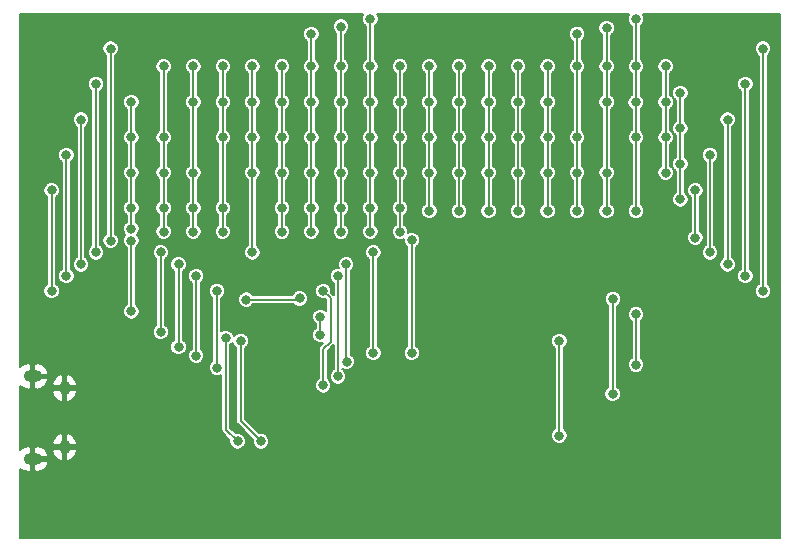
<source format=gbr>
G04 #@! TF.GenerationSoftware,KiCad,Pcbnew,(5.0.0)*
G04 #@! TF.CreationDate,2018-10-16T17:34:37+02:00*
G04 #@! TF.ProjectId,B-timer,422D74696D65722E6B696361645F7063,rev?*
G04 #@! TF.SameCoordinates,Original*
G04 #@! TF.FileFunction,Copper,L2,Bot,Signal*
G04 #@! TF.FilePolarity,Positive*
%FSLAX46Y46*%
G04 Gerber Fmt 4.6, Leading zero omitted, Abs format (unit mm)*
G04 Created by KiCad (PCBNEW (5.0.0)) date 10/16/18 17:34:37*
%MOMM*%
%LPD*%
G01*
G04 APERTURE LIST*
G04 #@! TA.AperFunction,ComponentPad*
%ADD10O,1.550000X1.000000*%
G04 #@! TD*
G04 #@! TA.AperFunction,ComponentPad*
%ADD11O,0.950000X1.250000*%
G04 #@! TD*
G04 #@! TA.AperFunction,ViaPad*
%ADD12C,0.800000*%
G04 #@! TD*
G04 #@! TA.AperFunction,Conductor*
%ADD13C,0.150000*%
G04 #@! TD*
G04 #@! TA.AperFunction,Conductor*
%ADD14C,0.200000*%
G04 #@! TD*
G04 APERTURE END LIST*
D10*
G04 #@! TO.P,J1,6*
G04 #@! TO.N,GND*
X101400000Y-93000000D03*
X101400000Y-86000000D03*
D11*
X104100000Y-92000000D03*
X104100000Y-87000000D03*
G04 #@! TD*
D12*
G04 #@! TO.N,GND*
X122000000Y-86000000D03*
X136000000Y-89750000D03*
X115000000Y-97250000D03*
X150000000Y-97250000D03*
X132500000Y-97250000D03*
X161000000Y-90250000D03*
X121500000Y-78000000D03*
G04 #@! TO.N,Net-(BZ1-Pad1)*
X125749978Y-82500000D03*
X125750000Y-80949987D03*
G04 #@! TO.N,D0*
X108000000Y-58250000D03*
X108000000Y-74500000D03*
X109750000Y-74500000D03*
X109750000Y-80500000D03*
G04 #@! TO.N,Net-(D1-Pad2)*
X112500000Y-65750000D03*
X112500000Y-68750000D03*
X137500000Y-72000000D03*
X137500000Y-68750000D03*
X137500000Y-62750000D03*
X112500000Y-59750000D03*
X137500000Y-59750000D03*
X137500000Y-65750014D03*
X112500000Y-73750000D03*
X112500000Y-71750000D03*
G04 #@! TO.N,Net-(D11-Pad2)*
X115000000Y-59750000D03*
X115000000Y-68750000D03*
X115000000Y-62750000D03*
X140000000Y-72000000D03*
X140000000Y-68750000D03*
X140000000Y-65750000D03*
X140000000Y-62750000D03*
X140000000Y-59750000D03*
X115000000Y-73750000D03*
X115000000Y-71750000D03*
G04 #@! TO.N,Net-(D12-Pad2)*
X117500000Y-65750000D03*
X117500000Y-62750000D03*
X142500000Y-72000000D03*
X142500000Y-68750000D03*
X142500000Y-65750000D03*
X142500000Y-62750000D03*
X117500000Y-59750000D03*
X142500000Y-59750000D03*
X117500000Y-73750000D03*
X117500000Y-71750000D03*
G04 #@! TO.N,Net-(D13-Pad2)*
X120000000Y-75500000D03*
X120000000Y-62750000D03*
X120000000Y-65750000D03*
X120000000Y-68750000D03*
X145000000Y-72000000D03*
X145000000Y-68750000D03*
X145000000Y-62750000D03*
X119999990Y-59750000D03*
X145000000Y-59750000D03*
X145000000Y-65749999D03*
G04 #@! TO.N,Net-(D14-Pad2)*
X122500000Y-68750000D03*
X122500000Y-65750000D03*
X122500000Y-62750000D03*
X122500000Y-59750000D03*
X122500000Y-73750000D03*
X122500000Y-71750000D03*
X156250000Y-62000000D03*
X156250000Y-71000000D03*
X156250000Y-68000000D03*
X156250000Y-65000000D03*
G04 #@! TO.N,Net-(D15-Pad2)*
X125000000Y-62750000D03*
X125000000Y-65750000D03*
X125000000Y-68750000D03*
X147500000Y-72000000D03*
X147500000Y-68750000D03*
X147500000Y-65750000D03*
X125000000Y-59750000D03*
X147500000Y-59750000D03*
X125000000Y-57000000D03*
X147500000Y-57000000D03*
X125000000Y-73750000D03*
X125000000Y-71750000D03*
G04 #@! TO.N,Net-(D16-Pad2)*
X127500000Y-68750000D03*
X127500000Y-65750000D03*
X127500000Y-62750000D03*
X150000000Y-72000000D03*
X150000000Y-68750000D03*
X150000000Y-62750000D03*
X127500000Y-59750000D03*
X150000000Y-59750000D03*
X127500000Y-56375000D03*
X150000000Y-56500000D03*
X127500000Y-73750000D03*
X127500000Y-71750000D03*
G04 #@! TO.N,Net-(D17-Pad2)*
X130000000Y-68750000D03*
X130000000Y-65750000D03*
X130000000Y-62750000D03*
X152500000Y-72000000D03*
X152450000Y-62800000D03*
X152500000Y-65750000D03*
X130000000Y-59750000D03*
X152500000Y-59750000D03*
X130000000Y-55750000D03*
X152500000Y-55750000D03*
X130000000Y-73750000D03*
X130000000Y-71750000D03*
G04 #@! TO.N,Net-(D18-Pad2)*
X132500000Y-68750000D03*
X132500000Y-65750000D03*
X132500000Y-62750000D03*
X155000000Y-68750000D03*
X154999980Y-65750000D03*
X154999980Y-62750000D03*
X132500000Y-59750000D03*
X155000000Y-59750000D03*
X132500000Y-73750000D03*
X132500000Y-71750000D03*
G04 #@! TO.N,Net-(D10-Pad2)*
X109750000Y-62750000D03*
X109750000Y-73500000D03*
X109750000Y-71750000D03*
X109750000Y-68750000D03*
X109750000Y-65750000D03*
X135000000Y-72000000D03*
X135000000Y-68750000D03*
X135000000Y-65750000D03*
X135000000Y-62750000D03*
X135000000Y-59750000D03*
G04 #@! TO.N,D1*
X106750000Y-75500000D03*
X106750000Y-61250000D03*
X112250000Y-75500000D03*
X112250000Y-82250000D03*
G04 #@! TO.N,D2*
X105500000Y-76500000D03*
X105500000Y-64250000D03*
X113750000Y-76500000D03*
X113750000Y-83500000D03*
G04 #@! TO.N,D3*
X104250000Y-77500000D03*
X104250000Y-67250000D03*
X115250000Y-77500000D03*
X115250000Y-84250000D03*
G04 #@! TO.N,D4*
X103000000Y-78750000D03*
X103000000Y-70250000D03*
X117000000Y-78750000D03*
X117000000Y-85250000D03*
G04 #@! TO.N,D5*
X163250000Y-78750000D03*
X163250000Y-58250000D03*
X126000000Y-78750000D03*
X126000000Y-86750000D03*
G04 #@! TO.N,D6*
X161750000Y-77500000D03*
X161750000Y-61250000D03*
X127250000Y-77500000D03*
X127250000Y-86000000D03*
G04 #@! TO.N,D7*
X160250000Y-76500000D03*
X160250000Y-64250000D03*
X127950000Y-76500000D03*
X128000000Y-84750000D03*
G04 #@! TO.N,D8*
X158750000Y-75500000D03*
X158750000Y-67250000D03*
X130250000Y-75500000D03*
X130250000Y-84000000D03*
G04 #@! TO.N,D9*
X157500000Y-74250000D03*
X157500000Y-70250000D03*
X133500000Y-74450000D03*
X133500000Y-84000000D03*
G04 #@! TO.N,RESET*
X119500000Y-79500000D03*
X150500000Y-87500000D03*
X150522642Y-79432065D03*
X124000000Y-79399999D03*
G04 #@! TO.N,SCK*
X152500000Y-80750000D03*
X152500000Y-85000000D03*
G04 #@! TO.N,Net-(SW1-Pad2)*
X118750000Y-91500000D03*
X117750000Y-82750000D03*
G04 #@! TO.N,Net-(SW3-Pad2)*
X146000000Y-83000000D03*
X146000000Y-91000000D03*
G04 #@! TO.N,Net-(SW2-Pad2)*
X119000000Y-83000000D03*
X120750000Y-91500000D03*
G04 #@! TD*
D13*
G04 #@! TO.N,Net-(BZ1-Pad1)*
X125749978Y-82500000D02*
X125749978Y-80950009D01*
X125749978Y-80950009D02*
X125750000Y-80949987D01*
G04 #@! TO.N,D0*
X108000000Y-58250000D02*
X108000000Y-74500000D01*
X109750000Y-74500000D02*
X109750000Y-80500000D01*
G04 #@! TO.N,Net-(D1-Pad2)*
X112500000Y-65750000D02*
X112500000Y-68750000D01*
X137500000Y-68750000D02*
X137500000Y-72000000D01*
X112500000Y-65750000D02*
X112500000Y-59750000D01*
X137500000Y-62750000D02*
X137500000Y-59750000D01*
X137500000Y-62750000D02*
X137500000Y-65750014D01*
X137500000Y-68750000D02*
X137500000Y-65750014D01*
X112500000Y-68750000D02*
X112500000Y-71750000D01*
X112500000Y-71750000D02*
X112500000Y-73750000D01*
G04 #@! TO.N,Net-(D11-Pad2)*
X115000000Y-59750000D02*
X115000000Y-62750000D01*
X115000000Y-62750000D02*
X115000000Y-68750000D01*
X140000000Y-68750000D02*
X140000000Y-72000000D01*
X140000000Y-65750000D02*
X140000000Y-68750000D01*
X140000000Y-62750000D02*
X140000000Y-65750000D01*
X140000000Y-62750000D02*
X140000000Y-60000000D01*
X140000000Y-60000000D02*
X140000000Y-59750000D01*
X115000000Y-68750000D02*
X115000000Y-71750000D01*
X115000000Y-71750000D02*
X115000000Y-73750000D01*
G04 #@! TO.N,Net-(D12-Pad2)*
X117500000Y-62750000D02*
X117500000Y-65750000D01*
X142500000Y-65750000D02*
X142500000Y-72000000D01*
X142500000Y-62750000D02*
X142500000Y-65750000D01*
X117500000Y-62750000D02*
X117500000Y-59750000D01*
X142500000Y-60000000D02*
X142500000Y-59750000D01*
X142500000Y-62750000D02*
X142500000Y-60000000D01*
X117500000Y-65750000D02*
X117500000Y-73750000D01*
G04 #@! TO.N,Net-(D13-Pad2)*
X120000000Y-62750000D02*
X120000000Y-65750000D01*
X120000000Y-65750000D02*
X120000000Y-68750000D01*
X120000000Y-68750000D02*
X120000000Y-75500000D01*
X145000000Y-68750000D02*
X145000000Y-72000000D01*
X120000000Y-60000000D02*
X120000000Y-59750010D01*
X120000000Y-59750010D02*
X119999990Y-59750000D01*
X120000000Y-62750000D02*
X120000000Y-60000000D01*
X145000000Y-60000000D02*
X145000000Y-59750000D01*
X145000000Y-62750000D02*
X145000000Y-60000000D01*
X145000000Y-68750000D02*
X145000000Y-65749999D01*
X145000000Y-62750000D02*
X145000000Y-65749999D01*
G04 #@! TO.N,Net-(D14-Pad2)*
X122500000Y-65750000D02*
X122500000Y-68750000D01*
X122500000Y-62750000D02*
X122500000Y-65750000D01*
X122500000Y-62750000D02*
X122500000Y-59750000D01*
X122500000Y-68750000D02*
X122500000Y-71750000D01*
X122500000Y-71750000D02*
X122500000Y-73750000D01*
X156250000Y-68000000D02*
X156250000Y-71000000D01*
X156250000Y-62000000D02*
X156250000Y-65000000D01*
X156250000Y-65000000D02*
X156250000Y-68000000D01*
G04 #@! TO.N,Net-(D15-Pad2)*
X125000000Y-62750000D02*
X125000000Y-65750000D01*
X125000000Y-65750000D02*
X125000000Y-68750000D01*
X147500000Y-68750000D02*
X147500000Y-72000000D01*
X147500000Y-65750000D02*
X147500000Y-68750000D01*
X125000000Y-62750000D02*
X125000000Y-59750000D01*
X147500000Y-65750000D02*
X147500000Y-60000000D01*
X147500000Y-60000000D02*
X147500000Y-59750000D01*
X125000000Y-59750000D02*
X125000000Y-57000000D01*
X147500000Y-57000000D02*
X147500000Y-59750000D01*
X125000000Y-68750000D02*
X125000000Y-71750000D01*
X125000000Y-71750000D02*
X125000000Y-73750000D01*
G04 #@! TO.N,Net-(D16-Pad2)*
X127500000Y-65750000D02*
X127500000Y-68750000D01*
X127500000Y-62750000D02*
X127500000Y-65750000D01*
X150000000Y-68750000D02*
X150000000Y-72000000D01*
X127500000Y-62750000D02*
X127500000Y-59750000D01*
X150000000Y-60000000D02*
X150000000Y-59750000D01*
X150000000Y-68750000D02*
X150000000Y-60000000D01*
X127500000Y-59750000D02*
X127500000Y-56375000D01*
X150000000Y-57065685D02*
X150000000Y-59750000D01*
X150000000Y-56500000D02*
X150000000Y-57065685D01*
X127500000Y-68750000D02*
X127500000Y-71750000D01*
X127500000Y-71750000D02*
X127500000Y-73750000D01*
G04 #@! TO.N,Net-(D17-Pad2)*
X130000000Y-65750000D02*
X130000000Y-68750000D01*
X152500000Y-65750000D02*
X152500000Y-72000000D01*
X130000000Y-65750000D02*
X130000000Y-60000000D01*
X130000000Y-60000000D02*
X130000000Y-59750000D01*
X152500000Y-65750000D02*
X152500000Y-59750000D01*
X130000000Y-59750000D02*
X130000000Y-55750000D01*
X152500000Y-55750000D02*
X152500000Y-59750000D01*
X130000000Y-68750000D02*
X130000000Y-71750000D01*
X130000000Y-71750000D02*
X130000000Y-73750000D01*
G04 #@! TO.N,Net-(D18-Pad2)*
X132500000Y-65750000D02*
X132500000Y-68750000D01*
X132500000Y-62750000D02*
X132500000Y-63315685D01*
X154999980Y-68749980D02*
X155000000Y-68750000D01*
X154999980Y-65750000D02*
X154999980Y-68749980D01*
X154999980Y-62750000D02*
X154999980Y-65750000D01*
X132500000Y-65750000D02*
X132500000Y-59750000D01*
X154999980Y-62750000D02*
X154999980Y-59750020D01*
X154999980Y-59750020D02*
X155000000Y-59750000D01*
X132500000Y-68750000D02*
X132500000Y-73750000D01*
G04 #@! TO.N,Net-(D10-Pad2)*
X109750000Y-71750000D02*
X109750000Y-73500000D01*
X109750000Y-68750000D02*
X109750000Y-71750000D01*
X109750000Y-62750000D02*
X109750000Y-65750000D01*
X109750000Y-65750000D02*
X109750000Y-68750000D01*
X135000000Y-68750000D02*
X135000000Y-72000000D01*
X135000000Y-65750000D02*
X135000000Y-68750000D01*
X135000000Y-62750000D02*
X135000000Y-65750000D01*
X135000000Y-62750000D02*
X135000000Y-59750000D01*
G04 #@! TO.N,D1*
X106750000Y-75500000D02*
X106750000Y-61250000D01*
X112250000Y-75500000D02*
X112250000Y-82250000D01*
G04 #@! TO.N,D2*
X105500000Y-76500000D02*
X105500000Y-64250000D01*
X113750000Y-76500000D02*
X113750000Y-83500000D01*
G04 #@! TO.N,D3*
X104250000Y-77500000D02*
X104250000Y-67250000D01*
X115250000Y-77500000D02*
X115250000Y-84250000D01*
G04 #@! TO.N,D4*
X103000000Y-78750000D02*
X103000000Y-70250000D01*
X117000000Y-78750000D02*
X117000000Y-85250000D01*
G04 #@! TO.N,D5*
X163250000Y-78750000D02*
X163250000Y-58250000D01*
X126625001Y-83050001D02*
X126000000Y-83675002D01*
X126000000Y-78750000D02*
X126625001Y-79375001D01*
X126000000Y-86184315D02*
X126000000Y-86750000D01*
X126625001Y-79375001D02*
X126625001Y-83050001D01*
X126000000Y-83675002D02*
X126000000Y-86184315D01*
G04 #@! TO.N,D6*
X161750000Y-77500000D02*
X161750000Y-61250000D01*
X127250000Y-77500000D02*
X127250000Y-86000000D01*
G04 #@! TO.N,D7*
X160250000Y-76500000D02*
X160250000Y-64250000D01*
X127950000Y-76500000D02*
X127950000Y-84700000D01*
X127950000Y-84700000D02*
X128000000Y-84750000D01*
G04 #@! TO.N,D8*
X158750000Y-75500000D02*
X158750000Y-67250000D01*
X130250000Y-75500000D02*
X130250000Y-84000000D01*
G04 #@! TO.N,D9*
X157500000Y-74250000D02*
X157500000Y-70250000D01*
X133500000Y-74450000D02*
X133500000Y-84000000D01*
G04 #@! TO.N,RESET*
X150500000Y-87500000D02*
X150500000Y-79454707D01*
X150500000Y-79454707D02*
X150522642Y-79432065D01*
X119500000Y-79500000D02*
X123899999Y-79500000D01*
X123899999Y-79500000D02*
X124000000Y-79399999D01*
G04 #@! TO.N,SCK*
X152500000Y-80750000D02*
X152500000Y-85000000D01*
G04 #@! TO.N,Net-(SW1-Pad2)*
X117750000Y-90500000D02*
X118750000Y-91500000D01*
X117750000Y-82750000D02*
X117750000Y-90500000D01*
G04 #@! TO.N,Net-(SW3-Pad2)*
X146000000Y-83000000D02*
X146000000Y-91000000D01*
G04 #@! TO.N,Net-(SW2-Pad2)*
X119000000Y-83000000D02*
X119000000Y-83565685D01*
X119000000Y-83565685D02*
X119000000Y-89750000D01*
X119000000Y-89750000D02*
X120750000Y-91500000D01*
G04 #@! TD*
D14*
G04 #@! TO.N,GND*
G36*
X129406568Y-55353482D02*
X129300000Y-55610761D01*
X129300000Y-55889239D01*
X129406568Y-56146518D01*
X129603482Y-56343432D01*
X129625001Y-56352345D01*
X129625000Y-59147655D01*
X129603482Y-59156568D01*
X129406568Y-59353482D01*
X129300000Y-59610761D01*
X129300000Y-59889239D01*
X129406568Y-60146518D01*
X129603482Y-60343432D01*
X129625001Y-60352345D01*
X129625001Y-62147655D01*
X129603482Y-62156568D01*
X129406568Y-62353482D01*
X129300000Y-62610761D01*
X129300000Y-62889239D01*
X129406568Y-63146518D01*
X129603482Y-63343432D01*
X129625000Y-63352345D01*
X129625000Y-65147655D01*
X129603482Y-65156568D01*
X129406568Y-65353482D01*
X129300000Y-65610761D01*
X129300000Y-65889239D01*
X129406568Y-66146518D01*
X129603482Y-66343432D01*
X129625000Y-66352345D01*
X129625001Y-68147655D01*
X129603482Y-68156568D01*
X129406568Y-68353482D01*
X129300000Y-68610761D01*
X129300000Y-68889239D01*
X129406568Y-69146518D01*
X129603482Y-69343432D01*
X129625000Y-69352345D01*
X129625001Y-71147655D01*
X129603482Y-71156568D01*
X129406568Y-71353482D01*
X129300000Y-71610761D01*
X129300000Y-71889239D01*
X129406568Y-72146518D01*
X129603482Y-72343432D01*
X129625000Y-72352345D01*
X129625001Y-73147655D01*
X129603482Y-73156568D01*
X129406568Y-73353482D01*
X129300000Y-73610761D01*
X129300000Y-73889239D01*
X129406568Y-74146518D01*
X129603482Y-74343432D01*
X129860761Y-74450000D01*
X130139239Y-74450000D01*
X130396518Y-74343432D01*
X130593432Y-74146518D01*
X130700000Y-73889239D01*
X130700000Y-73610761D01*
X130593432Y-73353482D01*
X130396518Y-73156568D01*
X130375000Y-73147655D01*
X130375000Y-72352345D01*
X130396518Y-72343432D01*
X130593432Y-72146518D01*
X130700000Y-71889239D01*
X130700000Y-71610761D01*
X130593432Y-71353482D01*
X130396518Y-71156568D01*
X130375000Y-71147655D01*
X130375000Y-69352345D01*
X130396518Y-69343432D01*
X130593432Y-69146518D01*
X130700000Y-68889239D01*
X130700000Y-68610761D01*
X130593432Y-68353482D01*
X130396518Y-68156568D01*
X130375000Y-68147655D01*
X130375000Y-66352345D01*
X130396518Y-66343432D01*
X130593432Y-66146518D01*
X130700000Y-65889239D01*
X130700000Y-65610761D01*
X130593432Y-65353482D01*
X130396518Y-65156568D01*
X130375000Y-65147655D01*
X130375000Y-63352345D01*
X130396518Y-63343432D01*
X130593432Y-63146518D01*
X130700000Y-62889239D01*
X130700000Y-62610761D01*
X130593432Y-62353482D01*
X130396518Y-62156568D01*
X130375000Y-62147655D01*
X130375000Y-60352345D01*
X130396518Y-60343432D01*
X130593432Y-60146518D01*
X130700000Y-59889239D01*
X130700000Y-59610761D01*
X131800000Y-59610761D01*
X131800000Y-59889239D01*
X131906568Y-60146518D01*
X132103482Y-60343432D01*
X132125001Y-60352345D01*
X132125001Y-62147655D01*
X132103482Y-62156568D01*
X131906568Y-62353482D01*
X131800000Y-62610761D01*
X131800000Y-62889239D01*
X131906568Y-63146518D01*
X132103482Y-63343432D01*
X132125000Y-63352345D01*
X132125000Y-65147655D01*
X132103482Y-65156568D01*
X131906568Y-65353482D01*
X131800000Y-65610761D01*
X131800000Y-65889239D01*
X131906568Y-66146518D01*
X132103482Y-66343432D01*
X132125000Y-66352345D01*
X132125001Y-68147655D01*
X132103482Y-68156568D01*
X131906568Y-68353482D01*
X131800000Y-68610761D01*
X131800000Y-68889239D01*
X131906568Y-69146518D01*
X132103482Y-69343432D01*
X132125000Y-69352345D01*
X132125000Y-71147655D01*
X132103482Y-71156568D01*
X131906568Y-71353482D01*
X131800000Y-71610761D01*
X131800000Y-71889239D01*
X131906568Y-72146518D01*
X132103482Y-72343432D01*
X132125001Y-72352345D01*
X132125001Y-73147655D01*
X132103482Y-73156568D01*
X131906568Y-73353482D01*
X131800000Y-73610761D01*
X131800000Y-73889239D01*
X131906568Y-74146518D01*
X132103482Y-74343432D01*
X132360761Y-74450000D01*
X132639239Y-74450000D01*
X132800000Y-74383411D01*
X132800000Y-74589239D01*
X132906568Y-74846518D01*
X133103482Y-75043432D01*
X133125000Y-75052345D01*
X133125001Y-83397655D01*
X133103482Y-83406568D01*
X132906568Y-83603482D01*
X132800000Y-83860761D01*
X132800000Y-84139239D01*
X132906568Y-84396518D01*
X133103482Y-84593432D01*
X133360761Y-84700000D01*
X133639239Y-84700000D01*
X133896518Y-84593432D01*
X134093432Y-84396518D01*
X134200000Y-84139239D01*
X134200000Y-83860761D01*
X134093432Y-83603482D01*
X133896518Y-83406568D01*
X133875000Y-83397655D01*
X133875000Y-82860761D01*
X145300000Y-82860761D01*
X145300000Y-83139239D01*
X145406568Y-83396518D01*
X145603482Y-83593432D01*
X145625000Y-83602345D01*
X145625001Y-90397655D01*
X145603482Y-90406568D01*
X145406568Y-90603482D01*
X145300000Y-90860761D01*
X145300000Y-91139239D01*
X145406568Y-91396518D01*
X145603482Y-91593432D01*
X145860761Y-91700000D01*
X146139239Y-91700000D01*
X146396518Y-91593432D01*
X146593432Y-91396518D01*
X146700000Y-91139239D01*
X146700000Y-90860761D01*
X146593432Y-90603482D01*
X146396518Y-90406568D01*
X146375000Y-90397655D01*
X146375000Y-87360761D01*
X149800000Y-87360761D01*
X149800000Y-87639239D01*
X149906568Y-87896518D01*
X150103482Y-88093432D01*
X150360761Y-88200000D01*
X150639239Y-88200000D01*
X150896518Y-88093432D01*
X151093432Y-87896518D01*
X151200000Y-87639239D01*
X151200000Y-87360761D01*
X151093432Y-87103482D01*
X150896518Y-86906568D01*
X150875000Y-86897655D01*
X150875000Y-80610761D01*
X151800000Y-80610761D01*
X151800000Y-80889239D01*
X151906568Y-81146518D01*
X152103482Y-81343432D01*
X152125000Y-81352345D01*
X152125001Y-84397655D01*
X152103482Y-84406568D01*
X151906568Y-84603482D01*
X151800000Y-84860761D01*
X151800000Y-85139239D01*
X151906568Y-85396518D01*
X152103482Y-85593432D01*
X152360761Y-85700000D01*
X152639239Y-85700000D01*
X152896518Y-85593432D01*
X153093432Y-85396518D01*
X153200000Y-85139239D01*
X153200000Y-84860761D01*
X153093432Y-84603482D01*
X152896518Y-84406568D01*
X152875000Y-84397655D01*
X152875000Y-81352345D01*
X152896518Y-81343432D01*
X153093432Y-81146518D01*
X153200000Y-80889239D01*
X153200000Y-80610761D01*
X153093432Y-80353482D01*
X152896518Y-80156568D01*
X152639239Y-80050000D01*
X152360761Y-80050000D01*
X152103482Y-80156568D01*
X151906568Y-80353482D01*
X151800000Y-80610761D01*
X150875000Y-80610761D01*
X150875000Y-80043789D01*
X150919160Y-80025497D01*
X151116074Y-79828583D01*
X151222642Y-79571304D01*
X151222642Y-79292826D01*
X151116074Y-79035547D01*
X150919160Y-78838633D01*
X150661881Y-78732065D01*
X150383403Y-78732065D01*
X150126124Y-78838633D01*
X149929210Y-79035547D01*
X149822642Y-79292826D01*
X149822642Y-79571304D01*
X149929210Y-79828583D01*
X150125001Y-80024374D01*
X150125000Y-86897655D01*
X150103482Y-86906568D01*
X149906568Y-87103482D01*
X149800000Y-87360761D01*
X146375000Y-87360761D01*
X146375000Y-83602345D01*
X146396518Y-83593432D01*
X146593432Y-83396518D01*
X146700000Y-83139239D01*
X146700000Y-82860761D01*
X146593432Y-82603482D01*
X146396518Y-82406568D01*
X146139239Y-82300000D01*
X145860761Y-82300000D01*
X145603482Y-82406568D01*
X145406568Y-82603482D01*
X145300000Y-82860761D01*
X133875000Y-82860761D01*
X133875000Y-75052345D01*
X133896518Y-75043432D01*
X134093432Y-74846518D01*
X134200000Y-74589239D01*
X134200000Y-74310761D01*
X134093432Y-74053482D01*
X133896518Y-73856568D01*
X133639239Y-73750000D01*
X133360761Y-73750000D01*
X133200000Y-73816589D01*
X133200000Y-73610761D01*
X133093432Y-73353482D01*
X132896518Y-73156568D01*
X132875000Y-73147655D01*
X132875000Y-72352345D01*
X132896518Y-72343432D01*
X133093432Y-72146518D01*
X133200000Y-71889239D01*
X133200000Y-71610761D01*
X133093432Y-71353482D01*
X132896518Y-71156568D01*
X132875000Y-71147655D01*
X132875000Y-69352345D01*
X132896518Y-69343432D01*
X133093432Y-69146518D01*
X133200000Y-68889239D01*
X133200000Y-68610761D01*
X133093432Y-68353482D01*
X132896518Y-68156568D01*
X132875000Y-68147655D01*
X132875000Y-66352345D01*
X132896518Y-66343432D01*
X133093432Y-66146518D01*
X133200000Y-65889239D01*
X133200000Y-65610761D01*
X133093432Y-65353482D01*
X132896518Y-65156568D01*
X132875000Y-65147655D01*
X132875000Y-63352345D01*
X132896518Y-63343432D01*
X133093432Y-63146518D01*
X133200000Y-62889239D01*
X133200000Y-62610761D01*
X133093432Y-62353482D01*
X132896518Y-62156568D01*
X132875000Y-62147655D01*
X132875000Y-60352345D01*
X132896518Y-60343432D01*
X133093432Y-60146518D01*
X133200000Y-59889239D01*
X133200000Y-59610761D01*
X134300000Y-59610761D01*
X134300000Y-59889239D01*
X134406568Y-60146518D01*
X134603482Y-60343432D01*
X134625001Y-60352345D01*
X134625000Y-62147655D01*
X134603482Y-62156568D01*
X134406568Y-62353482D01*
X134300000Y-62610761D01*
X134300000Y-62889239D01*
X134406568Y-63146518D01*
X134603482Y-63343432D01*
X134625000Y-63352345D01*
X134625001Y-65147655D01*
X134603482Y-65156568D01*
X134406568Y-65353482D01*
X134300000Y-65610761D01*
X134300000Y-65889239D01*
X134406568Y-66146518D01*
X134603482Y-66343432D01*
X134625000Y-66352345D01*
X134625001Y-68147655D01*
X134603482Y-68156568D01*
X134406568Y-68353482D01*
X134300000Y-68610761D01*
X134300000Y-68889239D01*
X134406568Y-69146518D01*
X134603482Y-69343432D01*
X134625000Y-69352345D01*
X134625001Y-71397655D01*
X134603482Y-71406568D01*
X134406568Y-71603482D01*
X134300000Y-71860761D01*
X134300000Y-72139239D01*
X134406568Y-72396518D01*
X134603482Y-72593432D01*
X134860761Y-72700000D01*
X135139239Y-72700000D01*
X135396518Y-72593432D01*
X135593432Y-72396518D01*
X135700000Y-72139239D01*
X135700000Y-71860761D01*
X135593432Y-71603482D01*
X135396518Y-71406568D01*
X135375000Y-71397655D01*
X135375000Y-69352345D01*
X135396518Y-69343432D01*
X135593432Y-69146518D01*
X135700000Y-68889239D01*
X135700000Y-68610761D01*
X135593432Y-68353482D01*
X135396518Y-68156568D01*
X135375000Y-68147655D01*
X135375000Y-66352345D01*
X135396518Y-66343432D01*
X135593432Y-66146518D01*
X135700000Y-65889239D01*
X135700000Y-65610761D01*
X135593432Y-65353482D01*
X135396518Y-65156568D01*
X135375000Y-65147655D01*
X135375000Y-63352345D01*
X135396518Y-63343432D01*
X135593432Y-63146518D01*
X135700000Y-62889239D01*
X135700000Y-62610761D01*
X135593432Y-62353482D01*
X135396518Y-62156568D01*
X135375000Y-62147655D01*
X135375000Y-60352345D01*
X135396518Y-60343432D01*
X135593432Y-60146518D01*
X135700000Y-59889239D01*
X135700000Y-59610761D01*
X136800000Y-59610761D01*
X136800000Y-59889239D01*
X136906568Y-60146518D01*
X137103482Y-60343432D01*
X137125001Y-60352345D01*
X137125000Y-62147655D01*
X137103482Y-62156568D01*
X136906568Y-62353482D01*
X136800000Y-62610761D01*
X136800000Y-62889239D01*
X136906568Y-63146518D01*
X137103482Y-63343432D01*
X137125000Y-63352345D01*
X137125001Y-65147669D01*
X137103482Y-65156582D01*
X136906568Y-65353496D01*
X136800000Y-65610775D01*
X136800000Y-65889253D01*
X136906568Y-66146532D01*
X137103482Y-66343446D01*
X137125001Y-66352359D01*
X137125000Y-68147655D01*
X137103482Y-68156568D01*
X136906568Y-68353482D01*
X136800000Y-68610761D01*
X136800000Y-68889239D01*
X136906568Y-69146518D01*
X137103482Y-69343432D01*
X137125000Y-69352345D01*
X137125001Y-71397655D01*
X137103482Y-71406568D01*
X136906568Y-71603482D01*
X136800000Y-71860761D01*
X136800000Y-72139239D01*
X136906568Y-72396518D01*
X137103482Y-72593432D01*
X137360761Y-72700000D01*
X137639239Y-72700000D01*
X137896518Y-72593432D01*
X138093432Y-72396518D01*
X138200000Y-72139239D01*
X138200000Y-71860761D01*
X138093432Y-71603482D01*
X137896518Y-71406568D01*
X137875000Y-71397655D01*
X137875000Y-69352345D01*
X137896518Y-69343432D01*
X138093432Y-69146518D01*
X138200000Y-68889239D01*
X138200000Y-68610761D01*
X138093432Y-68353482D01*
X137896518Y-68156568D01*
X137875000Y-68147655D01*
X137875000Y-66352359D01*
X137896518Y-66343446D01*
X138093432Y-66146532D01*
X138200000Y-65889253D01*
X138200000Y-65610775D01*
X138093432Y-65353496D01*
X137896518Y-65156582D01*
X137875000Y-65147669D01*
X137875000Y-63352345D01*
X137896518Y-63343432D01*
X138093432Y-63146518D01*
X138200000Y-62889239D01*
X138200000Y-62610761D01*
X138093432Y-62353482D01*
X137896518Y-62156568D01*
X137875000Y-62147655D01*
X137875000Y-60352345D01*
X137896518Y-60343432D01*
X138093432Y-60146518D01*
X138200000Y-59889239D01*
X138200000Y-59610761D01*
X139300000Y-59610761D01*
X139300000Y-59889239D01*
X139406568Y-60146518D01*
X139603482Y-60343432D01*
X139625001Y-60352345D01*
X139625000Y-62147655D01*
X139603482Y-62156568D01*
X139406568Y-62353482D01*
X139300000Y-62610761D01*
X139300000Y-62889239D01*
X139406568Y-63146518D01*
X139603482Y-63343432D01*
X139625000Y-63352345D01*
X139625001Y-65147655D01*
X139603482Y-65156568D01*
X139406568Y-65353482D01*
X139300000Y-65610761D01*
X139300000Y-65889239D01*
X139406568Y-66146518D01*
X139603482Y-66343432D01*
X139625000Y-66352345D01*
X139625001Y-68147655D01*
X139603482Y-68156568D01*
X139406568Y-68353482D01*
X139300000Y-68610761D01*
X139300000Y-68889239D01*
X139406568Y-69146518D01*
X139603482Y-69343432D01*
X139625000Y-69352345D01*
X139625001Y-71397655D01*
X139603482Y-71406568D01*
X139406568Y-71603482D01*
X139300000Y-71860761D01*
X139300000Y-72139239D01*
X139406568Y-72396518D01*
X139603482Y-72593432D01*
X139860761Y-72700000D01*
X140139239Y-72700000D01*
X140396518Y-72593432D01*
X140593432Y-72396518D01*
X140700000Y-72139239D01*
X140700000Y-71860761D01*
X140593432Y-71603482D01*
X140396518Y-71406568D01*
X140375000Y-71397655D01*
X140375000Y-69352345D01*
X140396518Y-69343432D01*
X140593432Y-69146518D01*
X140700000Y-68889239D01*
X140700000Y-68610761D01*
X140593432Y-68353482D01*
X140396518Y-68156568D01*
X140375000Y-68147655D01*
X140375000Y-66352345D01*
X140396518Y-66343432D01*
X140593432Y-66146518D01*
X140700000Y-65889239D01*
X140700000Y-65610761D01*
X140593432Y-65353482D01*
X140396518Y-65156568D01*
X140375000Y-65147655D01*
X140375000Y-63352345D01*
X140396518Y-63343432D01*
X140593432Y-63146518D01*
X140700000Y-62889239D01*
X140700000Y-62610761D01*
X140593432Y-62353482D01*
X140396518Y-62156568D01*
X140375000Y-62147655D01*
X140375000Y-60352345D01*
X140396518Y-60343432D01*
X140593432Y-60146518D01*
X140700000Y-59889239D01*
X140700000Y-59610761D01*
X141800000Y-59610761D01*
X141800000Y-59889239D01*
X141906568Y-60146518D01*
X142103482Y-60343432D01*
X142125001Y-60352345D01*
X142125000Y-62147655D01*
X142103482Y-62156568D01*
X141906568Y-62353482D01*
X141800000Y-62610761D01*
X141800000Y-62889239D01*
X141906568Y-63146518D01*
X142103482Y-63343432D01*
X142125000Y-63352345D01*
X142125001Y-65147655D01*
X142103482Y-65156568D01*
X141906568Y-65353482D01*
X141800000Y-65610761D01*
X141800000Y-65889239D01*
X141906568Y-66146518D01*
X142103482Y-66343432D01*
X142125000Y-66352345D01*
X142125000Y-68147655D01*
X142103482Y-68156568D01*
X141906568Y-68353482D01*
X141800000Y-68610761D01*
X141800000Y-68889239D01*
X141906568Y-69146518D01*
X142103482Y-69343432D01*
X142125001Y-69352345D01*
X142125001Y-71397655D01*
X142103482Y-71406568D01*
X141906568Y-71603482D01*
X141800000Y-71860761D01*
X141800000Y-72139239D01*
X141906568Y-72396518D01*
X142103482Y-72593432D01*
X142360761Y-72700000D01*
X142639239Y-72700000D01*
X142896518Y-72593432D01*
X143093432Y-72396518D01*
X143200000Y-72139239D01*
X143200000Y-71860761D01*
X143093432Y-71603482D01*
X142896518Y-71406568D01*
X142875000Y-71397655D01*
X142875000Y-69352345D01*
X142896518Y-69343432D01*
X143093432Y-69146518D01*
X143200000Y-68889239D01*
X143200000Y-68610761D01*
X143093432Y-68353482D01*
X142896518Y-68156568D01*
X142875000Y-68147655D01*
X142875000Y-66352345D01*
X142896518Y-66343432D01*
X143093432Y-66146518D01*
X143200000Y-65889239D01*
X143200000Y-65610761D01*
X143093432Y-65353482D01*
X142896518Y-65156568D01*
X142875000Y-65147655D01*
X142875000Y-63352345D01*
X142896518Y-63343432D01*
X143093432Y-63146518D01*
X143200000Y-62889239D01*
X143200000Y-62610761D01*
X143093432Y-62353482D01*
X142896518Y-62156568D01*
X142875000Y-62147655D01*
X142875000Y-60352345D01*
X142896518Y-60343432D01*
X143093432Y-60146518D01*
X143200000Y-59889239D01*
X143200000Y-59610761D01*
X144300000Y-59610761D01*
X144300000Y-59889239D01*
X144406568Y-60146518D01*
X144603482Y-60343432D01*
X144625001Y-60352345D01*
X144625000Y-62147655D01*
X144603482Y-62156568D01*
X144406568Y-62353482D01*
X144300000Y-62610761D01*
X144300000Y-62889239D01*
X144406568Y-63146518D01*
X144603482Y-63343432D01*
X144625000Y-63352345D01*
X144625001Y-65147654D01*
X144603482Y-65156567D01*
X144406568Y-65353481D01*
X144300000Y-65610760D01*
X144300000Y-65889238D01*
X144406568Y-66146517D01*
X144603482Y-66343431D01*
X144625001Y-66352344D01*
X144625000Y-68147655D01*
X144603482Y-68156568D01*
X144406568Y-68353482D01*
X144300000Y-68610761D01*
X144300000Y-68889239D01*
X144406568Y-69146518D01*
X144603482Y-69343432D01*
X144625000Y-69352345D01*
X144625001Y-71397655D01*
X144603482Y-71406568D01*
X144406568Y-71603482D01*
X144300000Y-71860761D01*
X144300000Y-72139239D01*
X144406568Y-72396518D01*
X144603482Y-72593432D01*
X144860761Y-72700000D01*
X145139239Y-72700000D01*
X145396518Y-72593432D01*
X145593432Y-72396518D01*
X145700000Y-72139239D01*
X145700000Y-71860761D01*
X145593432Y-71603482D01*
X145396518Y-71406568D01*
X145375000Y-71397655D01*
X145375000Y-69352345D01*
X145396518Y-69343432D01*
X145593432Y-69146518D01*
X145700000Y-68889239D01*
X145700000Y-68610761D01*
X145593432Y-68353482D01*
X145396518Y-68156568D01*
X145375000Y-68147655D01*
X145375000Y-66352344D01*
X145396518Y-66343431D01*
X145593432Y-66146517D01*
X145700000Y-65889238D01*
X145700000Y-65610760D01*
X145593432Y-65353481D01*
X145396518Y-65156567D01*
X145375000Y-65147654D01*
X145375000Y-63352345D01*
X145396518Y-63343432D01*
X145593432Y-63146518D01*
X145700000Y-62889239D01*
X145700000Y-62610761D01*
X145593432Y-62353482D01*
X145396518Y-62156568D01*
X145375000Y-62147655D01*
X145375000Y-60352345D01*
X145396518Y-60343432D01*
X145593432Y-60146518D01*
X145700000Y-59889239D01*
X145700000Y-59610761D01*
X145593432Y-59353482D01*
X145396518Y-59156568D01*
X145139239Y-59050000D01*
X144860761Y-59050000D01*
X144603482Y-59156568D01*
X144406568Y-59353482D01*
X144300000Y-59610761D01*
X143200000Y-59610761D01*
X143093432Y-59353482D01*
X142896518Y-59156568D01*
X142639239Y-59050000D01*
X142360761Y-59050000D01*
X142103482Y-59156568D01*
X141906568Y-59353482D01*
X141800000Y-59610761D01*
X140700000Y-59610761D01*
X140593432Y-59353482D01*
X140396518Y-59156568D01*
X140139239Y-59050000D01*
X139860761Y-59050000D01*
X139603482Y-59156568D01*
X139406568Y-59353482D01*
X139300000Y-59610761D01*
X138200000Y-59610761D01*
X138093432Y-59353482D01*
X137896518Y-59156568D01*
X137639239Y-59050000D01*
X137360761Y-59050000D01*
X137103482Y-59156568D01*
X136906568Y-59353482D01*
X136800000Y-59610761D01*
X135700000Y-59610761D01*
X135593432Y-59353482D01*
X135396518Y-59156568D01*
X135139239Y-59050000D01*
X134860761Y-59050000D01*
X134603482Y-59156568D01*
X134406568Y-59353482D01*
X134300000Y-59610761D01*
X133200000Y-59610761D01*
X133093432Y-59353482D01*
X132896518Y-59156568D01*
X132639239Y-59050000D01*
X132360761Y-59050000D01*
X132103482Y-59156568D01*
X131906568Y-59353482D01*
X131800000Y-59610761D01*
X130700000Y-59610761D01*
X130593432Y-59353482D01*
X130396518Y-59156568D01*
X130375000Y-59147655D01*
X130375000Y-56860761D01*
X146800000Y-56860761D01*
X146800000Y-57139239D01*
X146906568Y-57396518D01*
X147103482Y-57593432D01*
X147125000Y-57602345D01*
X147125001Y-59147655D01*
X147103482Y-59156568D01*
X146906568Y-59353482D01*
X146800000Y-59610761D01*
X146800000Y-59889239D01*
X146906568Y-60146518D01*
X147103482Y-60343432D01*
X147125001Y-60352345D01*
X147125000Y-65147655D01*
X147103482Y-65156568D01*
X146906568Y-65353482D01*
X146800000Y-65610761D01*
X146800000Y-65889239D01*
X146906568Y-66146518D01*
X147103482Y-66343432D01*
X147125000Y-66352345D01*
X147125001Y-68147655D01*
X147103482Y-68156568D01*
X146906568Y-68353482D01*
X146800000Y-68610761D01*
X146800000Y-68889239D01*
X146906568Y-69146518D01*
X147103482Y-69343432D01*
X147125000Y-69352345D01*
X147125001Y-71397655D01*
X147103482Y-71406568D01*
X146906568Y-71603482D01*
X146800000Y-71860761D01*
X146800000Y-72139239D01*
X146906568Y-72396518D01*
X147103482Y-72593432D01*
X147360761Y-72700000D01*
X147639239Y-72700000D01*
X147896518Y-72593432D01*
X148093432Y-72396518D01*
X148200000Y-72139239D01*
X148200000Y-71860761D01*
X148093432Y-71603482D01*
X147896518Y-71406568D01*
X147875000Y-71397655D01*
X147875000Y-69352345D01*
X147896518Y-69343432D01*
X148093432Y-69146518D01*
X148200000Y-68889239D01*
X148200000Y-68610761D01*
X148093432Y-68353482D01*
X147896518Y-68156568D01*
X147875000Y-68147655D01*
X147875000Y-66352345D01*
X147896518Y-66343432D01*
X148093432Y-66146518D01*
X148200000Y-65889239D01*
X148200000Y-65610761D01*
X148093432Y-65353482D01*
X147896518Y-65156568D01*
X147875000Y-65147655D01*
X147875000Y-60352345D01*
X147896518Y-60343432D01*
X148093432Y-60146518D01*
X148200000Y-59889239D01*
X148200000Y-59610761D01*
X148093432Y-59353482D01*
X147896518Y-59156568D01*
X147875000Y-59147655D01*
X147875000Y-57602345D01*
X147896518Y-57593432D01*
X148093432Y-57396518D01*
X148200000Y-57139239D01*
X148200000Y-56860761D01*
X148093432Y-56603482D01*
X147896518Y-56406568D01*
X147785930Y-56360761D01*
X149300000Y-56360761D01*
X149300000Y-56639239D01*
X149406568Y-56896518D01*
X149603482Y-57093432D01*
X149625000Y-57102345D01*
X149625001Y-59147655D01*
X149603482Y-59156568D01*
X149406568Y-59353482D01*
X149300000Y-59610761D01*
X149300000Y-59889239D01*
X149406568Y-60146518D01*
X149603482Y-60343432D01*
X149625001Y-60352345D01*
X149625001Y-62147655D01*
X149603482Y-62156568D01*
X149406568Y-62353482D01*
X149300000Y-62610761D01*
X149300000Y-62889239D01*
X149406568Y-63146518D01*
X149603482Y-63343432D01*
X149625001Y-63352345D01*
X149625000Y-68147655D01*
X149603482Y-68156568D01*
X149406568Y-68353482D01*
X149300000Y-68610761D01*
X149300000Y-68889239D01*
X149406568Y-69146518D01*
X149603482Y-69343432D01*
X149625000Y-69352345D01*
X149625001Y-71397655D01*
X149603482Y-71406568D01*
X149406568Y-71603482D01*
X149300000Y-71860761D01*
X149300000Y-72139239D01*
X149406568Y-72396518D01*
X149603482Y-72593432D01*
X149860761Y-72700000D01*
X150139239Y-72700000D01*
X150396518Y-72593432D01*
X150593432Y-72396518D01*
X150700000Y-72139239D01*
X150700000Y-71860761D01*
X150593432Y-71603482D01*
X150396518Y-71406568D01*
X150375000Y-71397655D01*
X150375000Y-69352345D01*
X150396518Y-69343432D01*
X150593432Y-69146518D01*
X150700000Y-68889239D01*
X150700000Y-68610761D01*
X150593432Y-68353482D01*
X150396518Y-68156568D01*
X150375000Y-68147655D01*
X150375000Y-63352345D01*
X150396518Y-63343432D01*
X150593432Y-63146518D01*
X150700000Y-62889239D01*
X150700000Y-62610761D01*
X150593432Y-62353482D01*
X150396518Y-62156568D01*
X150375000Y-62147655D01*
X150375000Y-60352345D01*
X150396518Y-60343432D01*
X150593432Y-60146518D01*
X150700000Y-59889239D01*
X150700000Y-59610761D01*
X150593432Y-59353482D01*
X150396518Y-59156568D01*
X150375000Y-59147655D01*
X150375000Y-57102345D01*
X150396518Y-57093432D01*
X150593432Y-56896518D01*
X150700000Y-56639239D01*
X150700000Y-56360761D01*
X150593432Y-56103482D01*
X150396518Y-55906568D01*
X150139239Y-55800000D01*
X149860761Y-55800000D01*
X149603482Y-55906568D01*
X149406568Y-56103482D01*
X149300000Y-56360761D01*
X147785930Y-56360761D01*
X147639239Y-56300000D01*
X147360761Y-56300000D01*
X147103482Y-56406568D01*
X146906568Y-56603482D01*
X146800000Y-56860761D01*
X130375000Y-56860761D01*
X130375000Y-56352345D01*
X130396518Y-56343432D01*
X130593432Y-56146518D01*
X130700000Y-55889239D01*
X130700000Y-55610761D01*
X130593432Y-55353482D01*
X130589950Y-55350000D01*
X151910050Y-55350000D01*
X151906568Y-55353482D01*
X151800000Y-55610761D01*
X151800000Y-55889239D01*
X151906568Y-56146518D01*
X152103482Y-56343432D01*
X152125000Y-56352345D01*
X152125001Y-59147655D01*
X152103482Y-59156568D01*
X151906568Y-59353482D01*
X151800000Y-59610761D01*
X151800000Y-59889239D01*
X151906568Y-60146518D01*
X152103482Y-60343432D01*
X152125001Y-60352345D01*
X152125001Y-62176944D01*
X152053482Y-62206568D01*
X151856568Y-62403482D01*
X151750000Y-62660761D01*
X151750000Y-62939239D01*
X151856568Y-63196518D01*
X152053482Y-63393432D01*
X152125000Y-63423056D01*
X152125000Y-65147655D01*
X152103482Y-65156568D01*
X151906568Y-65353482D01*
X151800000Y-65610761D01*
X151800000Y-65889239D01*
X151906568Y-66146518D01*
X152103482Y-66343432D01*
X152125000Y-66352345D01*
X152125001Y-71397655D01*
X152103482Y-71406568D01*
X151906568Y-71603482D01*
X151800000Y-71860761D01*
X151800000Y-72139239D01*
X151906568Y-72396518D01*
X152103482Y-72593432D01*
X152360761Y-72700000D01*
X152639239Y-72700000D01*
X152896518Y-72593432D01*
X153093432Y-72396518D01*
X153200000Y-72139239D01*
X153200000Y-71860761D01*
X153093432Y-71603482D01*
X152896518Y-71406568D01*
X152875000Y-71397655D01*
X152875000Y-66352345D01*
X152896518Y-66343432D01*
X153093432Y-66146518D01*
X153200000Y-65889239D01*
X153200000Y-65610761D01*
X153093432Y-65353482D01*
X152896518Y-65156568D01*
X152875000Y-65147655D01*
X152875000Y-63364950D01*
X153043432Y-63196518D01*
X153150000Y-62939239D01*
X153150000Y-62660761D01*
X153129290Y-62610761D01*
X154299980Y-62610761D01*
X154299980Y-62889239D01*
X154406548Y-63146518D01*
X154603462Y-63343432D01*
X154624980Y-63352345D01*
X154624981Y-65147655D01*
X154603462Y-65156568D01*
X154406548Y-65353482D01*
X154299980Y-65610761D01*
X154299980Y-65889239D01*
X154406548Y-66146518D01*
X154603462Y-66343432D01*
X154624980Y-66352345D01*
X154624981Y-68147663D01*
X154603482Y-68156568D01*
X154406568Y-68353482D01*
X154300000Y-68610761D01*
X154300000Y-68889239D01*
X154406568Y-69146518D01*
X154603482Y-69343432D01*
X154860761Y-69450000D01*
X155139239Y-69450000D01*
X155396518Y-69343432D01*
X155593432Y-69146518D01*
X155700000Y-68889239D01*
X155700000Y-68610761D01*
X155593432Y-68353482D01*
X155396518Y-68156568D01*
X155374980Y-68147647D01*
X155374980Y-66352345D01*
X155396498Y-66343432D01*
X155593412Y-66146518D01*
X155699980Y-65889239D01*
X155699980Y-65610761D01*
X155593412Y-65353482D01*
X155396498Y-65156568D01*
X155374980Y-65147655D01*
X155374980Y-63352345D01*
X155396498Y-63343432D01*
X155593412Y-63146518D01*
X155699980Y-62889239D01*
X155699980Y-62610761D01*
X155593412Y-62353482D01*
X155396498Y-62156568D01*
X155374980Y-62147655D01*
X155374980Y-61860761D01*
X155550000Y-61860761D01*
X155550000Y-62139239D01*
X155656568Y-62396518D01*
X155853482Y-62593432D01*
X155875000Y-62602345D01*
X155875001Y-64397655D01*
X155853482Y-64406568D01*
X155656568Y-64603482D01*
X155550000Y-64860761D01*
X155550000Y-65139239D01*
X155656568Y-65396518D01*
X155853482Y-65593432D01*
X155875000Y-65602345D01*
X155875001Y-67397655D01*
X155853482Y-67406568D01*
X155656568Y-67603482D01*
X155550000Y-67860761D01*
X155550000Y-68139239D01*
X155656568Y-68396518D01*
X155853482Y-68593432D01*
X155875000Y-68602345D01*
X155875001Y-70397655D01*
X155853482Y-70406568D01*
X155656568Y-70603482D01*
X155550000Y-70860761D01*
X155550000Y-71139239D01*
X155656568Y-71396518D01*
X155853482Y-71593432D01*
X156110761Y-71700000D01*
X156389239Y-71700000D01*
X156646518Y-71593432D01*
X156843432Y-71396518D01*
X156950000Y-71139239D01*
X156950000Y-70860761D01*
X156843432Y-70603482D01*
X156646518Y-70406568D01*
X156625000Y-70397655D01*
X156625000Y-70110761D01*
X156800000Y-70110761D01*
X156800000Y-70389239D01*
X156906568Y-70646518D01*
X157103482Y-70843432D01*
X157125001Y-70852345D01*
X157125000Y-73647655D01*
X157103482Y-73656568D01*
X156906568Y-73853482D01*
X156800000Y-74110761D01*
X156800000Y-74389239D01*
X156906568Y-74646518D01*
X157103482Y-74843432D01*
X157360761Y-74950000D01*
X157639239Y-74950000D01*
X157896518Y-74843432D01*
X158093432Y-74646518D01*
X158200000Y-74389239D01*
X158200000Y-74110761D01*
X158093432Y-73853482D01*
X157896518Y-73656568D01*
X157875000Y-73647655D01*
X157875000Y-70852345D01*
X157896518Y-70843432D01*
X158093432Y-70646518D01*
X158200000Y-70389239D01*
X158200000Y-70110761D01*
X158093432Y-69853482D01*
X157896518Y-69656568D01*
X157639239Y-69550000D01*
X157360761Y-69550000D01*
X157103482Y-69656568D01*
X156906568Y-69853482D01*
X156800000Y-70110761D01*
X156625000Y-70110761D01*
X156625000Y-68602345D01*
X156646518Y-68593432D01*
X156843432Y-68396518D01*
X156950000Y-68139239D01*
X156950000Y-67860761D01*
X156843432Y-67603482D01*
X156646518Y-67406568D01*
X156625000Y-67397655D01*
X156625000Y-67110761D01*
X158050000Y-67110761D01*
X158050000Y-67389239D01*
X158156568Y-67646518D01*
X158353482Y-67843432D01*
X158375001Y-67852345D01*
X158375000Y-74897655D01*
X158353482Y-74906568D01*
X158156568Y-75103482D01*
X158050000Y-75360761D01*
X158050000Y-75639239D01*
X158156568Y-75896518D01*
X158353482Y-76093432D01*
X158610761Y-76200000D01*
X158889239Y-76200000D01*
X159146518Y-76093432D01*
X159343432Y-75896518D01*
X159450000Y-75639239D01*
X159450000Y-75360761D01*
X159343432Y-75103482D01*
X159146518Y-74906568D01*
X159125000Y-74897655D01*
X159125000Y-67852345D01*
X159146518Y-67843432D01*
X159343432Y-67646518D01*
X159450000Y-67389239D01*
X159450000Y-67110761D01*
X159343432Y-66853482D01*
X159146518Y-66656568D01*
X158889239Y-66550000D01*
X158610761Y-66550000D01*
X158353482Y-66656568D01*
X158156568Y-66853482D01*
X158050000Y-67110761D01*
X156625000Y-67110761D01*
X156625000Y-65602345D01*
X156646518Y-65593432D01*
X156843432Y-65396518D01*
X156950000Y-65139239D01*
X156950000Y-64860761D01*
X156843432Y-64603482D01*
X156646518Y-64406568D01*
X156625000Y-64397655D01*
X156625000Y-64110761D01*
X159550000Y-64110761D01*
X159550000Y-64389239D01*
X159656568Y-64646518D01*
X159853482Y-64843432D01*
X159875001Y-64852345D01*
X159875000Y-75897655D01*
X159853482Y-75906568D01*
X159656568Y-76103482D01*
X159550000Y-76360761D01*
X159550000Y-76639239D01*
X159656568Y-76896518D01*
X159853482Y-77093432D01*
X160110761Y-77200000D01*
X160389239Y-77200000D01*
X160646518Y-77093432D01*
X160843432Y-76896518D01*
X160950000Y-76639239D01*
X160950000Y-76360761D01*
X160843432Y-76103482D01*
X160646518Y-75906568D01*
X160625000Y-75897655D01*
X160625000Y-64852345D01*
X160646518Y-64843432D01*
X160843432Y-64646518D01*
X160950000Y-64389239D01*
X160950000Y-64110761D01*
X160843432Y-63853482D01*
X160646518Y-63656568D01*
X160389239Y-63550000D01*
X160110761Y-63550000D01*
X159853482Y-63656568D01*
X159656568Y-63853482D01*
X159550000Y-64110761D01*
X156625000Y-64110761D01*
X156625000Y-62602345D01*
X156646518Y-62593432D01*
X156843432Y-62396518D01*
X156950000Y-62139239D01*
X156950000Y-61860761D01*
X156843432Y-61603482D01*
X156646518Y-61406568D01*
X156389239Y-61300000D01*
X156110761Y-61300000D01*
X155853482Y-61406568D01*
X155656568Y-61603482D01*
X155550000Y-61860761D01*
X155374980Y-61860761D01*
X155374980Y-61110761D01*
X161050000Y-61110761D01*
X161050000Y-61389239D01*
X161156568Y-61646518D01*
X161353482Y-61843432D01*
X161375001Y-61852345D01*
X161375000Y-76897655D01*
X161353482Y-76906568D01*
X161156568Y-77103482D01*
X161050000Y-77360761D01*
X161050000Y-77639239D01*
X161156568Y-77896518D01*
X161353482Y-78093432D01*
X161610761Y-78200000D01*
X161889239Y-78200000D01*
X162146518Y-78093432D01*
X162343432Y-77896518D01*
X162450000Y-77639239D01*
X162450000Y-77360761D01*
X162343432Y-77103482D01*
X162146518Y-76906568D01*
X162125000Y-76897655D01*
X162125000Y-61852345D01*
X162146518Y-61843432D01*
X162343432Y-61646518D01*
X162450000Y-61389239D01*
X162450000Y-61110761D01*
X162343432Y-60853482D01*
X162146518Y-60656568D01*
X161889239Y-60550000D01*
X161610761Y-60550000D01*
X161353482Y-60656568D01*
X161156568Y-60853482D01*
X161050000Y-61110761D01*
X155374980Y-61110761D01*
X155374980Y-60352353D01*
X155396518Y-60343432D01*
X155593432Y-60146518D01*
X155700000Y-59889239D01*
X155700000Y-59610761D01*
X155593432Y-59353482D01*
X155396518Y-59156568D01*
X155139239Y-59050000D01*
X154860761Y-59050000D01*
X154603482Y-59156568D01*
X154406568Y-59353482D01*
X154300000Y-59610761D01*
X154300000Y-59889239D01*
X154406568Y-60146518D01*
X154603482Y-60343432D01*
X154624981Y-60352337D01*
X154624980Y-62147655D01*
X154603462Y-62156568D01*
X154406548Y-62353482D01*
X154299980Y-62610761D01*
X153129290Y-62610761D01*
X153043432Y-62403482D01*
X152875000Y-62235050D01*
X152875000Y-60352345D01*
X152896518Y-60343432D01*
X153093432Y-60146518D01*
X153200000Y-59889239D01*
X153200000Y-59610761D01*
X153093432Y-59353482D01*
X152896518Y-59156568D01*
X152875000Y-59147655D01*
X152875000Y-58110761D01*
X162550000Y-58110761D01*
X162550000Y-58389239D01*
X162656568Y-58646518D01*
X162853482Y-58843432D01*
X162875001Y-58852345D01*
X162875000Y-78147655D01*
X162853482Y-78156568D01*
X162656568Y-78353482D01*
X162550000Y-78610761D01*
X162550000Y-78889239D01*
X162656568Y-79146518D01*
X162853482Y-79343432D01*
X163110761Y-79450000D01*
X163389239Y-79450000D01*
X163646518Y-79343432D01*
X163843432Y-79146518D01*
X163950000Y-78889239D01*
X163950000Y-78610761D01*
X163843432Y-78353482D01*
X163646518Y-78156568D01*
X163625000Y-78147655D01*
X163625000Y-58852345D01*
X163646518Y-58843432D01*
X163843432Y-58646518D01*
X163950000Y-58389239D01*
X163950000Y-58110761D01*
X163843432Y-57853482D01*
X163646518Y-57656568D01*
X163389239Y-57550000D01*
X163110761Y-57550000D01*
X162853482Y-57656568D01*
X162656568Y-57853482D01*
X162550000Y-58110761D01*
X152875000Y-58110761D01*
X152875000Y-56352345D01*
X152896518Y-56343432D01*
X153093432Y-56146518D01*
X153200000Y-55889239D01*
X153200000Y-55610761D01*
X153093432Y-55353482D01*
X153089950Y-55350000D01*
X164650000Y-55350000D01*
X164650001Y-99650000D01*
X100350000Y-99650000D01*
X100350000Y-93796378D01*
X100644870Y-94015080D01*
X101069872Y-94121549D01*
X101246000Y-93964365D01*
X101246000Y-93154000D01*
X101554000Y-93154000D01*
X101554000Y-93964365D01*
X101730128Y-94121549D01*
X102155130Y-94015080D01*
X102507037Y-93754074D01*
X102732274Y-93378267D01*
X102734646Y-93323751D01*
X102618515Y-93154000D01*
X101554000Y-93154000D01*
X101246000Y-93154000D01*
X101226000Y-93154000D01*
X101226000Y-92846000D01*
X101246000Y-92846000D01*
X101246000Y-92035635D01*
X101554000Y-92035635D01*
X101554000Y-92846000D01*
X102618515Y-92846000D01*
X102734646Y-92676249D01*
X102732274Y-92621733D01*
X102553426Y-92323325D01*
X103031240Y-92323325D01*
X103178923Y-92719128D01*
X103466832Y-93028287D01*
X103780199Y-93184706D01*
X103946000Y-93068175D01*
X103946000Y-92154000D01*
X104254000Y-92154000D01*
X104254000Y-93068175D01*
X104419801Y-93184706D01*
X104733168Y-93028287D01*
X105021077Y-92719128D01*
X105168760Y-92323325D01*
X105030716Y-92154000D01*
X104254000Y-92154000D01*
X103946000Y-92154000D01*
X103169284Y-92154000D01*
X103031240Y-92323325D01*
X102553426Y-92323325D01*
X102507037Y-92245926D01*
X102155130Y-91984920D01*
X101730128Y-91878451D01*
X101554000Y-92035635D01*
X101246000Y-92035635D01*
X101069872Y-91878451D01*
X100644870Y-91984920D01*
X100350000Y-92203622D01*
X100350000Y-91676675D01*
X103031240Y-91676675D01*
X103169284Y-91846000D01*
X103946000Y-91846000D01*
X103946000Y-90931825D01*
X104254000Y-90931825D01*
X104254000Y-91846000D01*
X105030716Y-91846000D01*
X105168760Y-91676675D01*
X105021077Y-91280872D01*
X104733168Y-90971713D01*
X104419801Y-90815294D01*
X104254000Y-90931825D01*
X103946000Y-90931825D01*
X103780199Y-90815294D01*
X103466832Y-90971713D01*
X103178923Y-91280872D01*
X103031240Y-91676675D01*
X100350000Y-91676675D01*
X100350000Y-87323325D01*
X103031240Y-87323325D01*
X103178923Y-87719128D01*
X103466832Y-88028287D01*
X103780199Y-88184706D01*
X103946000Y-88068175D01*
X103946000Y-87154000D01*
X104254000Y-87154000D01*
X104254000Y-88068175D01*
X104419801Y-88184706D01*
X104733168Y-88028287D01*
X105021077Y-87719128D01*
X105168760Y-87323325D01*
X105030716Y-87154000D01*
X104254000Y-87154000D01*
X103946000Y-87154000D01*
X103169284Y-87154000D01*
X103031240Y-87323325D01*
X100350000Y-87323325D01*
X100350000Y-86796378D01*
X100644870Y-87015080D01*
X101069872Y-87121549D01*
X101246000Y-86964365D01*
X101246000Y-86154000D01*
X101554000Y-86154000D01*
X101554000Y-86964365D01*
X101730128Y-87121549D01*
X102155130Y-87015080D01*
X102507037Y-86754074D01*
X102553425Y-86676675D01*
X103031240Y-86676675D01*
X103169284Y-86846000D01*
X103946000Y-86846000D01*
X103946000Y-85931825D01*
X104254000Y-85931825D01*
X104254000Y-86846000D01*
X105030716Y-86846000D01*
X105168760Y-86676675D01*
X105021077Y-86280872D01*
X104733168Y-85971713D01*
X104419801Y-85815294D01*
X104254000Y-85931825D01*
X103946000Y-85931825D01*
X103780199Y-85815294D01*
X103466832Y-85971713D01*
X103178923Y-86280872D01*
X103031240Y-86676675D01*
X102553425Y-86676675D01*
X102732274Y-86378267D01*
X102734646Y-86323751D01*
X102618515Y-86154000D01*
X101554000Y-86154000D01*
X101246000Y-86154000D01*
X101226000Y-86154000D01*
X101226000Y-85846000D01*
X101246000Y-85846000D01*
X101246000Y-85035635D01*
X101554000Y-85035635D01*
X101554000Y-85846000D01*
X102618515Y-85846000D01*
X102734646Y-85676249D01*
X102732274Y-85621733D01*
X102507037Y-85245926D01*
X102155130Y-84984920D01*
X101730128Y-84878451D01*
X101554000Y-85035635D01*
X101246000Y-85035635D01*
X101069872Y-84878451D01*
X100644870Y-84984920D01*
X100350000Y-85203622D01*
X100350000Y-70110761D01*
X102300000Y-70110761D01*
X102300000Y-70389239D01*
X102406568Y-70646518D01*
X102603482Y-70843432D01*
X102625001Y-70852345D01*
X102625000Y-78147655D01*
X102603482Y-78156568D01*
X102406568Y-78353482D01*
X102300000Y-78610761D01*
X102300000Y-78889239D01*
X102406568Y-79146518D01*
X102603482Y-79343432D01*
X102860761Y-79450000D01*
X103139239Y-79450000D01*
X103396518Y-79343432D01*
X103593432Y-79146518D01*
X103700000Y-78889239D01*
X103700000Y-78610761D01*
X103593432Y-78353482D01*
X103396518Y-78156568D01*
X103375000Y-78147655D01*
X103375000Y-70852345D01*
X103396518Y-70843432D01*
X103593432Y-70646518D01*
X103700000Y-70389239D01*
X103700000Y-70110761D01*
X103593432Y-69853482D01*
X103396518Y-69656568D01*
X103139239Y-69550000D01*
X102860761Y-69550000D01*
X102603482Y-69656568D01*
X102406568Y-69853482D01*
X102300000Y-70110761D01*
X100350000Y-70110761D01*
X100350000Y-67110761D01*
X103550000Y-67110761D01*
X103550000Y-67389239D01*
X103656568Y-67646518D01*
X103853482Y-67843432D01*
X103875001Y-67852345D01*
X103875000Y-76897655D01*
X103853482Y-76906568D01*
X103656568Y-77103482D01*
X103550000Y-77360761D01*
X103550000Y-77639239D01*
X103656568Y-77896518D01*
X103853482Y-78093432D01*
X104110761Y-78200000D01*
X104389239Y-78200000D01*
X104646518Y-78093432D01*
X104843432Y-77896518D01*
X104950000Y-77639239D01*
X104950000Y-77360761D01*
X104843432Y-77103482D01*
X104646518Y-76906568D01*
X104625000Y-76897655D01*
X104625000Y-67852345D01*
X104646518Y-67843432D01*
X104843432Y-67646518D01*
X104950000Y-67389239D01*
X104950000Y-67110761D01*
X104843432Y-66853482D01*
X104646518Y-66656568D01*
X104389239Y-66550000D01*
X104110761Y-66550000D01*
X103853482Y-66656568D01*
X103656568Y-66853482D01*
X103550000Y-67110761D01*
X100350000Y-67110761D01*
X100350000Y-64110761D01*
X104800000Y-64110761D01*
X104800000Y-64389239D01*
X104906568Y-64646518D01*
X105103482Y-64843432D01*
X105125001Y-64852345D01*
X105125000Y-75897655D01*
X105103482Y-75906568D01*
X104906568Y-76103482D01*
X104800000Y-76360761D01*
X104800000Y-76639239D01*
X104906568Y-76896518D01*
X105103482Y-77093432D01*
X105360761Y-77200000D01*
X105639239Y-77200000D01*
X105896518Y-77093432D01*
X106093432Y-76896518D01*
X106200000Y-76639239D01*
X106200000Y-76360761D01*
X106093432Y-76103482D01*
X105896518Y-75906568D01*
X105875000Y-75897655D01*
X105875000Y-64852345D01*
X105896518Y-64843432D01*
X106093432Y-64646518D01*
X106200000Y-64389239D01*
X106200000Y-64110761D01*
X106093432Y-63853482D01*
X105896518Y-63656568D01*
X105639239Y-63550000D01*
X105360761Y-63550000D01*
X105103482Y-63656568D01*
X104906568Y-63853482D01*
X104800000Y-64110761D01*
X100350000Y-64110761D01*
X100350000Y-61110761D01*
X106050000Y-61110761D01*
X106050000Y-61389239D01*
X106156568Y-61646518D01*
X106353482Y-61843432D01*
X106375001Y-61852345D01*
X106375000Y-74897655D01*
X106353482Y-74906568D01*
X106156568Y-75103482D01*
X106050000Y-75360761D01*
X106050000Y-75639239D01*
X106156568Y-75896518D01*
X106353482Y-76093432D01*
X106610761Y-76200000D01*
X106889239Y-76200000D01*
X107146518Y-76093432D01*
X107343432Y-75896518D01*
X107450000Y-75639239D01*
X107450000Y-75360761D01*
X107343432Y-75103482D01*
X107146518Y-74906568D01*
X107125000Y-74897655D01*
X107125000Y-61852345D01*
X107146518Y-61843432D01*
X107343432Y-61646518D01*
X107450000Y-61389239D01*
X107450000Y-61110761D01*
X107343432Y-60853482D01*
X107146518Y-60656568D01*
X106889239Y-60550000D01*
X106610761Y-60550000D01*
X106353482Y-60656568D01*
X106156568Y-60853482D01*
X106050000Y-61110761D01*
X100350000Y-61110761D01*
X100350000Y-58110761D01*
X107300000Y-58110761D01*
X107300000Y-58389239D01*
X107406568Y-58646518D01*
X107603482Y-58843432D01*
X107625000Y-58852345D01*
X107625001Y-73897655D01*
X107603482Y-73906568D01*
X107406568Y-74103482D01*
X107300000Y-74360761D01*
X107300000Y-74639239D01*
X107406568Y-74896518D01*
X107603482Y-75093432D01*
X107860761Y-75200000D01*
X108139239Y-75200000D01*
X108396518Y-75093432D01*
X108593432Y-74896518D01*
X108700000Y-74639239D01*
X108700000Y-74360761D01*
X108593432Y-74103482D01*
X108396518Y-73906568D01*
X108375000Y-73897655D01*
X108375000Y-62610761D01*
X109050000Y-62610761D01*
X109050000Y-62889239D01*
X109156568Y-63146518D01*
X109353482Y-63343432D01*
X109375000Y-63352345D01*
X109375001Y-65147655D01*
X109353482Y-65156568D01*
X109156568Y-65353482D01*
X109050000Y-65610761D01*
X109050000Y-65889239D01*
X109156568Y-66146518D01*
X109353482Y-66343432D01*
X109375000Y-66352345D01*
X109375001Y-68147655D01*
X109353482Y-68156568D01*
X109156568Y-68353482D01*
X109050000Y-68610761D01*
X109050000Y-68889239D01*
X109156568Y-69146518D01*
X109353482Y-69343432D01*
X109375000Y-69352345D01*
X109375001Y-71147655D01*
X109353482Y-71156568D01*
X109156568Y-71353482D01*
X109050000Y-71610761D01*
X109050000Y-71889239D01*
X109156568Y-72146518D01*
X109353482Y-72343432D01*
X109375000Y-72352345D01*
X109375001Y-72897655D01*
X109353482Y-72906568D01*
X109156568Y-73103482D01*
X109050000Y-73360761D01*
X109050000Y-73639239D01*
X109156568Y-73896518D01*
X109260050Y-74000000D01*
X109156568Y-74103482D01*
X109050000Y-74360761D01*
X109050000Y-74639239D01*
X109156568Y-74896518D01*
X109353482Y-75093432D01*
X109375000Y-75102345D01*
X109375001Y-79897655D01*
X109353482Y-79906568D01*
X109156568Y-80103482D01*
X109050000Y-80360761D01*
X109050000Y-80639239D01*
X109156568Y-80896518D01*
X109353482Y-81093432D01*
X109610761Y-81200000D01*
X109889239Y-81200000D01*
X110146518Y-81093432D01*
X110343432Y-80896518D01*
X110450000Y-80639239D01*
X110450000Y-80360761D01*
X110343432Y-80103482D01*
X110146518Y-79906568D01*
X110125000Y-79897655D01*
X110125000Y-75360761D01*
X111550000Y-75360761D01*
X111550000Y-75639239D01*
X111656568Y-75896518D01*
X111853482Y-76093432D01*
X111875000Y-76102345D01*
X111875001Y-81647655D01*
X111853482Y-81656568D01*
X111656568Y-81853482D01*
X111550000Y-82110761D01*
X111550000Y-82389239D01*
X111656568Y-82646518D01*
X111853482Y-82843432D01*
X112110761Y-82950000D01*
X112389239Y-82950000D01*
X112646518Y-82843432D01*
X112843432Y-82646518D01*
X112950000Y-82389239D01*
X112950000Y-82110761D01*
X112843432Y-81853482D01*
X112646518Y-81656568D01*
X112625000Y-81647655D01*
X112625000Y-76360761D01*
X113050000Y-76360761D01*
X113050000Y-76639239D01*
X113156568Y-76896518D01*
X113353482Y-77093432D01*
X113375000Y-77102345D01*
X113375001Y-82897655D01*
X113353482Y-82906568D01*
X113156568Y-83103482D01*
X113050000Y-83360761D01*
X113050000Y-83639239D01*
X113156568Y-83896518D01*
X113353482Y-84093432D01*
X113610761Y-84200000D01*
X113889239Y-84200000D01*
X114146518Y-84093432D01*
X114343432Y-83896518D01*
X114450000Y-83639239D01*
X114450000Y-83360761D01*
X114343432Y-83103482D01*
X114146518Y-82906568D01*
X114125000Y-82897655D01*
X114125000Y-77360761D01*
X114550000Y-77360761D01*
X114550000Y-77639239D01*
X114656568Y-77896518D01*
X114853482Y-78093432D01*
X114875000Y-78102345D01*
X114875001Y-83647655D01*
X114853482Y-83656568D01*
X114656568Y-83853482D01*
X114550000Y-84110761D01*
X114550000Y-84389239D01*
X114656568Y-84646518D01*
X114853482Y-84843432D01*
X115110761Y-84950000D01*
X115389239Y-84950000D01*
X115646518Y-84843432D01*
X115843432Y-84646518D01*
X115950000Y-84389239D01*
X115950000Y-84110761D01*
X115843432Y-83853482D01*
X115646518Y-83656568D01*
X115625000Y-83647655D01*
X115625000Y-78610761D01*
X116300000Y-78610761D01*
X116300000Y-78889239D01*
X116406568Y-79146518D01*
X116603482Y-79343432D01*
X116625000Y-79352345D01*
X116625001Y-84647655D01*
X116603482Y-84656568D01*
X116406568Y-84853482D01*
X116300000Y-85110761D01*
X116300000Y-85389239D01*
X116406568Y-85646518D01*
X116603482Y-85843432D01*
X116860761Y-85950000D01*
X117139239Y-85950000D01*
X117375000Y-85852345D01*
X117375001Y-90463069D01*
X117367655Y-90500000D01*
X117396759Y-90646318D01*
X117458721Y-90739050D01*
X117458723Y-90739052D01*
X117479642Y-90770359D01*
X117510948Y-90791277D01*
X118058913Y-91339243D01*
X118050000Y-91360761D01*
X118050000Y-91639239D01*
X118156568Y-91896518D01*
X118353482Y-92093432D01*
X118610761Y-92200000D01*
X118889239Y-92200000D01*
X119146518Y-92093432D01*
X119343432Y-91896518D01*
X119450000Y-91639239D01*
X119450000Y-91360761D01*
X119343432Y-91103482D01*
X119146518Y-90906568D01*
X118889239Y-90800000D01*
X118610761Y-90800000D01*
X118589243Y-90808913D01*
X118125000Y-90344671D01*
X118125000Y-83352345D01*
X118146518Y-83343432D01*
X118314853Y-83175097D01*
X118406568Y-83396518D01*
X118603482Y-83593432D01*
X118625000Y-83602345D01*
X118625001Y-89713069D01*
X118617655Y-89750000D01*
X118646759Y-89896318D01*
X118708721Y-89989050D01*
X118708723Y-89989052D01*
X118729642Y-90020359D01*
X118760949Y-90041278D01*
X120058913Y-91339243D01*
X120050000Y-91360761D01*
X120050000Y-91639239D01*
X120156568Y-91896518D01*
X120353482Y-92093432D01*
X120610761Y-92200000D01*
X120889239Y-92200000D01*
X121146518Y-92093432D01*
X121343432Y-91896518D01*
X121450000Y-91639239D01*
X121450000Y-91360761D01*
X121343432Y-91103482D01*
X121146518Y-90906568D01*
X120889239Y-90800000D01*
X120610761Y-90800000D01*
X120589243Y-90808913D01*
X119375000Y-89594671D01*
X119375000Y-83602345D01*
X119396518Y-83593432D01*
X119593432Y-83396518D01*
X119700000Y-83139239D01*
X119700000Y-82860761D01*
X119593432Y-82603482D01*
X119396518Y-82406568D01*
X119285930Y-82360761D01*
X125049978Y-82360761D01*
X125049978Y-82639239D01*
X125156546Y-82896518D01*
X125353460Y-83093432D01*
X125610739Y-83200000D01*
X125889217Y-83200000D01*
X125983885Y-83160787D01*
X125760950Y-83383723D01*
X125729641Y-83404643D01*
X125646758Y-83528686D01*
X125625000Y-83638072D01*
X125625000Y-83638076D01*
X125617655Y-83675002D01*
X125625000Y-83711929D01*
X125625001Y-86147380D01*
X125625000Y-86147385D01*
X125625000Y-86147655D01*
X125603482Y-86156568D01*
X125406568Y-86353482D01*
X125300000Y-86610761D01*
X125300000Y-86889239D01*
X125406568Y-87146518D01*
X125603482Y-87343432D01*
X125860761Y-87450000D01*
X126139239Y-87450000D01*
X126396518Y-87343432D01*
X126593432Y-87146518D01*
X126700000Y-86889239D01*
X126700000Y-86610761D01*
X126593432Y-86353482D01*
X126396518Y-86156568D01*
X126375000Y-86147655D01*
X126375000Y-83830331D01*
X126864053Y-83341279D01*
X126875001Y-83333964D01*
X126875001Y-85397655D01*
X126853482Y-85406568D01*
X126656568Y-85603482D01*
X126550000Y-85860761D01*
X126550000Y-86139239D01*
X126656568Y-86396518D01*
X126853482Y-86593432D01*
X127110761Y-86700000D01*
X127389239Y-86700000D01*
X127646518Y-86593432D01*
X127843432Y-86396518D01*
X127950000Y-86139239D01*
X127950000Y-85860761D01*
X127843432Y-85603482D01*
X127646518Y-85406568D01*
X127625000Y-85397655D01*
X127625000Y-85352345D01*
X127860761Y-85450000D01*
X128139239Y-85450000D01*
X128396518Y-85343432D01*
X128593432Y-85146518D01*
X128700000Y-84889239D01*
X128700000Y-84610761D01*
X128593432Y-84353482D01*
X128396518Y-84156568D01*
X128325000Y-84126944D01*
X128325000Y-77102345D01*
X128346518Y-77093432D01*
X128543432Y-76896518D01*
X128650000Y-76639239D01*
X128650000Y-76360761D01*
X128543432Y-76103482D01*
X128346518Y-75906568D01*
X128089239Y-75800000D01*
X127810761Y-75800000D01*
X127553482Y-75906568D01*
X127356568Y-76103482D01*
X127250000Y-76360761D01*
X127250000Y-76639239D01*
X127316589Y-76800000D01*
X127110761Y-76800000D01*
X126853482Y-76906568D01*
X126656568Y-77103482D01*
X126550000Y-77360761D01*
X126550000Y-77639239D01*
X126656568Y-77896518D01*
X126853482Y-78093432D01*
X126875000Y-78102345D01*
X126875000Y-79091038D01*
X126864054Y-79083724D01*
X126691087Y-78910757D01*
X126700000Y-78889239D01*
X126700000Y-78610761D01*
X126593432Y-78353482D01*
X126396518Y-78156568D01*
X126139239Y-78050000D01*
X125860761Y-78050000D01*
X125603482Y-78156568D01*
X125406568Y-78353482D01*
X125300000Y-78610761D01*
X125300000Y-78889239D01*
X125406568Y-79146518D01*
X125603482Y-79343432D01*
X125860761Y-79450000D01*
X126139239Y-79450000D01*
X126160757Y-79441087D01*
X126250001Y-79530331D01*
X126250001Y-80460038D01*
X126146518Y-80356555D01*
X125889239Y-80249987D01*
X125610761Y-80249987D01*
X125353482Y-80356555D01*
X125156568Y-80553469D01*
X125050000Y-80810748D01*
X125050000Y-81089226D01*
X125156568Y-81346505D01*
X125353482Y-81543419D01*
X125374979Y-81552323D01*
X125374978Y-81897655D01*
X125353460Y-81906568D01*
X125156546Y-82103482D01*
X125049978Y-82360761D01*
X119285930Y-82360761D01*
X119139239Y-82300000D01*
X118860761Y-82300000D01*
X118603482Y-82406568D01*
X118435147Y-82574903D01*
X118343432Y-82353482D01*
X118146518Y-82156568D01*
X117889239Y-82050000D01*
X117610761Y-82050000D01*
X117375000Y-82147655D01*
X117375000Y-79360761D01*
X118800000Y-79360761D01*
X118800000Y-79639239D01*
X118906568Y-79896518D01*
X119103482Y-80093432D01*
X119360761Y-80200000D01*
X119639239Y-80200000D01*
X119896518Y-80093432D01*
X120093432Y-79896518D01*
X120102345Y-79875000D01*
X123485051Y-79875000D01*
X123603482Y-79993431D01*
X123860761Y-80099999D01*
X124139239Y-80099999D01*
X124396518Y-79993431D01*
X124593432Y-79796517D01*
X124700000Y-79539238D01*
X124700000Y-79260760D01*
X124593432Y-79003481D01*
X124396518Y-78806567D01*
X124139239Y-78699999D01*
X123860761Y-78699999D01*
X123603482Y-78806567D01*
X123406568Y-79003481D01*
X123356233Y-79125000D01*
X120102345Y-79125000D01*
X120093432Y-79103482D01*
X119896518Y-78906568D01*
X119639239Y-78800000D01*
X119360761Y-78800000D01*
X119103482Y-78906568D01*
X118906568Y-79103482D01*
X118800000Y-79360761D01*
X117375000Y-79360761D01*
X117375000Y-79352345D01*
X117396518Y-79343432D01*
X117593432Y-79146518D01*
X117700000Y-78889239D01*
X117700000Y-78610761D01*
X117593432Y-78353482D01*
X117396518Y-78156568D01*
X117139239Y-78050000D01*
X116860761Y-78050000D01*
X116603482Y-78156568D01*
X116406568Y-78353482D01*
X116300000Y-78610761D01*
X115625000Y-78610761D01*
X115625000Y-78102345D01*
X115646518Y-78093432D01*
X115843432Y-77896518D01*
X115950000Y-77639239D01*
X115950000Y-77360761D01*
X115843432Y-77103482D01*
X115646518Y-76906568D01*
X115389239Y-76800000D01*
X115110761Y-76800000D01*
X114853482Y-76906568D01*
X114656568Y-77103482D01*
X114550000Y-77360761D01*
X114125000Y-77360761D01*
X114125000Y-77102345D01*
X114146518Y-77093432D01*
X114343432Y-76896518D01*
X114450000Y-76639239D01*
X114450000Y-76360761D01*
X114343432Y-76103482D01*
X114146518Y-75906568D01*
X113889239Y-75800000D01*
X113610761Y-75800000D01*
X113353482Y-75906568D01*
X113156568Y-76103482D01*
X113050000Y-76360761D01*
X112625000Y-76360761D01*
X112625000Y-76102345D01*
X112646518Y-76093432D01*
X112843432Y-75896518D01*
X112950000Y-75639239D01*
X112950000Y-75360761D01*
X112843432Y-75103482D01*
X112646518Y-74906568D01*
X112389239Y-74800000D01*
X112110761Y-74800000D01*
X111853482Y-74906568D01*
X111656568Y-75103482D01*
X111550000Y-75360761D01*
X110125000Y-75360761D01*
X110125000Y-75102345D01*
X110146518Y-75093432D01*
X110343432Y-74896518D01*
X110450000Y-74639239D01*
X110450000Y-74360761D01*
X110343432Y-74103482D01*
X110239950Y-74000000D01*
X110343432Y-73896518D01*
X110450000Y-73639239D01*
X110450000Y-73360761D01*
X110343432Y-73103482D01*
X110146518Y-72906568D01*
X110125000Y-72897655D01*
X110125000Y-72352345D01*
X110146518Y-72343432D01*
X110343432Y-72146518D01*
X110450000Y-71889239D01*
X110450000Y-71610761D01*
X110343432Y-71353482D01*
X110146518Y-71156568D01*
X110125000Y-71147655D01*
X110125000Y-69352345D01*
X110146518Y-69343432D01*
X110343432Y-69146518D01*
X110450000Y-68889239D01*
X110450000Y-68610761D01*
X110343432Y-68353482D01*
X110146518Y-68156568D01*
X110125000Y-68147655D01*
X110125000Y-66352345D01*
X110146518Y-66343432D01*
X110343432Y-66146518D01*
X110450000Y-65889239D01*
X110450000Y-65610761D01*
X110343432Y-65353482D01*
X110146518Y-65156568D01*
X110125000Y-65147655D01*
X110125000Y-63352345D01*
X110146518Y-63343432D01*
X110343432Y-63146518D01*
X110450000Y-62889239D01*
X110450000Y-62610761D01*
X110343432Y-62353482D01*
X110146518Y-62156568D01*
X109889239Y-62050000D01*
X109610761Y-62050000D01*
X109353482Y-62156568D01*
X109156568Y-62353482D01*
X109050000Y-62610761D01*
X108375000Y-62610761D01*
X108375000Y-59610761D01*
X111800000Y-59610761D01*
X111800000Y-59889239D01*
X111906568Y-60146518D01*
X112103482Y-60343432D01*
X112125001Y-60352345D01*
X112125000Y-65147655D01*
X112103482Y-65156568D01*
X111906568Y-65353482D01*
X111800000Y-65610761D01*
X111800000Y-65889239D01*
X111906568Y-66146518D01*
X112103482Y-66343432D01*
X112125000Y-66352345D01*
X112125001Y-68147655D01*
X112103482Y-68156568D01*
X111906568Y-68353482D01*
X111800000Y-68610761D01*
X111800000Y-68889239D01*
X111906568Y-69146518D01*
X112103482Y-69343432D01*
X112125000Y-69352345D01*
X112125001Y-71147655D01*
X112103482Y-71156568D01*
X111906568Y-71353482D01*
X111800000Y-71610761D01*
X111800000Y-71889239D01*
X111906568Y-72146518D01*
X112103482Y-72343432D01*
X112125000Y-72352345D01*
X112125001Y-73147655D01*
X112103482Y-73156568D01*
X111906568Y-73353482D01*
X111800000Y-73610761D01*
X111800000Y-73889239D01*
X111906568Y-74146518D01*
X112103482Y-74343432D01*
X112360761Y-74450000D01*
X112639239Y-74450000D01*
X112896518Y-74343432D01*
X113093432Y-74146518D01*
X113200000Y-73889239D01*
X113200000Y-73610761D01*
X113093432Y-73353482D01*
X112896518Y-73156568D01*
X112875000Y-73147655D01*
X112875000Y-72352345D01*
X112896518Y-72343432D01*
X113093432Y-72146518D01*
X113200000Y-71889239D01*
X113200000Y-71610761D01*
X113093432Y-71353482D01*
X112896518Y-71156568D01*
X112875000Y-71147655D01*
X112875000Y-69352345D01*
X112896518Y-69343432D01*
X113093432Y-69146518D01*
X113200000Y-68889239D01*
X113200000Y-68610761D01*
X113093432Y-68353482D01*
X112896518Y-68156568D01*
X112875000Y-68147655D01*
X112875000Y-66352345D01*
X112896518Y-66343432D01*
X113093432Y-66146518D01*
X113200000Y-65889239D01*
X113200000Y-65610761D01*
X113093432Y-65353482D01*
X112896518Y-65156568D01*
X112875000Y-65147655D01*
X112875000Y-60352345D01*
X112896518Y-60343432D01*
X113093432Y-60146518D01*
X113200000Y-59889239D01*
X113200000Y-59610761D01*
X114300000Y-59610761D01*
X114300000Y-59889239D01*
X114406568Y-60146518D01*
X114603482Y-60343432D01*
X114625000Y-60352345D01*
X114625001Y-62147655D01*
X114603482Y-62156568D01*
X114406568Y-62353482D01*
X114300000Y-62610761D01*
X114300000Y-62889239D01*
X114406568Y-63146518D01*
X114603482Y-63343432D01*
X114625000Y-63352345D01*
X114625001Y-68147655D01*
X114603482Y-68156568D01*
X114406568Y-68353482D01*
X114300000Y-68610761D01*
X114300000Y-68889239D01*
X114406568Y-69146518D01*
X114603482Y-69343432D01*
X114625000Y-69352345D01*
X114625001Y-71147655D01*
X114603482Y-71156568D01*
X114406568Y-71353482D01*
X114300000Y-71610761D01*
X114300000Y-71889239D01*
X114406568Y-72146518D01*
X114603482Y-72343432D01*
X114625000Y-72352345D01*
X114625001Y-73147655D01*
X114603482Y-73156568D01*
X114406568Y-73353482D01*
X114300000Y-73610761D01*
X114300000Y-73889239D01*
X114406568Y-74146518D01*
X114603482Y-74343432D01*
X114860761Y-74450000D01*
X115139239Y-74450000D01*
X115396518Y-74343432D01*
X115593432Y-74146518D01*
X115700000Y-73889239D01*
X115700000Y-73610761D01*
X115593432Y-73353482D01*
X115396518Y-73156568D01*
X115375000Y-73147655D01*
X115375000Y-72352345D01*
X115396518Y-72343432D01*
X115593432Y-72146518D01*
X115700000Y-71889239D01*
X115700000Y-71610761D01*
X115593432Y-71353482D01*
X115396518Y-71156568D01*
X115375000Y-71147655D01*
X115375000Y-69352345D01*
X115396518Y-69343432D01*
X115593432Y-69146518D01*
X115700000Y-68889239D01*
X115700000Y-68610761D01*
X115593432Y-68353482D01*
X115396518Y-68156568D01*
X115375000Y-68147655D01*
X115375000Y-63352345D01*
X115396518Y-63343432D01*
X115593432Y-63146518D01*
X115700000Y-62889239D01*
X115700000Y-62610761D01*
X115593432Y-62353482D01*
X115396518Y-62156568D01*
X115375000Y-62147655D01*
X115375000Y-60352345D01*
X115396518Y-60343432D01*
X115593432Y-60146518D01*
X115700000Y-59889239D01*
X115700000Y-59610761D01*
X116800000Y-59610761D01*
X116800000Y-59889239D01*
X116906568Y-60146518D01*
X117103482Y-60343432D01*
X117125001Y-60352345D01*
X117125000Y-62147655D01*
X117103482Y-62156568D01*
X116906568Y-62353482D01*
X116800000Y-62610761D01*
X116800000Y-62889239D01*
X116906568Y-63146518D01*
X117103482Y-63343432D01*
X117125000Y-63352345D01*
X117125001Y-65147655D01*
X117103482Y-65156568D01*
X116906568Y-65353482D01*
X116800000Y-65610761D01*
X116800000Y-65889239D01*
X116906568Y-66146518D01*
X117103482Y-66343432D01*
X117125000Y-66352345D01*
X117125001Y-71147655D01*
X117103482Y-71156568D01*
X116906568Y-71353482D01*
X116800000Y-71610761D01*
X116800000Y-71889239D01*
X116906568Y-72146518D01*
X117103482Y-72343432D01*
X117125001Y-72352345D01*
X117125001Y-73147655D01*
X117103482Y-73156568D01*
X116906568Y-73353482D01*
X116800000Y-73610761D01*
X116800000Y-73889239D01*
X116906568Y-74146518D01*
X117103482Y-74343432D01*
X117360761Y-74450000D01*
X117639239Y-74450000D01*
X117896518Y-74343432D01*
X118093432Y-74146518D01*
X118200000Y-73889239D01*
X118200000Y-73610761D01*
X118093432Y-73353482D01*
X117896518Y-73156568D01*
X117875000Y-73147655D01*
X117875000Y-72352345D01*
X117896518Y-72343432D01*
X118093432Y-72146518D01*
X118200000Y-71889239D01*
X118200000Y-71610761D01*
X118093432Y-71353482D01*
X117896518Y-71156568D01*
X117875000Y-71147655D01*
X117875000Y-66352345D01*
X117896518Y-66343432D01*
X118093432Y-66146518D01*
X118200000Y-65889239D01*
X118200000Y-65610761D01*
X118093432Y-65353482D01*
X117896518Y-65156568D01*
X117875000Y-65147655D01*
X117875000Y-63352345D01*
X117896518Y-63343432D01*
X118093432Y-63146518D01*
X118200000Y-62889239D01*
X118200000Y-62610761D01*
X118093432Y-62353482D01*
X117896518Y-62156568D01*
X117875000Y-62147655D01*
X117875000Y-60352345D01*
X117896518Y-60343432D01*
X118093432Y-60146518D01*
X118200000Y-59889239D01*
X118200000Y-59610761D01*
X119299990Y-59610761D01*
X119299990Y-59889239D01*
X119406558Y-60146518D01*
X119603472Y-60343432D01*
X119625001Y-60352350D01*
X119625000Y-62147655D01*
X119603482Y-62156568D01*
X119406568Y-62353482D01*
X119300000Y-62610761D01*
X119300000Y-62889239D01*
X119406568Y-63146518D01*
X119603482Y-63343432D01*
X119625000Y-63352345D01*
X119625001Y-65147655D01*
X119603482Y-65156568D01*
X119406568Y-65353482D01*
X119300000Y-65610761D01*
X119300000Y-65889239D01*
X119406568Y-66146518D01*
X119603482Y-66343432D01*
X119625000Y-66352345D01*
X119625001Y-68147655D01*
X119603482Y-68156568D01*
X119406568Y-68353482D01*
X119300000Y-68610761D01*
X119300000Y-68889239D01*
X119406568Y-69146518D01*
X119603482Y-69343432D01*
X119625000Y-69352345D01*
X119625001Y-74897655D01*
X119603482Y-74906568D01*
X119406568Y-75103482D01*
X119300000Y-75360761D01*
X119300000Y-75639239D01*
X119406568Y-75896518D01*
X119603482Y-76093432D01*
X119860761Y-76200000D01*
X120139239Y-76200000D01*
X120396518Y-76093432D01*
X120593432Y-75896518D01*
X120700000Y-75639239D01*
X120700000Y-75360761D01*
X129550000Y-75360761D01*
X129550000Y-75639239D01*
X129656568Y-75896518D01*
X129853482Y-76093432D01*
X129875000Y-76102345D01*
X129875001Y-83397655D01*
X129853482Y-83406568D01*
X129656568Y-83603482D01*
X129550000Y-83860761D01*
X129550000Y-84139239D01*
X129656568Y-84396518D01*
X129853482Y-84593432D01*
X130110761Y-84700000D01*
X130389239Y-84700000D01*
X130646518Y-84593432D01*
X130843432Y-84396518D01*
X130950000Y-84139239D01*
X130950000Y-83860761D01*
X130843432Y-83603482D01*
X130646518Y-83406568D01*
X130625000Y-83397655D01*
X130625000Y-76102345D01*
X130646518Y-76093432D01*
X130843432Y-75896518D01*
X130950000Y-75639239D01*
X130950000Y-75360761D01*
X130843432Y-75103482D01*
X130646518Y-74906568D01*
X130389239Y-74800000D01*
X130110761Y-74800000D01*
X129853482Y-74906568D01*
X129656568Y-75103482D01*
X129550000Y-75360761D01*
X120700000Y-75360761D01*
X120593432Y-75103482D01*
X120396518Y-74906568D01*
X120375000Y-74897655D01*
X120375000Y-69352345D01*
X120396518Y-69343432D01*
X120593432Y-69146518D01*
X120700000Y-68889239D01*
X120700000Y-68610761D01*
X120593432Y-68353482D01*
X120396518Y-68156568D01*
X120375000Y-68147655D01*
X120375000Y-66352345D01*
X120396518Y-66343432D01*
X120593432Y-66146518D01*
X120700000Y-65889239D01*
X120700000Y-65610761D01*
X120593432Y-65353482D01*
X120396518Y-65156568D01*
X120375000Y-65147655D01*
X120375000Y-63352345D01*
X120396518Y-63343432D01*
X120593432Y-63146518D01*
X120700000Y-62889239D01*
X120700000Y-62610761D01*
X120593432Y-62353482D01*
X120396518Y-62156568D01*
X120375000Y-62147655D01*
X120375000Y-60352341D01*
X120396508Y-60343432D01*
X120593422Y-60146518D01*
X120699990Y-59889239D01*
X120699990Y-59610761D01*
X121800000Y-59610761D01*
X121800000Y-59889239D01*
X121906568Y-60146518D01*
X122103482Y-60343432D01*
X122125001Y-60352345D01*
X122125000Y-62147655D01*
X122103482Y-62156568D01*
X121906568Y-62353482D01*
X121800000Y-62610761D01*
X121800000Y-62889239D01*
X121906568Y-63146518D01*
X122103482Y-63343432D01*
X122125000Y-63352345D01*
X122125001Y-65147655D01*
X122103482Y-65156568D01*
X121906568Y-65353482D01*
X121800000Y-65610761D01*
X121800000Y-65889239D01*
X121906568Y-66146518D01*
X122103482Y-66343432D01*
X122125000Y-66352345D01*
X122125001Y-68147655D01*
X122103482Y-68156568D01*
X121906568Y-68353482D01*
X121800000Y-68610761D01*
X121800000Y-68889239D01*
X121906568Y-69146518D01*
X122103482Y-69343432D01*
X122125000Y-69352345D01*
X122125001Y-71147655D01*
X122103482Y-71156568D01*
X121906568Y-71353482D01*
X121800000Y-71610761D01*
X121800000Y-71889239D01*
X121906568Y-72146518D01*
X122103482Y-72343432D01*
X122125000Y-72352345D01*
X122125001Y-73147655D01*
X122103482Y-73156568D01*
X121906568Y-73353482D01*
X121800000Y-73610761D01*
X121800000Y-73889239D01*
X121906568Y-74146518D01*
X122103482Y-74343432D01*
X122360761Y-74450000D01*
X122639239Y-74450000D01*
X122896518Y-74343432D01*
X123093432Y-74146518D01*
X123200000Y-73889239D01*
X123200000Y-73610761D01*
X123093432Y-73353482D01*
X122896518Y-73156568D01*
X122875000Y-73147655D01*
X122875000Y-72352345D01*
X122896518Y-72343432D01*
X123093432Y-72146518D01*
X123200000Y-71889239D01*
X123200000Y-71610761D01*
X123093432Y-71353482D01*
X122896518Y-71156568D01*
X122875000Y-71147655D01*
X122875000Y-69352345D01*
X122896518Y-69343432D01*
X123093432Y-69146518D01*
X123200000Y-68889239D01*
X123200000Y-68610761D01*
X123093432Y-68353482D01*
X122896518Y-68156568D01*
X122875000Y-68147655D01*
X122875000Y-66352345D01*
X122896518Y-66343432D01*
X123093432Y-66146518D01*
X123200000Y-65889239D01*
X123200000Y-65610761D01*
X123093432Y-65353482D01*
X122896518Y-65156568D01*
X122875000Y-65147655D01*
X122875000Y-63352345D01*
X122896518Y-63343432D01*
X123093432Y-63146518D01*
X123200000Y-62889239D01*
X123200000Y-62610761D01*
X123093432Y-62353482D01*
X122896518Y-62156568D01*
X122875000Y-62147655D01*
X122875000Y-60352345D01*
X122896518Y-60343432D01*
X123093432Y-60146518D01*
X123200000Y-59889239D01*
X123200000Y-59610761D01*
X123093432Y-59353482D01*
X122896518Y-59156568D01*
X122639239Y-59050000D01*
X122360761Y-59050000D01*
X122103482Y-59156568D01*
X121906568Y-59353482D01*
X121800000Y-59610761D01*
X120699990Y-59610761D01*
X120593422Y-59353482D01*
X120396508Y-59156568D01*
X120139229Y-59050000D01*
X119860751Y-59050000D01*
X119603472Y-59156568D01*
X119406558Y-59353482D01*
X119299990Y-59610761D01*
X118200000Y-59610761D01*
X118093432Y-59353482D01*
X117896518Y-59156568D01*
X117639239Y-59050000D01*
X117360761Y-59050000D01*
X117103482Y-59156568D01*
X116906568Y-59353482D01*
X116800000Y-59610761D01*
X115700000Y-59610761D01*
X115593432Y-59353482D01*
X115396518Y-59156568D01*
X115139239Y-59050000D01*
X114860761Y-59050000D01*
X114603482Y-59156568D01*
X114406568Y-59353482D01*
X114300000Y-59610761D01*
X113200000Y-59610761D01*
X113093432Y-59353482D01*
X112896518Y-59156568D01*
X112639239Y-59050000D01*
X112360761Y-59050000D01*
X112103482Y-59156568D01*
X111906568Y-59353482D01*
X111800000Y-59610761D01*
X108375000Y-59610761D01*
X108375000Y-58852345D01*
X108396518Y-58843432D01*
X108593432Y-58646518D01*
X108700000Y-58389239D01*
X108700000Y-58110761D01*
X108593432Y-57853482D01*
X108396518Y-57656568D01*
X108139239Y-57550000D01*
X107860761Y-57550000D01*
X107603482Y-57656568D01*
X107406568Y-57853482D01*
X107300000Y-58110761D01*
X100350000Y-58110761D01*
X100350000Y-56860761D01*
X124300000Y-56860761D01*
X124300000Y-57139239D01*
X124406568Y-57396518D01*
X124603482Y-57593432D01*
X124625001Y-57602345D01*
X124625000Y-59147655D01*
X124603482Y-59156568D01*
X124406568Y-59353482D01*
X124300000Y-59610761D01*
X124300000Y-59889239D01*
X124406568Y-60146518D01*
X124603482Y-60343432D01*
X124625001Y-60352345D01*
X124625000Y-62147655D01*
X124603482Y-62156568D01*
X124406568Y-62353482D01*
X124300000Y-62610761D01*
X124300000Y-62889239D01*
X124406568Y-63146518D01*
X124603482Y-63343432D01*
X124625000Y-63352345D01*
X124625001Y-65147655D01*
X124603482Y-65156568D01*
X124406568Y-65353482D01*
X124300000Y-65610761D01*
X124300000Y-65889239D01*
X124406568Y-66146518D01*
X124603482Y-66343432D01*
X124625000Y-66352345D01*
X124625001Y-68147655D01*
X124603482Y-68156568D01*
X124406568Y-68353482D01*
X124300000Y-68610761D01*
X124300000Y-68889239D01*
X124406568Y-69146518D01*
X124603482Y-69343432D01*
X124625000Y-69352345D01*
X124625001Y-71147655D01*
X124603482Y-71156568D01*
X124406568Y-71353482D01*
X124300000Y-71610761D01*
X124300000Y-71889239D01*
X124406568Y-72146518D01*
X124603482Y-72343432D01*
X124625000Y-72352345D01*
X124625001Y-73147655D01*
X124603482Y-73156568D01*
X124406568Y-73353482D01*
X124300000Y-73610761D01*
X124300000Y-73889239D01*
X124406568Y-74146518D01*
X124603482Y-74343432D01*
X124860761Y-74450000D01*
X125139239Y-74450000D01*
X125396518Y-74343432D01*
X125593432Y-74146518D01*
X125700000Y-73889239D01*
X125700000Y-73610761D01*
X125593432Y-73353482D01*
X125396518Y-73156568D01*
X125375000Y-73147655D01*
X125375000Y-72352345D01*
X125396518Y-72343432D01*
X125593432Y-72146518D01*
X125700000Y-71889239D01*
X125700000Y-71610761D01*
X125593432Y-71353482D01*
X125396518Y-71156568D01*
X125375000Y-71147655D01*
X125375000Y-69352345D01*
X125396518Y-69343432D01*
X125593432Y-69146518D01*
X125700000Y-68889239D01*
X125700000Y-68610761D01*
X125593432Y-68353482D01*
X125396518Y-68156568D01*
X125375000Y-68147655D01*
X125375000Y-66352345D01*
X125396518Y-66343432D01*
X125593432Y-66146518D01*
X125700000Y-65889239D01*
X125700000Y-65610761D01*
X125593432Y-65353482D01*
X125396518Y-65156568D01*
X125375000Y-65147655D01*
X125375000Y-63352345D01*
X125396518Y-63343432D01*
X125593432Y-63146518D01*
X125700000Y-62889239D01*
X125700000Y-62610761D01*
X125593432Y-62353482D01*
X125396518Y-62156568D01*
X125375000Y-62147655D01*
X125375000Y-60352345D01*
X125396518Y-60343432D01*
X125593432Y-60146518D01*
X125700000Y-59889239D01*
X125700000Y-59610761D01*
X125593432Y-59353482D01*
X125396518Y-59156568D01*
X125375000Y-59147655D01*
X125375000Y-57602345D01*
X125396518Y-57593432D01*
X125593432Y-57396518D01*
X125700000Y-57139239D01*
X125700000Y-56860761D01*
X125593432Y-56603482D01*
X125396518Y-56406568D01*
X125139239Y-56300000D01*
X124860761Y-56300000D01*
X124603482Y-56406568D01*
X124406568Y-56603482D01*
X124300000Y-56860761D01*
X100350000Y-56860761D01*
X100350000Y-56235761D01*
X126800000Y-56235761D01*
X126800000Y-56514239D01*
X126906568Y-56771518D01*
X127103482Y-56968432D01*
X127125001Y-56977345D01*
X127125000Y-59147655D01*
X127103482Y-59156568D01*
X126906568Y-59353482D01*
X126800000Y-59610761D01*
X126800000Y-59889239D01*
X126906568Y-60146518D01*
X127103482Y-60343432D01*
X127125001Y-60352345D01*
X127125000Y-62147655D01*
X127103482Y-62156568D01*
X126906568Y-62353482D01*
X126800000Y-62610761D01*
X126800000Y-62889239D01*
X126906568Y-63146518D01*
X127103482Y-63343432D01*
X127125000Y-63352345D01*
X127125001Y-65147655D01*
X127103482Y-65156568D01*
X126906568Y-65353482D01*
X126800000Y-65610761D01*
X126800000Y-65889239D01*
X126906568Y-66146518D01*
X127103482Y-66343432D01*
X127125000Y-66352345D01*
X127125001Y-68147655D01*
X127103482Y-68156568D01*
X126906568Y-68353482D01*
X126800000Y-68610761D01*
X126800000Y-68889239D01*
X126906568Y-69146518D01*
X127103482Y-69343432D01*
X127125000Y-69352345D01*
X127125001Y-71147655D01*
X127103482Y-71156568D01*
X126906568Y-71353482D01*
X126800000Y-71610761D01*
X126800000Y-71889239D01*
X126906568Y-72146518D01*
X127103482Y-72343432D01*
X127125000Y-72352345D01*
X127125001Y-73147655D01*
X127103482Y-73156568D01*
X126906568Y-73353482D01*
X126800000Y-73610761D01*
X126800000Y-73889239D01*
X126906568Y-74146518D01*
X127103482Y-74343432D01*
X127360761Y-74450000D01*
X127639239Y-74450000D01*
X127896518Y-74343432D01*
X128093432Y-74146518D01*
X128200000Y-73889239D01*
X128200000Y-73610761D01*
X128093432Y-73353482D01*
X127896518Y-73156568D01*
X127875000Y-73147655D01*
X127875000Y-72352345D01*
X127896518Y-72343432D01*
X128093432Y-72146518D01*
X128200000Y-71889239D01*
X128200000Y-71610761D01*
X128093432Y-71353482D01*
X127896518Y-71156568D01*
X127875000Y-71147655D01*
X127875000Y-69352345D01*
X127896518Y-69343432D01*
X128093432Y-69146518D01*
X128200000Y-68889239D01*
X128200000Y-68610761D01*
X128093432Y-68353482D01*
X127896518Y-68156568D01*
X127875000Y-68147655D01*
X127875000Y-66352345D01*
X127896518Y-66343432D01*
X128093432Y-66146518D01*
X128200000Y-65889239D01*
X128200000Y-65610761D01*
X128093432Y-65353482D01*
X127896518Y-65156568D01*
X127875000Y-65147655D01*
X127875000Y-63352345D01*
X127896518Y-63343432D01*
X128093432Y-63146518D01*
X128200000Y-62889239D01*
X128200000Y-62610761D01*
X128093432Y-62353482D01*
X127896518Y-62156568D01*
X127875000Y-62147655D01*
X127875000Y-60352345D01*
X127896518Y-60343432D01*
X128093432Y-60146518D01*
X128200000Y-59889239D01*
X128200000Y-59610761D01*
X128093432Y-59353482D01*
X127896518Y-59156568D01*
X127875000Y-59147655D01*
X127875000Y-56977345D01*
X127896518Y-56968432D01*
X128093432Y-56771518D01*
X128200000Y-56514239D01*
X128200000Y-56235761D01*
X128093432Y-55978482D01*
X127896518Y-55781568D01*
X127639239Y-55675000D01*
X127360761Y-55675000D01*
X127103482Y-55781568D01*
X126906568Y-55978482D01*
X126800000Y-56235761D01*
X100350000Y-56235761D01*
X100350000Y-55350000D01*
X129410050Y-55350000D01*
X129406568Y-55353482D01*
X129406568Y-55353482D01*
G37*
X129406568Y-55353482D02*
X129300000Y-55610761D01*
X129300000Y-55889239D01*
X129406568Y-56146518D01*
X129603482Y-56343432D01*
X129625001Y-56352345D01*
X129625000Y-59147655D01*
X129603482Y-59156568D01*
X129406568Y-59353482D01*
X129300000Y-59610761D01*
X129300000Y-59889239D01*
X129406568Y-60146518D01*
X129603482Y-60343432D01*
X129625001Y-60352345D01*
X129625001Y-62147655D01*
X129603482Y-62156568D01*
X129406568Y-62353482D01*
X129300000Y-62610761D01*
X129300000Y-62889239D01*
X129406568Y-63146518D01*
X129603482Y-63343432D01*
X129625000Y-63352345D01*
X129625000Y-65147655D01*
X129603482Y-65156568D01*
X129406568Y-65353482D01*
X129300000Y-65610761D01*
X129300000Y-65889239D01*
X129406568Y-66146518D01*
X129603482Y-66343432D01*
X129625000Y-66352345D01*
X129625001Y-68147655D01*
X129603482Y-68156568D01*
X129406568Y-68353482D01*
X129300000Y-68610761D01*
X129300000Y-68889239D01*
X129406568Y-69146518D01*
X129603482Y-69343432D01*
X129625000Y-69352345D01*
X129625001Y-71147655D01*
X129603482Y-71156568D01*
X129406568Y-71353482D01*
X129300000Y-71610761D01*
X129300000Y-71889239D01*
X129406568Y-72146518D01*
X129603482Y-72343432D01*
X129625000Y-72352345D01*
X129625001Y-73147655D01*
X129603482Y-73156568D01*
X129406568Y-73353482D01*
X129300000Y-73610761D01*
X129300000Y-73889239D01*
X129406568Y-74146518D01*
X129603482Y-74343432D01*
X129860761Y-74450000D01*
X130139239Y-74450000D01*
X130396518Y-74343432D01*
X130593432Y-74146518D01*
X130700000Y-73889239D01*
X130700000Y-73610761D01*
X130593432Y-73353482D01*
X130396518Y-73156568D01*
X130375000Y-73147655D01*
X130375000Y-72352345D01*
X130396518Y-72343432D01*
X130593432Y-72146518D01*
X130700000Y-71889239D01*
X130700000Y-71610761D01*
X130593432Y-71353482D01*
X130396518Y-71156568D01*
X130375000Y-71147655D01*
X130375000Y-69352345D01*
X130396518Y-69343432D01*
X130593432Y-69146518D01*
X130700000Y-68889239D01*
X130700000Y-68610761D01*
X130593432Y-68353482D01*
X130396518Y-68156568D01*
X130375000Y-68147655D01*
X130375000Y-66352345D01*
X130396518Y-66343432D01*
X130593432Y-66146518D01*
X130700000Y-65889239D01*
X130700000Y-65610761D01*
X130593432Y-65353482D01*
X130396518Y-65156568D01*
X130375000Y-65147655D01*
X130375000Y-63352345D01*
X130396518Y-63343432D01*
X130593432Y-63146518D01*
X130700000Y-62889239D01*
X130700000Y-62610761D01*
X130593432Y-62353482D01*
X130396518Y-62156568D01*
X130375000Y-62147655D01*
X130375000Y-60352345D01*
X130396518Y-60343432D01*
X130593432Y-60146518D01*
X130700000Y-59889239D01*
X130700000Y-59610761D01*
X131800000Y-59610761D01*
X131800000Y-59889239D01*
X131906568Y-60146518D01*
X132103482Y-60343432D01*
X132125001Y-60352345D01*
X132125001Y-62147655D01*
X132103482Y-62156568D01*
X131906568Y-62353482D01*
X131800000Y-62610761D01*
X131800000Y-62889239D01*
X131906568Y-63146518D01*
X132103482Y-63343432D01*
X132125000Y-63352345D01*
X132125000Y-65147655D01*
X132103482Y-65156568D01*
X131906568Y-65353482D01*
X131800000Y-65610761D01*
X131800000Y-65889239D01*
X131906568Y-66146518D01*
X132103482Y-66343432D01*
X132125000Y-66352345D01*
X132125001Y-68147655D01*
X132103482Y-68156568D01*
X131906568Y-68353482D01*
X131800000Y-68610761D01*
X131800000Y-68889239D01*
X131906568Y-69146518D01*
X132103482Y-69343432D01*
X132125000Y-69352345D01*
X132125000Y-71147655D01*
X132103482Y-71156568D01*
X131906568Y-71353482D01*
X131800000Y-71610761D01*
X131800000Y-71889239D01*
X131906568Y-72146518D01*
X132103482Y-72343432D01*
X132125001Y-72352345D01*
X132125001Y-73147655D01*
X132103482Y-73156568D01*
X131906568Y-73353482D01*
X131800000Y-73610761D01*
X131800000Y-73889239D01*
X131906568Y-74146518D01*
X132103482Y-74343432D01*
X132360761Y-74450000D01*
X132639239Y-74450000D01*
X132800000Y-74383411D01*
X132800000Y-74589239D01*
X132906568Y-74846518D01*
X133103482Y-75043432D01*
X133125000Y-75052345D01*
X133125001Y-83397655D01*
X133103482Y-83406568D01*
X132906568Y-83603482D01*
X132800000Y-83860761D01*
X132800000Y-84139239D01*
X132906568Y-84396518D01*
X133103482Y-84593432D01*
X133360761Y-84700000D01*
X133639239Y-84700000D01*
X133896518Y-84593432D01*
X134093432Y-84396518D01*
X134200000Y-84139239D01*
X134200000Y-83860761D01*
X134093432Y-83603482D01*
X133896518Y-83406568D01*
X133875000Y-83397655D01*
X133875000Y-82860761D01*
X145300000Y-82860761D01*
X145300000Y-83139239D01*
X145406568Y-83396518D01*
X145603482Y-83593432D01*
X145625000Y-83602345D01*
X145625001Y-90397655D01*
X145603482Y-90406568D01*
X145406568Y-90603482D01*
X145300000Y-90860761D01*
X145300000Y-91139239D01*
X145406568Y-91396518D01*
X145603482Y-91593432D01*
X145860761Y-91700000D01*
X146139239Y-91700000D01*
X146396518Y-91593432D01*
X146593432Y-91396518D01*
X146700000Y-91139239D01*
X146700000Y-90860761D01*
X146593432Y-90603482D01*
X146396518Y-90406568D01*
X146375000Y-90397655D01*
X146375000Y-87360761D01*
X149800000Y-87360761D01*
X149800000Y-87639239D01*
X149906568Y-87896518D01*
X150103482Y-88093432D01*
X150360761Y-88200000D01*
X150639239Y-88200000D01*
X150896518Y-88093432D01*
X151093432Y-87896518D01*
X151200000Y-87639239D01*
X151200000Y-87360761D01*
X151093432Y-87103482D01*
X150896518Y-86906568D01*
X150875000Y-86897655D01*
X150875000Y-80610761D01*
X151800000Y-80610761D01*
X151800000Y-80889239D01*
X151906568Y-81146518D01*
X152103482Y-81343432D01*
X152125000Y-81352345D01*
X152125001Y-84397655D01*
X152103482Y-84406568D01*
X151906568Y-84603482D01*
X151800000Y-84860761D01*
X151800000Y-85139239D01*
X151906568Y-85396518D01*
X152103482Y-85593432D01*
X152360761Y-85700000D01*
X152639239Y-85700000D01*
X152896518Y-85593432D01*
X153093432Y-85396518D01*
X153200000Y-85139239D01*
X153200000Y-84860761D01*
X153093432Y-84603482D01*
X152896518Y-84406568D01*
X152875000Y-84397655D01*
X152875000Y-81352345D01*
X152896518Y-81343432D01*
X153093432Y-81146518D01*
X153200000Y-80889239D01*
X153200000Y-80610761D01*
X153093432Y-80353482D01*
X152896518Y-80156568D01*
X152639239Y-80050000D01*
X152360761Y-80050000D01*
X152103482Y-80156568D01*
X151906568Y-80353482D01*
X151800000Y-80610761D01*
X150875000Y-80610761D01*
X150875000Y-80043789D01*
X150919160Y-80025497D01*
X151116074Y-79828583D01*
X151222642Y-79571304D01*
X151222642Y-79292826D01*
X151116074Y-79035547D01*
X150919160Y-78838633D01*
X150661881Y-78732065D01*
X150383403Y-78732065D01*
X150126124Y-78838633D01*
X149929210Y-79035547D01*
X149822642Y-79292826D01*
X149822642Y-79571304D01*
X149929210Y-79828583D01*
X150125001Y-80024374D01*
X150125000Y-86897655D01*
X150103482Y-86906568D01*
X149906568Y-87103482D01*
X149800000Y-87360761D01*
X146375000Y-87360761D01*
X146375000Y-83602345D01*
X146396518Y-83593432D01*
X146593432Y-83396518D01*
X146700000Y-83139239D01*
X146700000Y-82860761D01*
X146593432Y-82603482D01*
X146396518Y-82406568D01*
X146139239Y-82300000D01*
X145860761Y-82300000D01*
X145603482Y-82406568D01*
X145406568Y-82603482D01*
X145300000Y-82860761D01*
X133875000Y-82860761D01*
X133875000Y-75052345D01*
X133896518Y-75043432D01*
X134093432Y-74846518D01*
X134200000Y-74589239D01*
X134200000Y-74310761D01*
X134093432Y-74053482D01*
X133896518Y-73856568D01*
X133639239Y-73750000D01*
X133360761Y-73750000D01*
X133200000Y-73816589D01*
X133200000Y-73610761D01*
X133093432Y-73353482D01*
X132896518Y-73156568D01*
X132875000Y-73147655D01*
X132875000Y-72352345D01*
X132896518Y-72343432D01*
X133093432Y-72146518D01*
X133200000Y-71889239D01*
X133200000Y-71610761D01*
X133093432Y-71353482D01*
X132896518Y-71156568D01*
X132875000Y-71147655D01*
X132875000Y-69352345D01*
X132896518Y-69343432D01*
X133093432Y-69146518D01*
X133200000Y-68889239D01*
X133200000Y-68610761D01*
X133093432Y-68353482D01*
X132896518Y-68156568D01*
X132875000Y-68147655D01*
X132875000Y-66352345D01*
X132896518Y-66343432D01*
X133093432Y-66146518D01*
X133200000Y-65889239D01*
X133200000Y-65610761D01*
X133093432Y-65353482D01*
X132896518Y-65156568D01*
X132875000Y-65147655D01*
X132875000Y-63352345D01*
X132896518Y-63343432D01*
X133093432Y-63146518D01*
X133200000Y-62889239D01*
X133200000Y-62610761D01*
X133093432Y-62353482D01*
X132896518Y-62156568D01*
X132875000Y-62147655D01*
X132875000Y-60352345D01*
X132896518Y-60343432D01*
X133093432Y-60146518D01*
X133200000Y-59889239D01*
X133200000Y-59610761D01*
X134300000Y-59610761D01*
X134300000Y-59889239D01*
X134406568Y-60146518D01*
X134603482Y-60343432D01*
X134625001Y-60352345D01*
X134625000Y-62147655D01*
X134603482Y-62156568D01*
X134406568Y-62353482D01*
X134300000Y-62610761D01*
X134300000Y-62889239D01*
X134406568Y-63146518D01*
X134603482Y-63343432D01*
X134625000Y-63352345D01*
X134625001Y-65147655D01*
X134603482Y-65156568D01*
X134406568Y-65353482D01*
X134300000Y-65610761D01*
X134300000Y-65889239D01*
X134406568Y-66146518D01*
X134603482Y-66343432D01*
X134625000Y-66352345D01*
X134625001Y-68147655D01*
X134603482Y-68156568D01*
X134406568Y-68353482D01*
X134300000Y-68610761D01*
X134300000Y-68889239D01*
X134406568Y-69146518D01*
X134603482Y-69343432D01*
X134625000Y-69352345D01*
X134625001Y-71397655D01*
X134603482Y-71406568D01*
X134406568Y-71603482D01*
X134300000Y-71860761D01*
X134300000Y-72139239D01*
X134406568Y-72396518D01*
X134603482Y-72593432D01*
X134860761Y-72700000D01*
X135139239Y-72700000D01*
X135396518Y-72593432D01*
X135593432Y-72396518D01*
X135700000Y-72139239D01*
X135700000Y-71860761D01*
X135593432Y-71603482D01*
X135396518Y-71406568D01*
X135375000Y-71397655D01*
X135375000Y-69352345D01*
X135396518Y-69343432D01*
X135593432Y-69146518D01*
X135700000Y-68889239D01*
X135700000Y-68610761D01*
X135593432Y-68353482D01*
X135396518Y-68156568D01*
X135375000Y-68147655D01*
X135375000Y-66352345D01*
X135396518Y-66343432D01*
X135593432Y-66146518D01*
X135700000Y-65889239D01*
X135700000Y-65610761D01*
X135593432Y-65353482D01*
X135396518Y-65156568D01*
X135375000Y-65147655D01*
X135375000Y-63352345D01*
X135396518Y-63343432D01*
X135593432Y-63146518D01*
X135700000Y-62889239D01*
X135700000Y-62610761D01*
X135593432Y-62353482D01*
X135396518Y-62156568D01*
X135375000Y-62147655D01*
X135375000Y-60352345D01*
X135396518Y-60343432D01*
X135593432Y-60146518D01*
X135700000Y-59889239D01*
X135700000Y-59610761D01*
X136800000Y-59610761D01*
X136800000Y-59889239D01*
X136906568Y-60146518D01*
X137103482Y-60343432D01*
X137125001Y-60352345D01*
X137125000Y-62147655D01*
X137103482Y-62156568D01*
X136906568Y-62353482D01*
X136800000Y-62610761D01*
X136800000Y-62889239D01*
X136906568Y-63146518D01*
X137103482Y-63343432D01*
X137125000Y-63352345D01*
X137125001Y-65147669D01*
X137103482Y-65156582D01*
X136906568Y-65353496D01*
X136800000Y-65610775D01*
X136800000Y-65889253D01*
X136906568Y-66146532D01*
X137103482Y-66343446D01*
X137125001Y-66352359D01*
X137125000Y-68147655D01*
X137103482Y-68156568D01*
X136906568Y-68353482D01*
X136800000Y-68610761D01*
X136800000Y-68889239D01*
X136906568Y-69146518D01*
X137103482Y-69343432D01*
X137125000Y-69352345D01*
X137125001Y-71397655D01*
X137103482Y-71406568D01*
X136906568Y-71603482D01*
X136800000Y-71860761D01*
X136800000Y-72139239D01*
X136906568Y-72396518D01*
X137103482Y-72593432D01*
X137360761Y-72700000D01*
X137639239Y-72700000D01*
X137896518Y-72593432D01*
X138093432Y-72396518D01*
X138200000Y-72139239D01*
X138200000Y-71860761D01*
X138093432Y-71603482D01*
X137896518Y-71406568D01*
X137875000Y-71397655D01*
X137875000Y-69352345D01*
X137896518Y-69343432D01*
X138093432Y-69146518D01*
X138200000Y-68889239D01*
X138200000Y-68610761D01*
X138093432Y-68353482D01*
X137896518Y-68156568D01*
X137875000Y-68147655D01*
X137875000Y-66352359D01*
X137896518Y-66343446D01*
X138093432Y-66146532D01*
X138200000Y-65889253D01*
X138200000Y-65610775D01*
X138093432Y-65353496D01*
X137896518Y-65156582D01*
X137875000Y-65147669D01*
X137875000Y-63352345D01*
X137896518Y-63343432D01*
X138093432Y-63146518D01*
X138200000Y-62889239D01*
X138200000Y-62610761D01*
X138093432Y-62353482D01*
X137896518Y-62156568D01*
X137875000Y-62147655D01*
X137875000Y-60352345D01*
X137896518Y-60343432D01*
X138093432Y-60146518D01*
X138200000Y-59889239D01*
X138200000Y-59610761D01*
X139300000Y-59610761D01*
X139300000Y-59889239D01*
X139406568Y-60146518D01*
X139603482Y-60343432D01*
X139625001Y-60352345D01*
X139625000Y-62147655D01*
X139603482Y-62156568D01*
X139406568Y-62353482D01*
X139300000Y-62610761D01*
X139300000Y-62889239D01*
X139406568Y-63146518D01*
X139603482Y-63343432D01*
X139625000Y-63352345D01*
X139625001Y-65147655D01*
X139603482Y-65156568D01*
X139406568Y-65353482D01*
X139300000Y-65610761D01*
X139300000Y-65889239D01*
X139406568Y-66146518D01*
X139603482Y-66343432D01*
X139625000Y-66352345D01*
X139625001Y-68147655D01*
X139603482Y-68156568D01*
X139406568Y-68353482D01*
X139300000Y-68610761D01*
X139300000Y-68889239D01*
X139406568Y-69146518D01*
X139603482Y-69343432D01*
X139625000Y-69352345D01*
X139625001Y-71397655D01*
X139603482Y-71406568D01*
X139406568Y-71603482D01*
X139300000Y-71860761D01*
X139300000Y-72139239D01*
X139406568Y-72396518D01*
X139603482Y-72593432D01*
X139860761Y-72700000D01*
X140139239Y-72700000D01*
X140396518Y-72593432D01*
X140593432Y-72396518D01*
X140700000Y-72139239D01*
X140700000Y-71860761D01*
X140593432Y-71603482D01*
X140396518Y-71406568D01*
X140375000Y-71397655D01*
X140375000Y-69352345D01*
X140396518Y-69343432D01*
X140593432Y-69146518D01*
X140700000Y-68889239D01*
X140700000Y-68610761D01*
X140593432Y-68353482D01*
X140396518Y-68156568D01*
X140375000Y-68147655D01*
X140375000Y-66352345D01*
X140396518Y-66343432D01*
X140593432Y-66146518D01*
X140700000Y-65889239D01*
X140700000Y-65610761D01*
X140593432Y-65353482D01*
X140396518Y-65156568D01*
X140375000Y-65147655D01*
X140375000Y-63352345D01*
X140396518Y-63343432D01*
X140593432Y-63146518D01*
X140700000Y-62889239D01*
X140700000Y-62610761D01*
X140593432Y-62353482D01*
X140396518Y-62156568D01*
X140375000Y-62147655D01*
X140375000Y-60352345D01*
X140396518Y-60343432D01*
X140593432Y-60146518D01*
X140700000Y-59889239D01*
X140700000Y-59610761D01*
X141800000Y-59610761D01*
X141800000Y-59889239D01*
X141906568Y-60146518D01*
X142103482Y-60343432D01*
X142125001Y-60352345D01*
X142125000Y-62147655D01*
X142103482Y-62156568D01*
X141906568Y-62353482D01*
X141800000Y-62610761D01*
X141800000Y-62889239D01*
X141906568Y-63146518D01*
X142103482Y-63343432D01*
X142125000Y-63352345D01*
X142125001Y-65147655D01*
X142103482Y-65156568D01*
X141906568Y-65353482D01*
X141800000Y-65610761D01*
X141800000Y-65889239D01*
X141906568Y-66146518D01*
X142103482Y-66343432D01*
X142125000Y-66352345D01*
X142125000Y-68147655D01*
X142103482Y-68156568D01*
X141906568Y-68353482D01*
X141800000Y-68610761D01*
X141800000Y-68889239D01*
X141906568Y-69146518D01*
X142103482Y-69343432D01*
X142125001Y-69352345D01*
X142125001Y-71397655D01*
X142103482Y-71406568D01*
X141906568Y-71603482D01*
X141800000Y-71860761D01*
X141800000Y-72139239D01*
X141906568Y-72396518D01*
X142103482Y-72593432D01*
X142360761Y-72700000D01*
X142639239Y-72700000D01*
X142896518Y-72593432D01*
X143093432Y-72396518D01*
X143200000Y-72139239D01*
X143200000Y-71860761D01*
X143093432Y-71603482D01*
X142896518Y-71406568D01*
X142875000Y-71397655D01*
X142875000Y-69352345D01*
X142896518Y-69343432D01*
X143093432Y-69146518D01*
X143200000Y-68889239D01*
X143200000Y-68610761D01*
X143093432Y-68353482D01*
X142896518Y-68156568D01*
X142875000Y-68147655D01*
X142875000Y-66352345D01*
X142896518Y-66343432D01*
X143093432Y-66146518D01*
X143200000Y-65889239D01*
X143200000Y-65610761D01*
X143093432Y-65353482D01*
X142896518Y-65156568D01*
X142875000Y-65147655D01*
X142875000Y-63352345D01*
X142896518Y-63343432D01*
X143093432Y-63146518D01*
X143200000Y-62889239D01*
X143200000Y-62610761D01*
X143093432Y-62353482D01*
X142896518Y-62156568D01*
X142875000Y-62147655D01*
X142875000Y-60352345D01*
X142896518Y-60343432D01*
X143093432Y-60146518D01*
X143200000Y-59889239D01*
X143200000Y-59610761D01*
X144300000Y-59610761D01*
X144300000Y-59889239D01*
X144406568Y-60146518D01*
X144603482Y-60343432D01*
X144625001Y-60352345D01*
X144625000Y-62147655D01*
X144603482Y-62156568D01*
X144406568Y-62353482D01*
X144300000Y-62610761D01*
X144300000Y-62889239D01*
X144406568Y-63146518D01*
X144603482Y-63343432D01*
X144625000Y-63352345D01*
X144625001Y-65147654D01*
X144603482Y-65156567D01*
X144406568Y-65353481D01*
X144300000Y-65610760D01*
X144300000Y-65889238D01*
X144406568Y-66146517D01*
X144603482Y-66343431D01*
X144625001Y-66352344D01*
X144625000Y-68147655D01*
X144603482Y-68156568D01*
X144406568Y-68353482D01*
X144300000Y-68610761D01*
X144300000Y-68889239D01*
X144406568Y-69146518D01*
X144603482Y-69343432D01*
X144625000Y-69352345D01*
X144625001Y-71397655D01*
X144603482Y-71406568D01*
X144406568Y-71603482D01*
X144300000Y-71860761D01*
X144300000Y-72139239D01*
X144406568Y-72396518D01*
X144603482Y-72593432D01*
X144860761Y-72700000D01*
X145139239Y-72700000D01*
X145396518Y-72593432D01*
X145593432Y-72396518D01*
X145700000Y-72139239D01*
X145700000Y-71860761D01*
X145593432Y-71603482D01*
X145396518Y-71406568D01*
X145375000Y-71397655D01*
X145375000Y-69352345D01*
X145396518Y-69343432D01*
X145593432Y-69146518D01*
X145700000Y-68889239D01*
X145700000Y-68610761D01*
X145593432Y-68353482D01*
X145396518Y-68156568D01*
X145375000Y-68147655D01*
X145375000Y-66352344D01*
X145396518Y-66343431D01*
X145593432Y-66146517D01*
X145700000Y-65889238D01*
X145700000Y-65610760D01*
X145593432Y-65353481D01*
X145396518Y-65156567D01*
X145375000Y-65147654D01*
X145375000Y-63352345D01*
X145396518Y-63343432D01*
X145593432Y-63146518D01*
X145700000Y-62889239D01*
X145700000Y-62610761D01*
X145593432Y-62353482D01*
X145396518Y-62156568D01*
X145375000Y-62147655D01*
X145375000Y-60352345D01*
X145396518Y-60343432D01*
X145593432Y-60146518D01*
X145700000Y-59889239D01*
X145700000Y-59610761D01*
X145593432Y-59353482D01*
X145396518Y-59156568D01*
X145139239Y-59050000D01*
X144860761Y-59050000D01*
X144603482Y-59156568D01*
X144406568Y-59353482D01*
X144300000Y-59610761D01*
X143200000Y-59610761D01*
X143093432Y-59353482D01*
X142896518Y-59156568D01*
X142639239Y-59050000D01*
X142360761Y-59050000D01*
X142103482Y-59156568D01*
X141906568Y-59353482D01*
X141800000Y-59610761D01*
X140700000Y-59610761D01*
X140593432Y-59353482D01*
X140396518Y-59156568D01*
X140139239Y-59050000D01*
X139860761Y-59050000D01*
X139603482Y-59156568D01*
X139406568Y-59353482D01*
X139300000Y-59610761D01*
X138200000Y-59610761D01*
X138093432Y-59353482D01*
X137896518Y-59156568D01*
X137639239Y-59050000D01*
X137360761Y-59050000D01*
X137103482Y-59156568D01*
X136906568Y-59353482D01*
X136800000Y-59610761D01*
X135700000Y-59610761D01*
X135593432Y-59353482D01*
X135396518Y-59156568D01*
X135139239Y-59050000D01*
X134860761Y-59050000D01*
X134603482Y-59156568D01*
X134406568Y-59353482D01*
X134300000Y-59610761D01*
X133200000Y-59610761D01*
X133093432Y-59353482D01*
X132896518Y-59156568D01*
X132639239Y-59050000D01*
X132360761Y-59050000D01*
X132103482Y-59156568D01*
X131906568Y-59353482D01*
X131800000Y-59610761D01*
X130700000Y-59610761D01*
X130593432Y-59353482D01*
X130396518Y-59156568D01*
X130375000Y-59147655D01*
X130375000Y-56860761D01*
X146800000Y-56860761D01*
X146800000Y-57139239D01*
X146906568Y-57396518D01*
X147103482Y-57593432D01*
X147125000Y-57602345D01*
X147125001Y-59147655D01*
X147103482Y-59156568D01*
X146906568Y-59353482D01*
X146800000Y-59610761D01*
X146800000Y-59889239D01*
X146906568Y-60146518D01*
X147103482Y-60343432D01*
X147125001Y-60352345D01*
X147125000Y-65147655D01*
X147103482Y-65156568D01*
X146906568Y-65353482D01*
X146800000Y-65610761D01*
X146800000Y-65889239D01*
X146906568Y-66146518D01*
X147103482Y-66343432D01*
X147125000Y-66352345D01*
X147125001Y-68147655D01*
X147103482Y-68156568D01*
X146906568Y-68353482D01*
X146800000Y-68610761D01*
X146800000Y-68889239D01*
X146906568Y-69146518D01*
X147103482Y-69343432D01*
X147125000Y-69352345D01*
X147125001Y-71397655D01*
X147103482Y-71406568D01*
X146906568Y-71603482D01*
X146800000Y-71860761D01*
X146800000Y-72139239D01*
X146906568Y-72396518D01*
X147103482Y-72593432D01*
X147360761Y-72700000D01*
X147639239Y-72700000D01*
X147896518Y-72593432D01*
X148093432Y-72396518D01*
X148200000Y-72139239D01*
X148200000Y-71860761D01*
X148093432Y-71603482D01*
X147896518Y-71406568D01*
X147875000Y-71397655D01*
X147875000Y-69352345D01*
X147896518Y-69343432D01*
X148093432Y-69146518D01*
X148200000Y-68889239D01*
X148200000Y-68610761D01*
X148093432Y-68353482D01*
X147896518Y-68156568D01*
X147875000Y-68147655D01*
X147875000Y-66352345D01*
X147896518Y-66343432D01*
X148093432Y-66146518D01*
X148200000Y-65889239D01*
X148200000Y-65610761D01*
X148093432Y-65353482D01*
X147896518Y-65156568D01*
X147875000Y-65147655D01*
X147875000Y-60352345D01*
X147896518Y-60343432D01*
X148093432Y-60146518D01*
X148200000Y-59889239D01*
X148200000Y-59610761D01*
X148093432Y-59353482D01*
X147896518Y-59156568D01*
X147875000Y-59147655D01*
X147875000Y-57602345D01*
X147896518Y-57593432D01*
X148093432Y-57396518D01*
X148200000Y-57139239D01*
X148200000Y-56860761D01*
X148093432Y-56603482D01*
X147896518Y-56406568D01*
X147785930Y-56360761D01*
X149300000Y-56360761D01*
X149300000Y-56639239D01*
X149406568Y-56896518D01*
X149603482Y-57093432D01*
X149625000Y-57102345D01*
X149625001Y-59147655D01*
X149603482Y-59156568D01*
X149406568Y-59353482D01*
X149300000Y-59610761D01*
X149300000Y-59889239D01*
X149406568Y-60146518D01*
X149603482Y-60343432D01*
X149625001Y-60352345D01*
X149625001Y-62147655D01*
X149603482Y-62156568D01*
X149406568Y-62353482D01*
X149300000Y-62610761D01*
X149300000Y-62889239D01*
X149406568Y-63146518D01*
X149603482Y-63343432D01*
X149625001Y-63352345D01*
X149625000Y-68147655D01*
X149603482Y-68156568D01*
X149406568Y-68353482D01*
X149300000Y-68610761D01*
X149300000Y-68889239D01*
X149406568Y-69146518D01*
X149603482Y-69343432D01*
X149625000Y-69352345D01*
X149625001Y-71397655D01*
X149603482Y-71406568D01*
X149406568Y-71603482D01*
X149300000Y-71860761D01*
X149300000Y-72139239D01*
X149406568Y-72396518D01*
X149603482Y-72593432D01*
X149860761Y-72700000D01*
X150139239Y-72700000D01*
X150396518Y-72593432D01*
X150593432Y-72396518D01*
X150700000Y-72139239D01*
X150700000Y-71860761D01*
X150593432Y-71603482D01*
X150396518Y-71406568D01*
X150375000Y-71397655D01*
X150375000Y-69352345D01*
X150396518Y-69343432D01*
X150593432Y-69146518D01*
X150700000Y-68889239D01*
X150700000Y-68610761D01*
X150593432Y-68353482D01*
X150396518Y-68156568D01*
X150375000Y-68147655D01*
X150375000Y-63352345D01*
X150396518Y-63343432D01*
X150593432Y-63146518D01*
X150700000Y-62889239D01*
X150700000Y-62610761D01*
X150593432Y-62353482D01*
X150396518Y-62156568D01*
X150375000Y-62147655D01*
X150375000Y-60352345D01*
X150396518Y-60343432D01*
X150593432Y-60146518D01*
X150700000Y-59889239D01*
X150700000Y-59610761D01*
X150593432Y-59353482D01*
X150396518Y-59156568D01*
X150375000Y-59147655D01*
X150375000Y-57102345D01*
X150396518Y-57093432D01*
X150593432Y-56896518D01*
X150700000Y-56639239D01*
X150700000Y-56360761D01*
X150593432Y-56103482D01*
X150396518Y-55906568D01*
X150139239Y-55800000D01*
X149860761Y-55800000D01*
X149603482Y-55906568D01*
X149406568Y-56103482D01*
X149300000Y-56360761D01*
X147785930Y-56360761D01*
X147639239Y-56300000D01*
X147360761Y-56300000D01*
X147103482Y-56406568D01*
X146906568Y-56603482D01*
X146800000Y-56860761D01*
X130375000Y-56860761D01*
X130375000Y-56352345D01*
X130396518Y-56343432D01*
X130593432Y-56146518D01*
X130700000Y-55889239D01*
X130700000Y-55610761D01*
X130593432Y-55353482D01*
X130589950Y-55350000D01*
X151910050Y-55350000D01*
X151906568Y-55353482D01*
X151800000Y-55610761D01*
X151800000Y-55889239D01*
X151906568Y-56146518D01*
X152103482Y-56343432D01*
X152125000Y-56352345D01*
X152125001Y-59147655D01*
X152103482Y-59156568D01*
X151906568Y-59353482D01*
X151800000Y-59610761D01*
X151800000Y-59889239D01*
X151906568Y-60146518D01*
X152103482Y-60343432D01*
X152125001Y-60352345D01*
X152125001Y-62176944D01*
X152053482Y-62206568D01*
X151856568Y-62403482D01*
X151750000Y-62660761D01*
X151750000Y-62939239D01*
X151856568Y-63196518D01*
X152053482Y-63393432D01*
X152125000Y-63423056D01*
X152125000Y-65147655D01*
X152103482Y-65156568D01*
X151906568Y-65353482D01*
X151800000Y-65610761D01*
X151800000Y-65889239D01*
X151906568Y-66146518D01*
X152103482Y-66343432D01*
X152125000Y-66352345D01*
X152125001Y-71397655D01*
X152103482Y-71406568D01*
X151906568Y-71603482D01*
X151800000Y-71860761D01*
X151800000Y-72139239D01*
X151906568Y-72396518D01*
X152103482Y-72593432D01*
X152360761Y-72700000D01*
X152639239Y-72700000D01*
X152896518Y-72593432D01*
X153093432Y-72396518D01*
X153200000Y-72139239D01*
X153200000Y-71860761D01*
X153093432Y-71603482D01*
X152896518Y-71406568D01*
X152875000Y-71397655D01*
X152875000Y-66352345D01*
X152896518Y-66343432D01*
X153093432Y-66146518D01*
X153200000Y-65889239D01*
X153200000Y-65610761D01*
X153093432Y-65353482D01*
X152896518Y-65156568D01*
X152875000Y-65147655D01*
X152875000Y-63364950D01*
X153043432Y-63196518D01*
X153150000Y-62939239D01*
X153150000Y-62660761D01*
X153129290Y-62610761D01*
X154299980Y-62610761D01*
X154299980Y-62889239D01*
X154406548Y-63146518D01*
X154603462Y-63343432D01*
X154624980Y-63352345D01*
X154624981Y-65147655D01*
X154603462Y-65156568D01*
X154406548Y-65353482D01*
X154299980Y-65610761D01*
X154299980Y-65889239D01*
X154406548Y-66146518D01*
X154603462Y-66343432D01*
X154624980Y-66352345D01*
X154624981Y-68147663D01*
X154603482Y-68156568D01*
X154406568Y-68353482D01*
X154300000Y-68610761D01*
X154300000Y-68889239D01*
X154406568Y-69146518D01*
X154603482Y-69343432D01*
X154860761Y-69450000D01*
X155139239Y-69450000D01*
X155396518Y-69343432D01*
X155593432Y-69146518D01*
X155700000Y-68889239D01*
X155700000Y-68610761D01*
X155593432Y-68353482D01*
X155396518Y-68156568D01*
X155374980Y-68147647D01*
X155374980Y-66352345D01*
X155396498Y-66343432D01*
X155593412Y-66146518D01*
X155699980Y-65889239D01*
X155699980Y-65610761D01*
X155593412Y-65353482D01*
X155396498Y-65156568D01*
X155374980Y-65147655D01*
X155374980Y-63352345D01*
X155396498Y-63343432D01*
X155593412Y-63146518D01*
X155699980Y-62889239D01*
X155699980Y-62610761D01*
X155593412Y-62353482D01*
X155396498Y-62156568D01*
X155374980Y-62147655D01*
X155374980Y-61860761D01*
X155550000Y-61860761D01*
X155550000Y-62139239D01*
X155656568Y-62396518D01*
X155853482Y-62593432D01*
X155875000Y-62602345D01*
X155875001Y-64397655D01*
X155853482Y-64406568D01*
X155656568Y-64603482D01*
X155550000Y-64860761D01*
X155550000Y-65139239D01*
X155656568Y-65396518D01*
X155853482Y-65593432D01*
X155875000Y-65602345D01*
X155875001Y-67397655D01*
X155853482Y-67406568D01*
X155656568Y-67603482D01*
X155550000Y-67860761D01*
X155550000Y-68139239D01*
X155656568Y-68396518D01*
X155853482Y-68593432D01*
X155875000Y-68602345D01*
X155875001Y-70397655D01*
X155853482Y-70406568D01*
X155656568Y-70603482D01*
X155550000Y-70860761D01*
X155550000Y-71139239D01*
X155656568Y-71396518D01*
X155853482Y-71593432D01*
X156110761Y-71700000D01*
X156389239Y-71700000D01*
X156646518Y-71593432D01*
X156843432Y-71396518D01*
X156950000Y-71139239D01*
X156950000Y-70860761D01*
X156843432Y-70603482D01*
X156646518Y-70406568D01*
X156625000Y-70397655D01*
X156625000Y-70110761D01*
X156800000Y-70110761D01*
X156800000Y-70389239D01*
X156906568Y-70646518D01*
X157103482Y-70843432D01*
X157125001Y-70852345D01*
X157125000Y-73647655D01*
X157103482Y-73656568D01*
X156906568Y-73853482D01*
X156800000Y-74110761D01*
X156800000Y-74389239D01*
X156906568Y-74646518D01*
X157103482Y-74843432D01*
X157360761Y-74950000D01*
X157639239Y-74950000D01*
X157896518Y-74843432D01*
X158093432Y-74646518D01*
X158200000Y-74389239D01*
X158200000Y-74110761D01*
X158093432Y-73853482D01*
X157896518Y-73656568D01*
X157875000Y-73647655D01*
X157875000Y-70852345D01*
X157896518Y-70843432D01*
X158093432Y-70646518D01*
X158200000Y-70389239D01*
X158200000Y-70110761D01*
X158093432Y-69853482D01*
X157896518Y-69656568D01*
X157639239Y-69550000D01*
X157360761Y-69550000D01*
X157103482Y-69656568D01*
X156906568Y-69853482D01*
X156800000Y-70110761D01*
X156625000Y-70110761D01*
X156625000Y-68602345D01*
X156646518Y-68593432D01*
X156843432Y-68396518D01*
X156950000Y-68139239D01*
X156950000Y-67860761D01*
X156843432Y-67603482D01*
X156646518Y-67406568D01*
X156625000Y-67397655D01*
X156625000Y-67110761D01*
X158050000Y-67110761D01*
X158050000Y-67389239D01*
X158156568Y-67646518D01*
X158353482Y-67843432D01*
X158375001Y-67852345D01*
X158375000Y-74897655D01*
X158353482Y-74906568D01*
X158156568Y-75103482D01*
X158050000Y-75360761D01*
X158050000Y-75639239D01*
X158156568Y-75896518D01*
X158353482Y-76093432D01*
X158610761Y-76200000D01*
X158889239Y-76200000D01*
X159146518Y-76093432D01*
X159343432Y-75896518D01*
X159450000Y-75639239D01*
X159450000Y-75360761D01*
X159343432Y-75103482D01*
X159146518Y-74906568D01*
X159125000Y-74897655D01*
X159125000Y-67852345D01*
X159146518Y-67843432D01*
X159343432Y-67646518D01*
X159450000Y-67389239D01*
X159450000Y-67110761D01*
X159343432Y-66853482D01*
X159146518Y-66656568D01*
X158889239Y-66550000D01*
X158610761Y-66550000D01*
X158353482Y-66656568D01*
X158156568Y-66853482D01*
X158050000Y-67110761D01*
X156625000Y-67110761D01*
X156625000Y-65602345D01*
X156646518Y-65593432D01*
X156843432Y-65396518D01*
X156950000Y-65139239D01*
X156950000Y-64860761D01*
X156843432Y-64603482D01*
X156646518Y-64406568D01*
X156625000Y-64397655D01*
X156625000Y-64110761D01*
X159550000Y-64110761D01*
X159550000Y-64389239D01*
X159656568Y-64646518D01*
X159853482Y-64843432D01*
X159875001Y-64852345D01*
X159875000Y-75897655D01*
X159853482Y-75906568D01*
X159656568Y-76103482D01*
X159550000Y-76360761D01*
X159550000Y-76639239D01*
X159656568Y-76896518D01*
X159853482Y-77093432D01*
X160110761Y-77200000D01*
X160389239Y-77200000D01*
X160646518Y-77093432D01*
X160843432Y-76896518D01*
X160950000Y-76639239D01*
X160950000Y-76360761D01*
X160843432Y-76103482D01*
X160646518Y-75906568D01*
X160625000Y-75897655D01*
X160625000Y-64852345D01*
X160646518Y-64843432D01*
X160843432Y-64646518D01*
X160950000Y-64389239D01*
X160950000Y-64110761D01*
X160843432Y-63853482D01*
X160646518Y-63656568D01*
X160389239Y-63550000D01*
X160110761Y-63550000D01*
X159853482Y-63656568D01*
X159656568Y-63853482D01*
X159550000Y-64110761D01*
X156625000Y-64110761D01*
X156625000Y-62602345D01*
X156646518Y-62593432D01*
X156843432Y-62396518D01*
X156950000Y-62139239D01*
X156950000Y-61860761D01*
X156843432Y-61603482D01*
X156646518Y-61406568D01*
X156389239Y-61300000D01*
X156110761Y-61300000D01*
X155853482Y-61406568D01*
X155656568Y-61603482D01*
X155550000Y-61860761D01*
X155374980Y-61860761D01*
X155374980Y-61110761D01*
X161050000Y-61110761D01*
X161050000Y-61389239D01*
X161156568Y-61646518D01*
X161353482Y-61843432D01*
X161375001Y-61852345D01*
X161375000Y-76897655D01*
X161353482Y-76906568D01*
X161156568Y-77103482D01*
X161050000Y-77360761D01*
X161050000Y-77639239D01*
X161156568Y-77896518D01*
X161353482Y-78093432D01*
X161610761Y-78200000D01*
X161889239Y-78200000D01*
X162146518Y-78093432D01*
X162343432Y-77896518D01*
X162450000Y-77639239D01*
X162450000Y-77360761D01*
X162343432Y-77103482D01*
X162146518Y-76906568D01*
X162125000Y-76897655D01*
X162125000Y-61852345D01*
X162146518Y-61843432D01*
X162343432Y-61646518D01*
X162450000Y-61389239D01*
X162450000Y-61110761D01*
X162343432Y-60853482D01*
X162146518Y-60656568D01*
X161889239Y-60550000D01*
X161610761Y-60550000D01*
X161353482Y-60656568D01*
X161156568Y-60853482D01*
X161050000Y-61110761D01*
X155374980Y-61110761D01*
X155374980Y-60352353D01*
X155396518Y-60343432D01*
X155593432Y-60146518D01*
X155700000Y-59889239D01*
X155700000Y-59610761D01*
X155593432Y-59353482D01*
X155396518Y-59156568D01*
X155139239Y-59050000D01*
X154860761Y-59050000D01*
X154603482Y-59156568D01*
X154406568Y-59353482D01*
X154300000Y-59610761D01*
X154300000Y-59889239D01*
X154406568Y-60146518D01*
X154603482Y-60343432D01*
X154624981Y-60352337D01*
X154624980Y-62147655D01*
X154603462Y-62156568D01*
X154406548Y-62353482D01*
X154299980Y-62610761D01*
X153129290Y-62610761D01*
X153043432Y-62403482D01*
X152875000Y-62235050D01*
X152875000Y-60352345D01*
X152896518Y-60343432D01*
X153093432Y-60146518D01*
X153200000Y-59889239D01*
X153200000Y-59610761D01*
X153093432Y-59353482D01*
X152896518Y-59156568D01*
X152875000Y-59147655D01*
X152875000Y-58110761D01*
X162550000Y-58110761D01*
X162550000Y-58389239D01*
X162656568Y-58646518D01*
X162853482Y-58843432D01*
X162875001Y-58852345D01*
X162875000Y-78147655D01*
X162853482Y-78156568D01*
X162656568Y-78353482D01*
X162550000Y-78610761D01*
X162550000Y-78889239D01*
X162656568Y-79146518D01*
X162853482Y-79343432D01*
X163110761Y-79450000D01*
X163389239Y-79450000D01*
X163646518Y-79343432D01*
X163843432Y-79146518D01*
X163950000Y-78889239D01*
X163950000Y-78610761D01*
X163843432Y-78353482D01*
X163646518Y-78156568D01*
X163625000Y-78147655D01*
X163625000Y-58852345D01*
X163646518Y-58843432D01*
X163843432Y-58646518D01*
X163950000Y-58389239D01*
X163950000Y-58110761D01*
X163843432Y-57853482D01*
X163646518Y-57656568D01*
X163389239Y-57550000D01*
X163110761Y-57550000D01*
X162853482Y-57656568D01*
X162656568Y-57853482D01*
X162550000Y-58110761D01*
X152875000Y-58110761D01*
X152875000Y-56352345D01*
X152896518Y-56343432D01*
X153093432Y-56146518D01*
X153200000Y-55889239D01*
X153200000Y-55610761D01*
X153093432Y-55353482D01*
X153089950Y-55350000D01*
X164650000Y-55350000D01*
X164650001Y-99650000D01*
X100350000Y-99650000D01*
X100350000Y-93796378D01*
X100644870Y-94015080D01*
X101069872Y-94121549D01*
X101246000Y-93964365D01*
X101246000Y-93154000D01*
X101554000Y-93154000D01*
X101554000Y-93964365D01*
X101730128Y-94121549D01*
X102155130Y-94015080D01*
X102507037Y-93754074D01*
X102732274Y-93378267D01*
X102734646Y-93323751D01*
X102618515Y-93154000D01*
X101554000Y-93154000D01*
X101246000Y-93154000D01*
X101226000Y-93154000D01*
X101226000Y-92846000D01*
X101246000Y-92846000D01*
X101246000Y-92035635D01*
X101554000Y-92035635D01*
X101554000Y-92846000D01*
X102618515Y-92846000D01*
X102734646Y-92676249D01*
X102732274Y-92621733D01*
X102553426Y-92323325D01*
X103031240Y-92323325D01*
X103178923Y-92719128D01*
X103466832Y-93028287D01*
X103780199Y-93184706D01*
X103946000Y-93068175D01*
X103946000Y-92154000D01*
X104254000Y-92154000D01*
X104254000Y-93068175D01*
X104419801Y-93184706D01*
X104733168Y-93028287D01*
X105021077Y-92719128D01*
X105168760Y-92323325D01*
X105030716Y-92154000D01*
X104254000Y-92154000D01*
X103946000Y-92154000D01*
X103169284Y-92154000D01*
X103031240Y-92323325D01*
X102553426Y-92323325D01*
X102507037Y-92245926D01*
X102155130Y-91984920D01*
X101730128Y-91878451D01*
X101554000Y-92035635D01*
X101246000Y-92035635D01*
X101069872Y-91878451D01*
X100644870Y-91984920D01*
X100350000Y-92203622D01*
X100350000Y-91676675D01*
X103031240Y-91676675D01*
X103169284Y-91846000D01*
X103946000Y-91846000D01*
X103946000Y-90931825D01*
X104254000Y-90931825D01*
X104254000Y-91846000D01*
X105030716Y-91846000D01*
X105168760Y-91676675D01*
X105021077Y-91280872D01*
X104733168Y-90971713D01*
X104419801Y-90815294D01*
X104254000Y-90931825D01*
X103946000Y-90931825D01*
X103780199Y-90815294D01*
X103466832Y-90971713D01*
X103178923Y-91280872D01*
X103031240Y-91676675D01*
X100350000Y-91676675D01*
X100350000Y-87323325D01*
X103031240Y-87323325D01*
X103178923Y-87719128D01*
X103466832Y-88028287D01*
X103780199Y-88184706D01*
X103946000Y-88068175D01*
X103946000Y-87154000D01*
X104254000Y-87154000D01*
X104254000Y-88068175D01*
X104419801Y-88184706D01*
X104733168Y-88028287D01*
X105021077Y-87719128D01*
X105168760Y-87323325D01*
X105030716Y-87154000D01*
X104254000Y-87154000D01*
X103946000Y-87154000D01*
X103169284Y-87154000D01*
X103031240Y-87323325D01*
X100350000Y-87323325D01*
X100350000Y-86796378D01*
X100644870Y-87015080D01*
X101069872Y-87121549D01*
X101246000Y-86964365D01*
X101246000Y-86154000D01*
X101554000Y-86154000D01*
X101554000Y-86964365D01*
X101730128Y-87121549D01*
X102155130Y-87015080D01*
X102507037Y-86754074D01*
X102553425Y-86676675D01*
X103031240Y-86676675D01*
X103169284Y-86846000D01*
X103946000Y-86846000D01*
X103946000Y-85931825D01*
X104254000Y-85931825D01*
X104254000Y-86846000D01*
X105030716Y-86846000D01*
X105168760Y-86676675D01*
X105021077Y-86280872D01*
X104733168Y-85971713D01*
X104419801Y-85815294D01*
X104254000Y-85931825D01*
X103946000Y-85931825D01*
X103780199Y-85815294D01*
X103466832Y-85971713D01*
X103178923Y-86280872D01*
X103031240Y-86676675D01*
X102553425Y-86676675D01*
X102732274Y-86378267D01*
X102734646Y-86323751D01*
X102618515Y-86154000D01*
X101554000Y-86154000D01*
X101246000Y-86154000D01*
X101226000Y-86154000D01*
X101226000Y-85846000D01*
X101246000Y-85846000D01*
X101246000Y-85035635D01*
X101554000Y-85035635D01*
X101554000Y-85846000D01*
X102618515Y-85846000D01*
X102734646Y-85676249D01*
X102732274Y-85621733D01*
X102507037Y-85245926D01*
X102155130Y-84984920D01*
X101730128Y-84878451D01*
X101554000Y-85035635D01*
X101246000Y-85035635D01*
X101069872Y-84878451D01*
X100644870Y-84984920D01*
X100350000Y-85203622D01*
X100350000Y-70110761D01*
X102300000Y-70110761D01*
X102300000Y-70389239D01*
X102406568Y-70646518D01*
X102603482Y-70843432D01*
X102625001Y-70852345D01*
X102625000Y-78147655D01*
X102603482Y-78156568D01*
X102406568Y-78353482D01*
X102300000Y-78610761D01*
X102300000Y-78889239D01*
X102406568Y-79146518D01*
X102603482Y-79343432D01*
X102860761Y-79450000D01*
X103139239Y-79450000D01*
X103396518Y-79343432D01*
X103593432Y-79146518D01*
X103700000Y-78889239D01*
X103700000Y-78610761D01*
X103593432Y-78353482D01*
X103396518Y-78156568D01*
X103375000Y-78147655D01*
X103375000Y-70852345D01*
X103396518Y-70843432D01*
X103593432Y-70646518D01*
X103700000Y-70389239D01*
X103700000Y-70110761D01*
X103593432Y-69853482D01*
X103396518Y-69656568D01*
X103139239Y-69550000D01*
X102860761Y-69550000D01*
X102603482Y-69656568D01*
X102406568Y-69853482D01*
X102300000Y-70110761D01*
X100350000Y-70110761D01*
X100350000Y-67110761D01*
X103550000Y-67110761D01*
X103550000Y-67389239D01*
X103656568Y-67646518D01*
X103853482Y-67843432D01*
X103875001Y-67852345D01*
X103875000Y-76897655D01*
X103853482Y-76906568D01*
X103656568Y-77103482D01*
X103550000Y-77360761D01*
X103550000Y-77639239D01*
X103656568Y-77896518D01*
X103853482Y-78093432D01*
X104110761Y-78200000D01*
X104389239Y-78200000D01*
X104646518Y-78093432D01*
X104843432Y-77896518D01*
X104950000Y-77639239D01*
X104950000Y-77360761D01*
X104843432Y-77103482D01*
X104646518Y-76906568D01*
X104625000Y-76897655D01*
X104625000Y-67852345D01*
X104646518Y-67843432D01*
X104843432Y-67646518D01*
X104950000Y-67389239D01*
X104950000Y-67110761D01*
X104843432Y-66853482D01*
X104646518Y-66656568D01*
X104389239Y-66550000D01*
X104110761Y-66550000D01*
X103853482Y-66656568D01*
X103656568Y-66853482D01*
X103550000Y-67110761D01*
X100350000Y-67110761D01*
X100350000Y-64110761D01*
X104800000Y-64110761D01*
X104800000Y-64389239D01*
X104906568Y-64646518D01*
X105103482Y-64843432D01*
X105125001Y-64852345D01*
X105125000Y-75897655D01*
X105103482Y-75906568D01*
X104906568Y-76103482D01*
X104800000Y-76360761D01*
X104800000Y-76639239D01*
X104906568Y-76896518D01*
X105103482Y-77093432D01*
X105360761Y-77200000D01*
X105639239Y-77200000D01*
X105896518Y-77093432D01*
X106093432Y-76896518D01*
X106200000Y-76639239D01*
X106200000Y-76360761D01*
X106093432Y-76103482D01*
X105896518Y-75906568D01*
X105875000Y-75897655D01*
X105875000Y-64852345D01*
X105896518Y-64843432D01*
X106093432Y-64646518D01*
X106200000Y-64389239D01*
X106200000Y-64110761D01*
X106093432Y-63853482D01*
X105896518Y-63656568D01*
X105639239Y-63550000D01*
X105360761Y-63550000D01*
X105103482Y-63656568D01*
X104906568Y-63853482D01*
X104800000Y-64110761D01*
X100350000Y-64110761D01*
X100350000Y-61110761D01*
X106050000Y-61110761D01*
X106050000Y-61389239D01*
X106156568Y-61646518D01*
X106353482Y-61843432D01*
X106375001Y-61852345D01*
X106375000Y-74897655D01*
X106353482Y-74906568D01*
X106156568Y-75103482D01*
X106050000Y-75360761D01*
X106050000Y-75639239D01*
X106156568Y-75896518D01*
X106353482Y-76093432D01*
X106610761Y-76200000D01*
X106889239Y-76200000D01*
X107146518Y-76093432D01*
X107343432Y-75896518D01*
X107450000Y-75639239D01*
X107450000Y-75360761D01*
X107343432Y-75103482D01*
X107146518Y-74906568D01*
X107125000Y-74897655D01*
X107125000Y-61852345D01*
X107146518Y-61843432D01*
X107343432Y-61646518D01*
X107450000Y-61389239D01*
X107450000Y-61110761D01*
X107343432Y-60853482D01*
X107146518Y-60656568D01*
X106889239Y-60550000D01*
X106610761Y-60550000D01*
X106353482Y-60656568D01*
X106156568Y-60853482D01*
X106050000Y-61110761D01*
X100350000Y-61110761D01*
X100350000Y-58110761D01*
X107300000Y-58110761D01*
X107300000Y-58389239D01*
X107406568Y-58646518D01*
X107603482Y-58843432D01*
X107625000Y-58852345D01*
X107625001Y-73897655D01*
X107603482Y-73906568D01*
X107406568Y-74103482D01*
X107300000Y-74360761D01*
X107300000Y-74639239D01*
X107406568Y-74896518D01*
X107603482Y-75093432D01*
X107860761Y-75200000D01*
X108139239Y-75200000D01*
X108396518Y-75093432D01*
X108593432Y-74896518D01*
X108700000Y-74639239D01*
X108700000Y-74360761D01*
X108593432Y-74103482D01*
X108396518Y-73906568D01*
X108375000Y-73897655D01*
X108375000Y-62610761D01*
X109050000Y-62610761D01*
X109050000Y-62889239D01*
X109156568Y-63146518D01*
X109353482Y-63343432D01*
X109375000Y-63352345D01*
X109375001Y-65147655D01*
X109353482Y-65156568D01*
X109156568Y-65353482D01*
X109050000Y-65610761D01*
X109050000Y-65889239D01*
X109156568Y-66146518D01*
X109353482Y-66343432D01*
X109375000Y-66352345D01*
X109375001Y-68147655D01*
X109353482Y-68156568D01*
X109156568Y-68353482D01*
X109050000Y-68610761D01*
X109050000Y-68889239D01*
X109156568Y-69146518D01*
X109353482Y-69343432D01*
X109375000Y-69352345D01*
X109375001Y-71147655D01*
X109353482Y-71156568D01*
X109156568Y-71353482D01*
X109050000Y-71610761D01*
X109050000Y-71889239D01*
X109156568Y-72146518D01*
X109353482Y-72343432D01*
X109375000Y-72352345D01*
X109375001Y-72897655D01*
X109353482Y-72906568D01*
X109156568Y-73103482D01*
X109050000Y-73360761D01*
X109050000Y-73639239D01*
X109156568Y-73896518D01*
X109260050Y-74000000D01*
X109156568Y-74103482D01*
X109050000Y-74360761D01*
X109050000Y-74639239D01*
X109156568Y-74896518D01*
X109353482Y-75093432D01*
X109375000Y-75102345D01*
X109375001Y-79897655D01*
X109353482Y-79906568D01*
X109156568Y-80103482D01*
X109050000Y-80360761D01*
X109050000Y-80639239D01*
X109156568Y-80896518D01*
X109353482Y-81093432D01*
X109610761Y-81200000D01*
X109889239Y-81200000D01*
X110146518Y-81093432D01*
X110343432Y-80896518D01*
X110450000Y-80639239D01*
X110450000Y-80360761D01*
X110343432Y-80103482D01*
X110146518Y-79906568D01*
X110125000Y-79897655D01*
X110125000Y-75360761D01*
X111550000Y-75360761D01*
X111550000Y-75639239D01*
X111656568Y-75896518D01*
X111853482Y-76093432D01*
X111875000Y-76102345D01*
X111875001Y-81647655D01*
X111853482Y-81656568D01*
X111656568Y-81853482D01*
X111550000Y-82110761D01*
X111550000Y-82389239D01*
X111656568Y-82646518D01*
X111853482Y-82843432D01*
X112110761Y-82950000D01*
X112389239Y-82950000D01*
X112646518Y-82843432D01*
X112843432Y-82646518D01*
X112950000Y-82389239D01*
X112950000Y-82110761D01*
X112843432Y-81853482D01*
X112646518Y-81656568D01*
X112625000Y-81647655D01*
X112625000Y-76360761D01*
X113050000Y-76360761D01*
X113050000Y-76639239D01*
X113156568Y-76896518D01*
X113353482Y-77093432D01*
X113375000Y-77102345D01*
X113375001Y-82897655D01*
X113353482Y-82906568D01*
X113156568Y-83103482D01*
X113050000Y-83360761D01*
X113050000Y-83639239D01*
X113156568Y-83896518D01*
X113353482Y-84093432D01*
X113610761Y-84200000D01*
X113889239Y-84200000D01*
X114146518Y-84093432D01*
X114343432Y-83896518D01*
X114450000Y-83639239D01*
X114450000Y-83360761D01*
X114343432Y-83103482D01*
X114146518Y-82906568D01*
X114125000Y-82897655D01*
X114125000Y-77360761D01*
X114550000Y-77360761D01*
X114550000Y-77639239D01*
X114656568Y-77896518D01*
X114853482Y-78093432D01*
X114875000Y-78102345D01*
X114875001Y-83647655D01*
X114853482Y-83656568D01*
X114656568Y-83853482D01*
X114550000Y-84110761D01*
X114550000Y-84389239D01*
X114656568Y-84646518D01*
X114853482Y-84843432D01*
X115110761Y-84950000D01*
X115389239Y-84950000D01*
X115646518Y-84843432D01*
X115843432Y-84646518D01*
X115950000Y-84389239D01*
X115950000Y-84110761D01*
X115843432Y-83853482D01*
X115646518Y-83656568D01*
X115625000Y-83647655D01*
X115625000Y-78610761D01*
X116300000Y-78610761D01*
X116300000Y-78889239D01*
X116406568Y-79146518D01*
X116603482Y-79343432D01*
X116625000Y-79352345D01*
X116625001Y-84647655D01*
X116603482Y-84656568D01*
X116406568Y-84853482D01*
X116300000Y-85110761D01*
X116300000Y-85389239D01*
X116406568Y-85646518D01*
X116603482Y-85843432D01*
X116860761Y-85950000D01*
X117139239Y-85950000D01*
X117375000Y-85852345D01*
X117375001Y-90463069D01*
X117367655Y-90500000D01*
X117396759Y-90646318D01*
X117458721Y-90739050D01*
X117458723Y-90739052D01*
X117479642Y-90770359D01*
X117510948Y-90791277D01*
X118058913Y-91339243D01*
X118050000Y-91360761D01*
X118050000Y-91639239D01*
X118156568Y-91896518D01*
X118353482Y-92093432D01*
X118610761Y-92200000D01*
X118889239Y-92200000D01*
X119146518Y-92093432D01*
X119343432Y-91896518D01*
X119450000Y-91639239D01*
X119450000Y-91360761D01*
X119343432Y-91103482D01*
X119146518Y-90906568D01*
X118889239Y-90800000D01*
X118610761Y-90800000D01*
X118589243Y-90808913D01*
X118125000Y-90344671D01*
X118125000Y-83352345D01*
X118146518Y-83343432D01*
X118314853Y-83175097D01*
X118406568Y-83396518D01*
X118603482Y-83593432D01*
X118625000Y-83602345D01*
X118625001Y-89713069D01*
X118617655Y-89750000D01*
X118646759Y-89896318D01*
X118708721Y-89989050D01*
X118708723Y-89989052D01*
X118729642Y-90020359D01*
X118760949Y-90041278D01*
X120058913Y-91339243D01*
X120050000Y-91360761D01*
X120050000Y-91639239D01*
X120156568Y-91896518D01*
X120353482Y-92093432D01*
X120610761Y-92200000D01*
X120889239Y-92200000D01*
X121146518Y-92093432D01*
X121343432Y-91896518D01*
X121450000Y-91639239D01*
X121450000Y-91360761D01*
X121343432Y-91103482D01*
X121146518Y-90906568D01*
X120889239Y-90800000D01*
X120610761Y-90800000D01*
X120589243Y-90808913D01*
X119375000Y-89594671D01*
X119375000Y-83602345D01*
X119396518Y-83593432D01*
X119593432Y-83396518D01*
X119700000Y-83139239D01*
X119700000Y-82860761D01*
X119593432Y-82603482D01*
X119396518Y-82406568D01*
X119285930Y-82360761D01*
X125049978Y-82360761D01*
X125049978Y-82639239D01*
X125156546Y-82896518D01*
X125353460Y-83093432D01*
X125610739Y-83200000D01*
X125889217Y-83200000D01*
X125983885Y-83160787D01*
X125760950Y-83383723D01*
X125729641Y-83404643D01*
X125646758Y-83528686D01*
X125625000Y-83638072D01*
X125625000Y-83638076D01*
X125617655Y-83675002D01*
X125625000Y-83711929D01*
X125625001Y-86147380D01*
X125625000Y-86147385D01*
X125625000Y-86147655D01*
X125603482Y-86156568D01*
X125406568Y-86353482D01*
X125300000Y-86610761D01*
X125300000Y-86889239D01*
X125406568Y-87146518D01*
X125603482Y-87343432D01*
X125860761Y-87450000D01*
X126139239Y-87450000D01*
X126396518Y-87343432D01*
X126593432Y-87146518D01*
X126700000Y-86889239D01*
X126700000Y-86610761D01*
X126593432Y-86353482D01*
X126396518Y-86156568D01*
X126375000Y-86147655D01*
X126375000Y-83830331D01*
X126864053Y-83341279D01*
X126875001Y-83333964D01*
X126875001Y-85397655D01*
X126853482Y-85406568D01*
X126656568Y-85603482D01*
X126550000Y-85860761D01*
X126550000Y-86139239D01*
X126656568Y-86396518D01*
X126853482Y-86593432D01*
X127110761Y-86700000D01*
X127389239Y-86700000D01*
X127646518Y-86593432D01*
X127843432Y-86396518D01*
X127950000Y-86139239D01*
X127950000Y-85860761D01*
X127843432Y-85603482D01*
X127646518Y-85406568D01*
X127625000Y-85397655D01*
X127625000Y-85352345D01*
X127860761Y-85450000D01*
X128139239Y-85450000D01*
X128396518Y-85343432D01*
X128593432Y-85146518D01*
X128700000Y-84889239D01*
X128700000Y-84610761D01*
X128593432Y-84353482D01*
X128396518Y-84156568D01*
X128325000Y-84126944D01*
X128325000Y-77102345D01*
X128346518Y-77093432D01*
X128543432Y-76896518D01*
X128650000Y-76639239D01*
X128650000Y-76360761D01*
X128543432Y-76103482D01*
X128346518Y-75906568D01*
X128089239Y-75800000D01*
X127810761Y-75800000D01*
X127553482Y-75906568D01*
X127356568Y-76103482D01*
X127250000Y-76360761D01*
X127250000Y-76639239D01*
X127316589Y-76800000D01*
X127110761Y-76800000D01*
X126853482Y-76906568D01*
X126656568Y-77103482D01*
X126550000Y-77360761D01*
X126550000Y-77639239D01*
X126656568Y-77896518D01*
X126853482Y-78093432D01*
X126875000Y-78102345D01*
X126875000Y-79091038D01*
X126864054Y-79083724D01*
X126691087Y-78910757D01*
X126700000Y-78889239D01*
X126700000Y-78610761D01*
X126593432Y-78353482D01*
X126396518Y-78156568D01*
X126139239Y-78050000D01*
X125860761Y-78050000D01*
X125603482Y-78156568D01*
X125406568Y-78353482D01*
X125300000Y-78610761D01*
X125300000Y-78889239D01*
X125406568Y-79146518D01*
X125603482Y-79343432D01*
X125860761Y-79450000D01*
X126139239Y-79450000D01*
X126160757Y-79441087D01*
X126250001Y-79530331D01*
X126250001Y-80460038D01*
X126146518Y-80356555D01*
X125889239Y-80249987D01*
X125610761Y-80249987D01*
X125353482Y-80356555D01*
X125156568Y-80553469D01*
X125050000Y-80810748D01*
X125050000Y-81089226D01*
X125156568Y-81346505D01*
X125353482Y-81543419D01*
X125374979Y-81552323D01*
X125374978Y-81897655D01*
X125353460Y-81906568D01*
X125156546Y-82103482D01*
X125049978Y-82360761D01*
X119285930Y-82360761D01*
X119139239Y-82300000D01*
X118860761Y-82300000D01*
X118603482Y-82406568D01*
X118435147Y-82574903D01*
X118343432Y-82353482D01*
X118146518Y-82156568D01*
X117889239Y-82050000D01*
X117610761Y-82050000D01*
X117375000Y-82147655D01*
X117375000Y-79360761D01*
X118800000Y-79360761D01*
X118800000Y-79639239D01*
X118906568Y-79896518D01*
X119103482Y-80093432D01*
X119360761Y-80200000D01*
X119639239Y-80200000D01*
X119896518Y-80093432D01*
X120093432Y-79896518D01*
X120102345Y-79875000D01*
X123485051Y-79875000D01*
X123603482Y-79993431D01*
X123860761Y-80099999D01*
X124139239Y-80099999D01*
X124396518Y-79993431D01*
X124593432Y-79796517D01*
X124700000Y-79539238D01*
X124700000Y-79260760D01*
X124593432Y-79003481D01*
X124396518Y-78806567D01*
X124139239Y-78699999D01*
X123860761Y-78699999D01*
X123603482Y-78806567D01*
X123406568Y-79003481D01*
X123356233Y-79125000D01*
X120102345Y-79125000D01*
X120093432Y-79103482D01*
X119896518Y-78906568D01*
X119639239Y-78800000D01*
X119360761Y-78800000D01*
X119103482Y-78906568D01*
X118906568Y-79103482D01*
X118800000Y-79360761D01*
X117375000Y-79360761D01*
X117375000Y-79352345D01*
X117396518Y-79343432D01*
X117593432Y-79146518D01*
X117700000Y-78889239D01*
X117700000Y-78610761D01*
X117593432Y-78353482D01*
X117396518Y-78156568D01*
X117139239Y-78050000D01*
X116860761Y-78050000D01*
X116603482Y-78156568D01*
X116406568Y-78353482D01*
X116300000Y-78610761D01*
X115625000Y-78610761D01*
X115625000Y-78102345D01*
X115646518Y-78093432D01*
X115843432Y-77896518D01*
X115950000Y-77639239D01*
X115950000Y-77360761D01*
X115843432Y-77103482D01*
X115646518Y-76906568D01*
X115389239Y-76800000D01*
X115110761Y-76800000D01*
X114853482Y-76906568D01*
X114656568Y-77103482D01*
X114550000Y-77360761D01*
X114125000Y-77360761D01*
X114125000Y-77102345D01*
X114146518Y-77093432D01*
X114343432Y-76896518D01*
X114450000Y-76639239D01*
X114450000Y-76360761D01*
X114343432Y-76103482D01*
X114146518Y-75906568D01*
X113889239Y-75800000D01*
X113610761Y-75800000D01*
X113353482Y-75906568D01*
X113156568Y-76103482D01*
X113050000Y-76360761D01*
X112625000Y-76360761D01*
X112625000Y-76102345D01*
X112646518Y-76093432D01*
X112843432Y-75896518D01*
X112950000Y-75639239D01*
X112950000Y-75360761D01*
X112843432Y-75103482D01*
X112646518Y-74906568D01*
X112389239Y-74800000D01*
X112110761Y-74800000D01*
X111853482Y-74906568D01*
X111656568Y-75103482D01*
X111550000Y-75360761D01*
X110125000Y-75360761D01*
X110125000Y-75102345D01*
X110146518Y-75093432D01*
X110343432Y-74896518D01*
X110450000Y-74639239D01*
X110450000Y-74360761D01*
X110343432Y-74103482D01*
X110239950Y-74000000D01*
X110343432Y-73896518D01*
X110450000Y-73639239D01*
X110450000Y-73360761D01*
X110343432Y-73103482D01*
X110146518Y-72906568D01*
X110125000Y-72897655D01*
X110125000Y-72352345D01*
X110146518Y-72343432D01*
X110343432Y-72146518D01*
X110450000Y-71889239D01*
X110450000Y-71610761D01*
X110343432Y-71353482D01*
X110146518Y-71156568D01*
X110125000Y-71147655D01*
X110125000Y-69352345D01*
X110146518Y-69343432D01*
X110343432Y-69146518D01*
X110450000Y-68889239D01*
X110450000Y-68610761D01*
X110343432Y-68353482D01*
X110146518Y-68156568D01*
X110125000Y-68147655D01*
X110125000Y-66352345D01*
X110146518Y-66343432D01*
X110343432Y-66146518D01*
X110450000Y-65889239D01*
X110450000Y-65610761D01*
X110343432Y-65353482D01*
X110146518Y-65156568D01*
X110125000Y-65147655D01*
X110125000Y-63352345D01*
X110146518Y-63343432D01*
X110343432Y-63146518D01*
X110450000Y-62889239D01*
X110450000Y-62610761D01*
X110343432Y-62353482D01*
X110146518Y-62156568D01*
X109889239Y-62050000D01*
X109610761Y-62050000D01*
X109353482Y-62156568D01*
X109156568Y-62353482D01*
X109050000Y-62610761D01*
X108375000Y-62610761D01*
X108375000Y-59610761D01*
X111800000Y-59610761D01*
X111800000Y-59889239D01*
X111906568Y-60146518D01*
X112103482Y-60343432D01*
X112125001Y-60352345D01*
X112125000Y-65147655D01*
X112103482Y-65156568D01*
X111906568Y-65353482D01*
X111800000Y-65610761D01*
X111800000Y-65889239D01*
X111906568Y-66146518D01*
X112103482Y-66343432D01*
X112125000Y-66352345D01*
X112125001Y-68147655D01*
X112103482Y-68156568D01*
X111906568Y-68353482D01*
X111800000Y-68610761D01*
X111800000Y-68889239D01*
X111906568Y-69146518D01*
X112103482Y-69343432D01*
X112125000Y-69352345D01*
X112125001Y-71147655D01*
X112103482Y-71156568D01*
X111906568Y-71353482D01*
X111800000Y-71610761D01*
X111800000Y-71889239D01*
X111906568Y-72146518D01*
X112103482Y-72343432D01*
X112125000Y-72352345D01*
X112125001Y-73147655D01*
X112103482Y-73156568D01*
X111906568Y-73353482D01*
X111800000Y-73610761D01*
X111800000Y-73889239D01*
X111906568Y-74146518D01*
X112103482Y-74343432D01*
X112360761Y-74450000D01*
X112639239Y-74450000D01*
X112896518Y-74343432D01*
X113093432Y-74146518D01*
X113200000Y-73889239D01*
X113200000Y-73610761D01*
X113093432Y-73353482D01*
X112896518Y-73156568D01*
X112875000Y-73147655D01*
X112875000Y-72352345D01*
X112896518Y-72343432D01*
X113093432Y-72146518D01*
X113200000Y-71889239D01*
X113200000Y-71610761D01*
X113093432Y-71353482D01*
X112896518Y-71156568D01*
X112875000Y-71147655D01*
X112875000Y-69352345D01*
X112896518Y-69343432D01*
X113093432Y-69146518D01*
X113200000Y-68889239D01*
X113200000Y-68610761D01*
X113093432Y-68353482D01*
X112896518Y-68156568D01*
X112875000Y-68147655D01*
X112875000Y-66352345D01*
X112896518Y-66343432D01*
X113093432Y-66146518D01*
X113200000Y-65889239D01*
X113200000Y-65610761D01*
X113093432Y-65353482D01*
X112896518Y-65156568D01*
X112875000Y-65147655D01*
X112875000Y-60352345D01*
X112896518Y-60343432D01*
X113093432Y-60146518D01*
X113200000Y-59889239D01*
X113200000Y-59610761D01*
X114300000Y-59610761D01*
X114300000Y-59889239D01*
X114406568Y-60146518D01*
X114603482Y-60343432D01*
X114625000Y-60352345D01*
X114625001Y-62147655D01*
X114603482Y-62156568D01*
X114406568Y-62353482D01*
X114300000Y-62610761D01*
X114300000Y-62889239D01*
X114406568Y-63146518D01*
X114603482Y-63343432D01*
X114625000Y-63352345D01*
X114625001Y-68147655D01*
X114603482Y-68156568D01*
X114406568Y-68353482D01*
X114300000Y-68610761D01*
X114300000Y-68889239D01*
X114406568Y-69146518D01*
X114603482Y-69343432D01*
X114625000Y-69352345D01*
X114625001Y-71147655D01*
X114603482Y-71156568D01*
X114406568Y-71353482D01*
X114300000Y-71610761D01*
X114300000Y-71889239D01*
X114406568Y-72146518D01*
X114603482Y-72343432D01*
X114625000Y-72352345D01*
X114625001Y-73147655D01*
X114603482Y-73156568D01*
X114406568Y-73353482D01*
X114300000Y-73610761D01*
X114300000Y-73889239D01*
X114406568Y-74146518D01*
X114603482Y-74343432D01*
X114860761Y-74450000D01*
X115139239Y-74450000D01*
X115396518Y-74343432D01*
X115593432Y-74146518D01*
X115700000Y-73889239D01*
X115700000Y-73610761D01*
X115593432Y-73353482D01*
X115396518Y-73156568D01*
X115375000Y-73147655D01*
X115375000Y-72352345D01*
X115396518Y-72343432D01*
X115593432Y-72146518D01*
X115700000Y-71889239D01*
X115700000Y-71610761D01*
X115593432Y-71353482D01*
X115396518Y-71156568D01*
X115375000Y-71147655D01*
X115375000Y-69352345D01*
X115396518Y-69343432D01*
X115593432Y-69146518D01*
X115700000Y-68889239D01*
X115700000Y-68610761D01*
X115593432Y-68353482D01*
X115396518Y-68156568D01*
X115375000Y-68147655D01*
X115375000Y-63352345D01*
X115396518Y-63343432D01*
X115593432Y-63146518D01*
X115700000Y-62889239D01*
X115700000Y-62610761D01*
X115593432Y-62353482D01*
X115396518Y-62156568D01*
X115375000Y-62147655D01*
X115375000Y-60352345D01*
X115396518Y-60343432D01*
X115593432Y-60146518D01*
X115700000Y-59889239D01*
X115700000Y-59610761D01*
X116800000Y-59610761D01*
X116800000Y-59889239D01*
X116906568Y-60146518D01*
X117103482Y-60343432D01*
X117125001Y-60352345D01*
X117125000Y-62147655D01*
X117103482Y-62156568D01*
X116906568Y-62353482D01*
X116800000Y-62610761D01*
X116800000Y-62889239D01*
X116906568Y-63146518D01*
X117103482Y-63343432D01*
X117125000Y-63352345D01*
X117125001Y-65147655D01*
X117103482Y-65156568D01*
X116906568Y-65353482D01*
X116800000Y-65610761D01*
X116800000Y-65889239D01*
X116906568Y-66146518D01*
X117103482Y-66343432D01*
X117125000Y-66352345D01*
X117125001Y-71147655D01*
X117103482Y-71156568D01*
X116906568Y-71353482D01*
X116800000Y-71610761D01*
X116800000Y-71889239D01*
X116906568Y-72146518D01*
X117103482Y-72343432D01*
X117125001Y-72352345D01*
X117125001Y-73147655D01*
X117103482Y-73156568D01*
X116906568Y-73353482D01*
X116800000Y-73610761D01*
X116800000Y-73889239D01*
X116906568Y-74146518D01*
X117103482Y-74343432D01*
X117360761Y-74450000D01*
X117639239Y-74450000D01*
X117896518Y-74343432D01*
X118093432Y-74146518D01*
X118200000Y-73889239D01*
X118200000Y-73610761D01*
X118093432Y-73353482D01*
X117896518Y-73156568D01*
X117875000Y-73147655D01*
X117875000Y-72352345D01*
X117896518Y-72343432D01*
X118093432Y-72146518D01*
X118200000Y-71889239D01*
X118200000Y-71610761D01*
X118093432Y-71353482D01*
X117896518Y-71156568D01*
X117875000Y-71147655D01*
X117875000Y-66352345D01*
X117896518Y-66343432D01*
X118093432Y-66146518D01*
X118200000Y-65889239D01*
X118200000Y-65610761D01*
X118093432Y-65353482D01*
X117896518Y-65156568D01*
X117875000Y-65147655D01*
X117875000Y-63352345D01*
X117896518Y-63343432D01*
X118093432Y-63146518D01*
X118200000Y-62889239D01*
X118200000Y-62610761D01*
X118093432Y-62353482D01*
X117896518Y-62156568D01*
X117875000Y-62147655D01*
X117875000Y-60352345D01*
X117896518Y-60343432D01*
X118093432Y-60146518D01*
X118200000Y-59889239D01*
X118200000Y-59610761D01*
X119299990Y-59610761D01*
X119299990Y-59889239D01*
X119406558Y-60146518D01*
X119603472Y-60343432D01*
X119625001Y-60352350D01*
X119625000Y-62147655D01*
X119603482Y-62156568D01*
X119406568Y-62353482D01*
X119300000Y-62610761D01*
X119300000Y-62889239D01*
X119406568Y-63146518D01*
X119603482Y-63343432D01*
X119625000Y-63352345D01*
X119625001Y-65147655D01*
X119603482Y-65156568D01*
X119406568Y-65353482D01*
X119300000Y-65610761D01*
X119300000Y-65889239D01*
X119406568Y-66146518D01*
X119603482Y-66343432D01*
X119625000Y-66352345D01*
X119625001Y-68147655D01*
X119603482Y-68156568D01*
X119406568Y-68353482D01*
X119300000Y-68610761D01*
X119300000Y-68889239D01*
X119406568Y-69146518D01*
X119603482Y-69343432D01*
X119625000Y-69352345D01*
X119625001Y-74897655D01*
X119603482Y-74906568D01*
X119406568Y-75103482D01*
X119300000Y-75360761D01*
X119300000Y-75639239D01*
X119406568Y-75896518D01*
X119603482Y-76093432D01*
X119860761Y-76200000D01*
X120139239Y-76200000D01*
X120396518Y-76093432D01*
X120593432Y-75896518D01*
X120700000Y-75639239D01*
X120700000Y-75360761D01*
X129550000Y-75360761D01*
X129550000Y-75639239D01*
X129656568Y-75896518D01*
X129853482Y-76093432D01*
X129875000Y-76102345D01*
X129875001Y-83397655D01*
X129853482Y-83406568D01*
X129656568Y-83603482D01*
X129550000Y-83860761D01*
X129550000Y-84139239D01*
X129656568Y-84396518D01*
X129853482Y-84593432D01*
X130110761Y-84700000D01*
X130389239Y-84700000D01*
X130646518Y-84593432D01*
X130843432Y-84396518D01*
X130950000Y-84139239D01*
X130950000Y-83860761D01*
X130843432Y-83603482D01*
X130646518Y-83406568D01*
X130625000Y-83397655D01*
X130625000Y-76102345D01*
X130646518Y-76093432D01*
X130843432Y-75896518D01*
X130950000Y-75639239D01*
X130950000Y-75360761D01*
X130843432Y-75103482D01*
X130646518Y-74906568D01*
X130389239Y-74800000D01*
X130110761Y-74800000D01*
X129853482Y-74906568D01*
X129656568Y-75103482D01*
X129550000Y-75360761D01*
X120700000Y-75360761D01*
X120593432Y-75103482D01*
X120396518Y-74906568D01*
X120375000Y-74897655D01*
X120375000Y-69352345D01*
X120396518Y-69343432D01*
X120593432Y-69146518D01*
X120700000Y-68889239D01*
X120700000Y-68610761D01*
X120593432Y-68353482D01*
X120396518Y-68156568D01*
X120375000Y-68147655D01*
X120375000Y-66352345D01*
X120396518Y-66343432D01*
X120593432Y-66146518D01*
X120700000Y-65889239D01*
X120700000Y-65610761D01*
X120593432Y-65353482D01*
X120396518Y-65156568D01*
X120375000Y-65147655D01*
X120375000Y-63352345D01*
X120396518Y-63343432D01*
X120593432Y-63146518D01*
X120700000Y-62889239D01*
X120700000Y-62610761D01*
X120593432Y-62353482D01*
X120396518Y-62156568D01*
X120375000Y-62147655D01*
X120375000Y-60352341D01*
X120396508Y-60343432D01*
X120593422Y-60146518D01*
X120699990Y-59889239D01*
X120699990Y-59610761D01*
X121800000Y-59610761D01*
X121800000Y-59889239D01*
X121906568Y-60146518D01*
X122103482Y-60343432D01*
X122125001Y-60352345D01*
X122125000Y-62147655D01*
X122103482Y-62156568D01*
X121906568Y-62353482D01*
X121800000Y-62610761D01*
X121800000Y-62889239D01*
X121906568Y-63146518D01*
X122103482Y-63343432D01*
X122125000Y-63352345D01*
X122125001Y-65147655D01*
X122103482Y-65156568D01*
X121906568Y-65353482D01*
X121800000Y-65610761D01*
X121800000Y-65889239D01*
X121906568Y-66146518D01*
X122103482Y-66343432D01*
X122125000Y-66352345D01*
X122125001Y-68147655D01*
X122103482Y-68156568D01*
X121906568Y-68353482D01*
X121800000Y-68610761D01*
X121800000Y-68889239D01*
X121906568Y-69146518D01*
X122103482Y-69343432D01*
X122125000Y-69352345D01*
X122125001Y-71147655D01*
X122103482Y-71156568D01*
X121906568Y-71353482D01*
X121800000Y-71610761D01*
X121800000Y-71889239D01*
X121906568Y-72146518D01*
X122103482Y-72343432D01*
X122125000Y-72352345D01*
X122125001Y-73147655D01*
X122103482Y-73156568D01*
X121906568Y-73353482D01*
X121800000Y-73610761D01*
X121800000Y-73889239D01*
X121906568Y-74146518D01*
X122103482Y-74343432D01*
X122360761Y-74450000D01*
X122639239Y-74450000D01*
X122896518Y-74343432D01*
X123093432Y-74146518D01*
X123200000Y-73889239D01*
X123200000Y-73610761D01*
X123093432Y-73353482D01*
X122896518Y-73156568D01*
X122875000Y-73147655D01*
X122875000Y-72352345D01*
X122896518Y-72343432D01*
X123093432Y-72146518D01*
X123200000Y-71889239D01*
X123200000Y-71610761D01*
X123093432Y-71353482D01*
X122896518Y-71156568D01*
X122875000Y-71147655D01*
X122875000Y-69352345D01*
X122896518Y-69343432D01*
X123093432Y-69146518D01*
X123200000Y-68889239D01*
X123200000Y-68610761D01*
X123093432Y-68353482D01*
X122896518Y-68156568D01*
X122875000Y-68147655D01*
X122875000Y-66352345D01*
X122896518Y-66343432D01*
X123093432Y-66146518D01*
X123200000Y-65889239D01*
X123200000Y-65610761D01*
X123093432Y-65353482D01*
X122896518Y-65156568D01*
X122875000Y-65147655D01*
X122875000Y-63352345D01*
X122896518Y-63343432D01*
X123093432Y-63146518D01*
X123200000Y-62889239D01*
X123200000Y-62610761D01*
X123093432Y-62353482D01*
X122896518Y-62156568D01*
X122875000Y-62147655D01*
X122875000Y-60352345D01*
X122896518Y-60343432D01*
X123093432Y-60146518D01*
X123200000Y-59889239D01*
X123200000Y-59610761D01*
X123093432Y-59353482D01*
X122896518Y-59156568D01*
X122639239Y-59050000D01*
X122360761Y-59050000D01*
X122103482Y-59156568D01*
X121906568Y-59353482D01*
X121800000Y-59610761D01*
X120699990Y-59610761D01*
X120593422Y-59353482D01*
X120396508Y-59156568D01*
X120139229Y-59050000D01*
X119860751Y-59050000D01*
X119603472Y-59156568D01*
X119406558Y-59353482D01*
X119299990Y-59610761D01*
X118200000Y-59610761D01*
X118093432Y-59353482D01*
X117896518Y-59156568D01*
X117639239Y-59050000D01*
X117360761Y-59050000D01*
X117103482Y-59156568D01*
X116906568Y-59353482D01*
X116800000Y-59610761D01*
X115700000Y-59610761D01*
X115593432Y-59353482D01*
X115396518Y-59156568D01*
X115139239Y-59050000D01*
X114860761Y-59050000D01*
X114603482Y-59156568D01*
X114406568Y-59353482D01*
X114300000Y-59610761D01*
X113200000Y-59610761D01*
X113093432Y-59353482D01*
X112896518Y-59156568D01*
X112639239Y-59050000D01*
X112360761Y-59050000D01*
X112103482Y-59156568D01*
X111906568Y-59353482D01*
X111800000Y-59610761D01*
X108375000Y-59610761D01*
X108375000Y-58852345D01*
X108396518Y-58843432D01*
X108593432Y-58646518D01*
X108700000Y-58389239D01*
X108700000Y-58110761D01*
X108593432Y-57853482D01*
X108396518Y-57656568D01*
X108139239Y-57550000D01*
X107860761Y-57550000D01*
X107603482Y-57656568D01*
X107406568Y-57853482D01*
X107300000Y-58110761D01*
X100350000Y-58110761D01*
X100350000Y-56860761D01*
X124300000Y-56860761D01*
X124300000Y-57139239D01*
X124406568Y-57396518D01*
X124603482Y-57593432D01*
X124625001Y-57602345D01*
X124625000Y-59147655D01*
X124603482Y-59156568D01*
X124406568Y-59353482D01*
X124300000Y-59610761D01*
X124300000Y-59889239D01*
X124406568Y-60146518D01*
X124603482Y-60343432D01*
X124625001Y-60352345D01*
X124625000Y-62147655D01*
X124603482Y-62156568D01*
X124406568Y-62353482D01*
X124300000Y-62610761D01*
X124300000Y-62889239D01*
X124406568Y-63146518D01*
X124603482Y-63343432D01*
X124625000Y-63352345D01*
X124625001Y-65147655D01*
X124603482Y-65156568D01*
X124406568Y-65353482D01*
X124300000Y-65610761D01*
X124300000Y-65889239D01*
X124406568Y-66146518D01*
X124603482Y-66343432D01*
X124625000Y-66352345D01*
X124625001Y-68147655D01*
X124603482Y-68156568D01*
X124406568Y-68353482D01*
X124300000Y-68610761D01*
X124300000Y-68889239D01*
X124406568Y-69146518D01*
X124603482Y-69343432D01*
X124625000Y-69352345D01*
X124625001Y-71147655D01*
X124603482Y-71156568D01*
X124406568Y-71353482D01*
X124300000Y-71610761D01*
X124300000Y-71889239D01*
X124406568Y-72146518D01*
X124603482Y-72343432D01*
X124625000Y-72352345D01*
X124625001Y-73147655D01*
X124603482Y-73156568D01*
X124406568Y-73353482D01*
X124300000Y-73610761D01*
X124300000Y-73889239D01*
X124406568Y-74146518D01*
X124603482Y-74343432D01*
X124860761Y-74450000D01*
X125139239Y-74450000D01*
X125396518Y-74343432D01*
X125593432Y-74146518D01*
X125700000Y-73889239D01*
X125700000Y-73610761D01*
X125593432Y-73353482D01*
X125396518Y-73156568D01*
X125375000Y-73147655D01*
X125375000Y-72352345D01*
X125396518Y-72343432D01*
X125593432Y-72146518D01*
X125700000Y-71889239D01*
X125700000Y-71610761D01*
X125593432Y-71353482D01*
X125396518Y-71156568D01*
X125375000Y-71147655D01*
X125375000Y-69352345D01*
X125396518Y-69343432D01*
X125593432Y-69146518D01*
X125700000Y-68889239D01*
X125700000Y-68610761D01*
X125593432Y-68353482D01*
X125396518Y-68156568D01*
X125375000Y-68147655D01*
X125375000Y-66352345D01*
X125396518Y-66343432D01*
X125593432Y-66146518D01*
X125700000Y-65889239D01*
X125700000Y-65610761D01*
X125593432Y-65353482D01*
X125396518Y-65156568D01*
X125375000Y-65147655D01*
X125375000Y-63352345D01*
X125396518Y-63343432D01*
X125593432Y-63146518D01*
X125700000Y-62889239D01*
X125700000Y-62610761D01*
X125593432Y-62353482D01*
X125396518Y-62156568D01*
X125375000Y-62147655D01*
X125375000Y-60352345D01*
X125396518Y-60343432D01*
X125593432Y-60146518D01*
X125700000Y-59889239D01*
X125700000Y-59610761D01*
X125593432Y-59353482D01*
X125396518Y-59156568D01*
X125375000Y-59147655D01*
X125375000Y-57602345D01*
X125396518Y-57593432D01*
X125593432Y-57396518D01*
X125700000Y-57139239D01*
X125700000Y-56860761D01*
X125593432Y-56603482D01*
X125396518Y-56406568D01*
X125139239Y-56300000D01*
X124860761Y-56300000D01*
X124603482Y-56406568D01*
X124406568Y-56603482D01*
X124300000Y-56860761D01*
X100350000Y-56860761D01*
X100350000Y-56235761D01*
X126800000Y-56235761D01*
X126800000Y-56514239D01*
X126906568Y-56771518D01*
X127103482Y-56968432D01*
X127125001Y-56977345D01*
X127125000Y-59147655D01*
X127103482Y-59156568D01*
X126906568Y-59353482D01*
X126800000Y-59610761D01*
X126800000Y-59889239D01*
X126906568Y-60146518D01*
X127103482Y-60343432D01*
X127125001Y-60352345D01*
X127125000Y-62147655D01*
X127103482Y-62156568D01*
X126906568Y-62353482D01*
X126800000Y-62610761D01*
X126800000Y-62889239D01*
X126906568Y-63146518D01*
X127103482Y-63343432D01*
X127125000Y-63352345D01*
X127125001Y-65147655D01*
X127103482Y-65156568D01*
X126906568Y-65353482D01*
X126800000Y-65610761D01*
X126800000Y-65889239D01*
X126906568Y-66146518D01*
X127103482Y-66343432D01*
X127125000Y-66352345D01*
X127125001Y-68147655D01*
X127103482Y-68156568D01*
X126906568Y-68353482D01*
X126800000Y-68610761D01*
X126800000Y-68889239D01*
X126906568Y-69146518D01*
X127103482Y-69343432D01*
X127125000Y-69352345D01*
X127125001Y-71147655D01*
X127103482Y-71156568D01*
X126906568Y-71353482D01*
X126800000Y-71610761D01*
X126800000Y-71889239D01*
X126906568Y-72146518D01*
X127103482Y-72343432D01*
X127125000Y-72352345D01*
X127125001Y-73147655D01*
X127103482Y-73156568D01*
X126906568Y-73353482D01*
X126800000Y-73610761D01*
X126800000Y-73889239D01*
X126906568Y-74146518D01*
X127103482Y-74343432D01*
X127360761Y-74450000D01*
X127639239Y-74450000D01*
X127896518Y-74343432D01*
X128093432Y-74146518D01*
X128200000Y-73889239D01*
X128200000Y-73610761D01*
X128093432Y-73353482D01*
X127896518Y-73156568D01*
X127875000Y-73147655D01*
X127875000Y-72352345D01*
X127896518Y-72343432D01*
X128093432Y-72146518D01*
X128200000Y-71889239D01*
X128200000Y-71610761D01*
X128093432Y-71353482D01*
X127896518Y-71156568D01*
X127875000Y-71147655D01*
X127875000Y-69352345D01*
X127896518Y-69343432D01*
X128093432Y-69146518D01*
X128200000Y-68889239D01*
X128200000Y-68610761D01*
X128093432Y-68353482D01*
X127896518Y-68156568D01*
X127875000Y-68147655D01*
X127875000Y-66352345D01*
X127896518Y-66343432D01*
X128093432Y-66146518D01*
X128200000Y-65889239D01*
X128200000Y-65610761D01*
X128093432Y-65353482D01*
X127896518Y-65156568D01*
X127875000Y-65147655D01*
X127875000Y-63352345D01*
X127896518Y-63343432D01*
X128093432Y-63146518D01*
X128200000Y-62889239D01*
X128200000Y-62610761D01*
X128093432Y-62353482D01*
X127896518Y-62156568D01*
X127875000Y-62147655D01*
X127875000Y-60352345D01*
X127896518Y-60343432D01*
X128093432Y-60146518D01*
X128200000Y-59889239D01*
X128200000Y-59610761D01*
X128093432Y-59353482D01*
X127896518Y-59156568D01*
X127875000Y-59147655D01*
X127875000Y-56977345D01*
X127896518Y-56968432D01*
X128093432Y-56771518D01*
X128200000Y-56514239D01*
X128200000Y-56235761D01*
X128093432Y-55978482D01*
X127896518Y-55781568D01*
X127639239Y-55675000D01*
X127360761Y-55675000D01*
X127103482Y-55781568D01*
X126906568Y-55978482D01*
X126800000Y-56235761D01*
X100350000Y-56235761D01*
X100350000Y-55350000D01*
X129410050Y-55350000D01*
X129406568Y-55353482D01*
G04 #@! TD*
M02*

</source>
